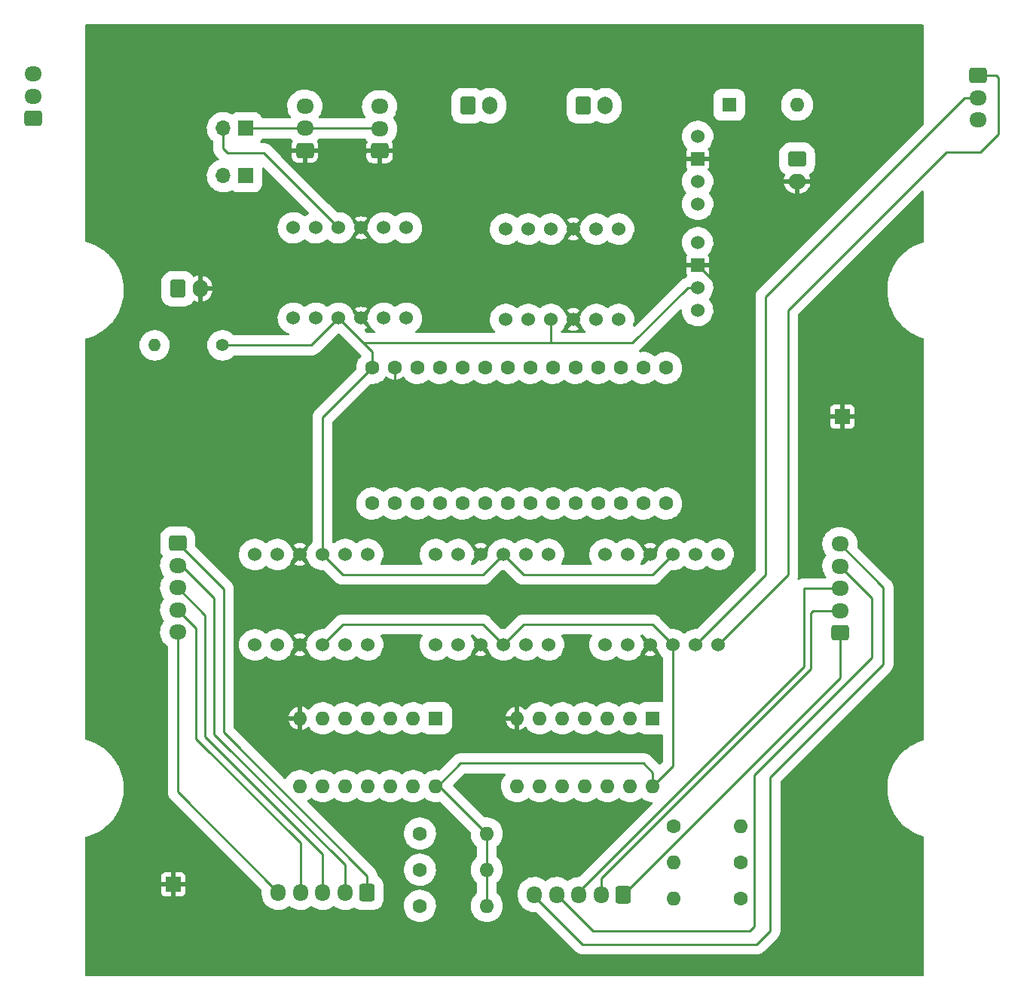
<source format=gbl>
%TF.GenerationSoftware,KiCad,Pcbnew,6.0.11-2627ca5db0~126~ubuntu20.04.1*%
%TF.CreationDate,2023-03-05T11:35:36-05:00*%
%TF.ProjectId,ScooterBLDCMotorController,53636f6f-7465-4724-924c-44434d6f746f,rev?*%
%TF.SameCoordinates,Original*%
%TF.FileFunction,Copper,L2,Bot*%
%TF.FilePolarity,Positive*%
%FSLAX46Y46*%
G04 Gerber Fmt 4.6, Leading zero omitted, Abs format (unit mm)*
G04 Created by KiCad (PCBNEW 6.0.11-2627ca5db0~126~ubuntu20.04.1) date 2023-03-05 11:35:36*
%MOMM*%
%LPD*%
G01*
G04 APERTURE LIST*
G04 Aperture macros list*
%AMRoundRect*
0 Rectangle with rounded corners*
0 $1 Rounding radius*
0 $2 $3 $4 $5 $6 $7 $8 $9 X,Y pos of 4 corners*
0 Add a 4 corners polygon primitive as box body*
4,1,4,$2,$3,$4,$5,$6,$7,$8,$9,$2,$3,0*
0 Add four circle primitives for the rounded corners*
1,1,$1+$1,$2,$3*
1,1,$1+$1,$4,$5*
1,1,$1+$1,$6,$7*
1,1,$1+$1,$8,$9*
0 Add four rect primitives between the rounded corners*
20,1,$1+$1,$2,$3,$4,$5,0*
20,1,$1+$1,$4,$5,$6,$7,0*
20,1,$1+$1,$6,$7,$8,$9,0*
20,1,$1+$1,$8,$9,$2,$3,0*%
G04 Aperture macros list end*
%TA.AperFunction,ComponentPad*%
%ADD10R,1.700000X1.700000*%
%TD*%
%TA.AperFunction,ComponentPad*%
%ADD11C,1.524000*%
%TD*%
%TA.AperFunction,ComponentPad*%
%ADD12C,1.600000*%
%TD*%
%TA.AperFunction,ComponentPad*%
%ADD13R,1.524000X1.524000*%
%TD*%
%TA.AperFunction,ComponentPad*%
%ADD14RoundRect,0.250000X0.600000X0.725000X-0.600000X0.725000X-0.600000X-0.725000X0.600000X-0.725000X0*%
%TD*%
%TA.AperFunction,ComponentPad*%
%ADD15O,1.700000X1.950000*%
%TD*%
%TA.AperFunction,ComponentPad*%
%ADD16O,1.600000X1.600000*%
%TD*%
%TA.AperFunction,ComponentPad*%
%ADD17RoundRect,0.250000X0.725000X-0.600000X0.725000X0.600000X-0.725000X0.600000X-0.725000X-0.600000X0*%
%TD*%
%TA.AperFunction,ComponentPad*%
%ADD18O,1.950000X1.700000*%
%TD*%
%TA.AperFunction,ComponentPad*%
%ADD19RoundRect,0.250000X-0.750000X0.600000X-0.750000X-0.600000X0.750000X-0.600000X0.750000X0.600000X0*%
%TD*%
%TA.AperFunction,ComponentPad*%
%ADD20O,2.000000X1.700000*%
%TD*%
%TA.AperFunction,ComponentPad*%
%ADD21RoundRect,0.250000X-0.600000X-0.750000X0.600000X-0.750000X0.600000X0.750000X-0.600000X0.750000X0*%
%TD*%
%TA.AperFunction,ComponentPad*%
%ADD22O,1.700000X2.000000*%
%TD*%
%TA.AperFunction,ComponentPad*%
%ADD23C,1.400000*%
%TD*%
%TA.AperFunction,ComponentPad*%
%ADD24O,1.400000X1.400000*%
%TD*%
%TA.AperFunction,ComponentPad*%
%ADD25R,1.600000X1.600000*%
%TD*%
%TA.AperFunction,ComponentPad*%
%ADD26O,1.700000X1.700000*%
%TD*%
%TA.AperFunction,ComponentPad*%
%ADD27RoundRect,0.250000X-0.725000X0.600000X-0.725000X-0.600000X0.725000X-0.600000X0.725000X0.600000X0*%
%TD*%
%TA.AperFunction,Conductor*%
%ADD28C,0.250000*%
%TD*%
G04 APERTURE END LIST*
D10*
X186690000Y-82804000D03*
X111506000Y-135382000D03*
D11*
X120650000Y-108458000D03*
X123190000Y-108458000D03*
X125730000Y-108458000D03*
X128270000Y-108458000D03*
X130810000Y-108458000D03*
X133350000Y-108458000D03*
X133350000Y-98298000D03*
X130810000Y-98298000D03*
X128270000Y-98298000D03*
X125730000Y-98298000D03*
X123190000Y-98298000D03*
X120650000Y-98298000D03*
D12*
X133858000Y-92566000D03*
X136398000Y-92566000D03*
X138938000Y-92566000D03*
X141478000Y-92566000D03*
X144018000Y-92566000D03*
X146558000Y-92566000D03*
X149098000Y-92566000D03*
X151638000Y-92566000D03*
X154178000Y-92566000D03*
X156718000Y-92566000D03*
X159258000Y-92566000D03*
X161798000Y-92566000D03*
X164338000Y-92566000D03*
X166878000Y-92566000D03*
X166878000Y-77326000D03*
X164338000Y-77326000D03*
X161798000Y-77326000D03*
X159258000Y-77326000D03*
X156718000Y-77326000D03*
X154178000Y-77326000D03*
X151638000Y-77326000D03*
X149098000Y-77326000D03*
X146558000Y-77326000D03*
X144018000Y-77326000D03*
X141478000Y-77326000D03*
X138938000Y-77326000D03*
X136398000Y-77326000D03*
X133858000Y-77326000D03*
D11*
X170432000Y-63246000D03*
D13*
X170432000Y-65786000D03*
D11*
X170432000Y-68326000D03*
X170432000Y-70866000D03*
X170434000Y-51308000D03*
D13*
X170434000Y-53848000D03*
D11*
X170434000Y-56388000D03*
X170434000Y-58928000D03*
X161544000Y-61722000D03*
X159004000Y-61722000D03*
X156464000Y-61722000D03*
X153924000Y-61722000D03*
X151384000Y-61722000D03*
X148844000Y-61722000D03*
X148844000Y-71882000D03*
X151384000Y-71882000D03*
X153924000Y-71882000D03*
X156464000Y-71882000D03*
X159004000Y-71882000D03*
X161544000Y-71882000D03*
D14*
X133310000Y-136288000D03*
D15*
X130810000Y-136288000D03*
X128310000Y-136288000D03*
X125810000Y-136288000D03*
X123310000Y-136288000D03*
D12*
X175240000Y-137016000D03*
D16*
X167740000Y-137016000D03*
D11*
X137708000Y-61578000D03*
X135168000Y-61578000D03*
X132628000Y-61578000D03*
X130088000Y-61578000D03*
X127548000Y-61578000D03*
X125008000Y-61578000D03*
X125008000Y-71738000D03*
X127548000Y-71738000D03*
X130088000Y-71738000D03*
X132628000Y-71738000D03*
X135168000Y-71738000D03*
X137708000Y-71738000D03*
D17*
X134700000Y-52942000D03*
D18*
X134700000Y-50442000D03*
X134700000Y-47942000D03*
D19*
X181610000Y-53848000D03*
D20*
X181610000Y-56348000D03*
D21*
X112034000Y-68419000D03*
D22*
X114534000Y-68419000D03*
D11*
X140970000Y-108458000D03*
X143510000Y-108458000D03*
X146050000Y-108458000D03*
X148590000Y-108458000D03*
X151130000Y-108458000D03*
X153670000Y-108458000D03*
X153670000Y-98298000D03*
X151130000Y-98298000D03*
X148590000Y-98298000D03*
X146050000Y-98298000D03*
X143510000Y-98298000D03*
X140970000Y-98298000D03*
D14*
X162092000Y-136525000D03*
D15*
X159592000Y-136525000D03*
X157092000Y-136525000D03*
X154592000Y-136525000D03*
X152092000Y-136525000D03*
D12*
X175240000Y-132952000D03*
D16*
X167740000Y-132952000D03*
D21*
X157560000Y-47845000D03*
D22*
X160060000Y-47845000D03*
D23*
X117044000Y-74786000D03*
D24*
X109424000Y-74786000D03*
D17*
X95758000Y-49276000D03*
D18*
X95758000Y-46776000D03*
X95758000Y-44276000D03*
D17*
X186419000Y-107108000D03*
D18*
X186419000Y-104608000D03*
X186419000Y-102108000D03*
X186419000Y-99608000D03*
X186419000Y-97108000D03*
D25*
X165399000Y-116706000D03*
D16*
X162859000Y-116706000D03*
X160319000Y-116706000D03*
X157779000Y-116706000D03*
X155239000Y-116706000D03*
X152699000Y-116706000D03*
X150159000Y-116706000D03*
X150159000Y-124326000D03*
X152699000Y-124326000D03*
X155239000Y-124326000D03*
X157779000Y-124326000D03*
X160319000Y-124326000D03*
X162859000Y-124326000D03*
X165399000Y-124326000D03*
D10*
X119674000Y-55736000D03*
D26*
X117134000Y-55736000D03*
D10*
X119674000Y-50402000D03*
D26*
X117134000Y-50402000D03*
D11*
X160020000Y-108458000D03*
X162560000Y-108458000D03*
X165100000Y-108458000D03*
X167640000Y-108458000D03*
X170180000Y-108458000D03*
X172720000Y-108458000D03*
X172720000Y-98298000D03*
X170180000Y-98298000D03*
X167640000Y-98298000D03*
X165100000Y-98298000D03*
X162560000Y-98298000D03*
X160020000Y-98298000D03*
D21*
X144586000Y-47845000D03*
D22*
X147086000Y-47845000D03*
D12*
X139232000Y-129667000D03*
D16*
X146732000Y-129667000D03*
D25*
X173990000Y-47752000D03*
D16*
X181610000Y-47752000D03*
D12*
X139232000Y-133731000D03*
D16*
X146732000Y-133731000D03*
D25*
X141015000Y-116706000D03*
D16*
X138475000Y-116706000D03*
X135935000Y-116706000D03*
X133395000Y-116706000D03*
X130855000Y-116706000D03*
X128315000Y-116706000D03*
X125775000Y-116706000D03*
X125775000Y-124326000D03*
X128315000Y-124326000D03*
X130855000Y-124326000D03*
X133395000Y-124326000D03*
X135935000Y-124326000D03*
X138475000Y-124326000D03*
X141015000Y-124326000D03*
D12*
X139232000Y-137795000D03*
D16*
X146732000Y-137795000D03*
D12*
X167740000Y-128888000D03*
D16*
X175240000Y-128888000D03*
D17*
X126301000Y-52902000D03*
D18*
X126301000Y-50402000D03*
X126301000Y-47902000D03*
X201930000Y-49450000D03*
X201930000Y-46950000D03*
D27*
X201930000Y-44450000D03*
X112014000Y-97028000D03*
D18*
X112014000Y-99528000D03*
X112014000Y-102028000D03*
X112014000Y-104528000D03*
X112014000Y-107028000D03*
D28*
X154068000Y-74532000D02*
X163108000Y-74532000D01*
X163108000Y-74532000D02*
X169314000Y-68326000D01*
X169314000Y-68326000D02*
X170432000Y-68326000D01*
X172720000Y-108458000D02*
X180594000Y-100584000D01*
X180594000Y-100584000D02*
X180594000Y-70866000D01*
X180594000Y-70866000D02*
X198374000Y-53086000D01*
X198374000Y-53086000D02*
X202184000Y-53086000D01*
X202184000Y-53086000D02*
X204216000Y-51054000D01*
X204216000Y-51054000D02*
X204216000Y-44704000D01*
X204216000Y-44704000D02*
X203962000Y-44450000D01*
X203962000Y-44450000D02*
X201930000Y-44450000D01*
X130088000Y-71738000D02*
X127040000Y-74786000D01*
X127040000Y-74786000D02*
X117044000Y-74786000D01*
X178054000Y-100584000D02*
X178054000Y-69342000D01*
X170180000Y-108458000D02*
X178054000Y-100584000D01*
X178054000Y-69342000D02*
X200446000Y-46950000D01*
X200446000Y-46950000D02*
X201930000Y-46950000D01*
X165399000Y-124326000D02*
X167640000Y-122085000D01*
X167640000Y-122085000D02*
X167640000Y-108458000D01*
X148590000Y-108458000D02*
X146304000Y-106172000D01*
X146304000Y-106172000D02*
X130556000Y-106172000D01*
X130556000Y-106172000D02*
X128270000Y-108458000D01*
X167640000Y-108458000D02*
X165354000Y-106172000D01*
X165354000Y-106172000D02*
X150876000Y-106172000D01*
X150876000Y-106172000D02*
X148590000Y-108458000D01*
X172466000Y-79756000D02*
X173228000Y-78994000D01*
X136398000Y-77326000D02*
X136398000Y-78994000D01*
X137160000Y-79756000D02*
X172466000Y-79756000D01*
X136398000Y-78994000D02*
X137160000Y-79756000D01*
X173228000Y-78994000D02*
X173228000Y-68582000D01*
X173228000Y-68582000D02*
X170432000Y-65786000D01*
X148590000Y-98298000D02*
X146304000Y-100584000D01*
X146304000Y-100584000D02*
X130556000Y-100584000D01*
X130556000Y-100584000D02*
X128270000Y-98298000D01*
X167640000Y-98298000D02*
X165354000Y-100584000D01*
X165354000Y-100584000D02*
X150876000Y-100584000D01*
X150876000Y-100584000D02*
X148590000Y-98298000D01*
X133858000Y-77326000D02*
X133858000Y-75508000D01*
X133858000Y-75508000D02*
X132882000Y-74532000D01*
X128270000Y-98298000D02*
X128270000Y-82914000D01*
X128270000Y-82914000D02*
X133858000Y-77326000D01*
X132882000Y-74532000D02*
X154068000Y-74532000D01*
X153924000Y-71882000D02*
X153924000Y-74388000D01*
X153924000Y-74388000D02*
X154068000Y-74532000D01*
X130088000Y-71738000D02*
X132882000Y-74532000D01*
X175514000Y-56388000D02*
X175554000Y-56348000D01*
X116118000Y-118491000D02*
X116118000Y-103164000D01*
X116118000Y-103164000D02*
X112482000Y-99528000D01*
X130810000Y-136288000D02*
X130810000Y-133183000D01*
X130810000Y-133183000D02*
X116118000Y-118491000D01*
X164378000Y-121776000D02*
X144566000Y-121776000D01*
X165399000Y-124326000D02*
X165399000Y-122797000D01*
X146732000Y-137795000D02*
X146732000Y-133731000D01*
X130088000Y-61578000D02*
X121706000Y-53196000D01*
X165399000Y-122797000D02*
X164378000Y-121776000D01*
X143804000Y-121776000D02*
X141254000Y-124326000D01*
X144566000Y-121776000D02*
X143804000Y-121776000D01*
X117642000Y-53196000D02*
X117134000Y-52688000D01*
X117134000Y-52688000D02*
X117134000Y-50402000D01*
X146732000Y-129667000D02*
X141391000Y-124326000D01*
X146732000Y-133731000D02*
X146732000Y-129667000D01*
X121706000Y-53196000D02*
X117642000Y-53196000D01*
X128310000Y-136288000D02*
X128310000Y-131953000D01*
X115102000Y-118745000D02*
X115102000Y-105116000D01*
X128310000Y-131953000D02*
X115102000Y-118745000D01*
X115102000Y-105116000D02*
X112014000Y-102028000D01*
X114086000Y-118999000D02*
X114086000Y-106600000D01*
X114086000Y-118999000D02*
X125810000Y-130723000D01*
X125810000Y-130723000D02*
X125810000Y-136288000D01*
X114086000Y-106600000D02*
X112014000Y-104528000D01*
X159592000Y-136525000D02*
X159592000Y-134707000D01*
X183174000Y-104862000D02*
X183428000Y-104608000D01*
X159592000Y-134707000D02*
X183174000Y-111125000D01*
X183174000Y-111125000D02*
X183174000Y-104862000D01*
X183428000Y-104608000D02*
X186419000Y-104608000D01*
X157092000Y-136191000D02*
X182412000Y-110871000D01*
X182372000Y-102108000D02*
X186419000Y-102108000D01*
X182412000Y-110871000D02*
X182412000Y-102148000D01*
X182412000Y-102148000D02*
X182372000Y-102108000D01*
X176824000Y-140081000D02*
X176824000Y-123063000D01*
X154592000Y-136525000D02*
X158656000Y-140589000D01*
X176316000Y-140589000D02*
X176824000Y-140081000D01*
X158656000Y-140589000D02*
X176316000Y-140589000D01*
X190032000Y-109855000D02*
X190032000Y-103221000D01*
X190032000Y-103221000D02*
X186419000Y-99608000D01*
X176824000Y-123063000D02*
X190032000Y-109855000D01*
X119674000Y-50402000D02*
X126301000Y-50402000D01*
X126301000Y-50402000D02*
X134660000Y-50402000D01*
X117177500Y-118280500D02*
X117177500Y-102191500D01*
X133310000Y-136288000D02*
X133310000Y-134413000D01*
X117177500Y-118280500D02*
X133310000Y-134413000D01*
X117177500Y-102191500D02*
X112014000Y-97028000D01*
X123310000Y-136288000D02*
X112014000Y-124992000D01*
X112014000Y-124992000D02*
X112014000Y-107028000D01*
X186459000Y-112158000D02*
X186459000Y-107148000D01*
X162092000Y-136525000D02*
X186459000Y-112158000D01*
X178602000Y-123317000D02*
X191302000Y-110617000D01*
X177078000Y-142113000D02*
X178602000Y-140589000D01*
X152092000Y-136685000D02*
X157520000Y-142113000D01*
X178602000Y-140589000D02*
X178602000Y-123317000D01*
X191302000Y-101991000D02*
X186419000Y-97108000D01*
X157520000Y-142113000D02*
X177078000Y-142113000D01*
X191302000Y-110617000D02*
X191302000Y-101991000D01*
%TA.AperFunction,Conductor*%
G36*
X195780896Y-38739502D02*
G01*
X195827389Y-38793158D01*
X195838775Y-38845507D01*
X195838401Y-45840255D01*
X195838184Y-49903228D01*
X195838183Y-49913936D01*
X195818177Y-49982055D01*
X195801278Y-50003024D01*
X177332891Y-68471411D01*
X177324473Y-68478519D01*
X177324661Y-68478737D01*
X177320115Y-68482661D01*
X177315230Y-68486126D01*
X177311091Y-68490449D01*
X177311087Y-68490453D01*
X177250108Y-68554153D01*
X177248185Y-68556117D01*
X177220205Y-68584097D01*
X177218294Y-68586410D01*
X177218293Y-68586412D01*
X177215364Y-68589958D01*
X177209241Y-68596843D01*
X177166716Y-68641265D01*
X177163461Y-68646306D01*
X177148201Y-68669940D01*
X177139512Y-68681813D01*
X177117779Y-68708130D01*
X177114905Y-68713391D01*
X177088296Y-68762093D01*
X177083585Y-68770012D01*
X177050218Y-68821689D01*
X177047976Y-68827253D01*
X177047973Y-68827258D01*
X177037462Y-68853340D01*
X177031169Y-68866652D01*
X177017687Y-68891329D01*
X177014807Y-68896601D01*
X177003484Y-68931975D01*
X176996056Y-68955179D01*
X176992925Y-68963852D01*
X176969939Y-69020887D01*
X176968790Y-69026771D01*
X176963398Y-69054380D01*
X176959736Y-69068641D01*
X176949332Y-69101144D01*
X176944433Y-69141926D01*
X176941996Y-69162211D01*
X176940559Y-69171331D01*
X176932072Y-69214794D01*
X176928776Y-69231671D01*
X176928500Y-69237314D01*
X176928500Y-69267017D01*
X176927601Y-69282044D01*
X176923717Y-69314377D01*
X176924140Y-69320352D01*
X176924140Y-69320356D01*
X176928185Y-69377477D01*
X176928500Y-69386377D01*
X176928500Y-100065613D01*
X176908498Y-100133734D01*
X176891595Y-100154708D01*
X170386414Y-106659888D01*
X170324102Y-106693914D01*
X170295673Y-106696782D01*
X170165990Y-106695084D01*
X170076777Y-106693916D01*
X170076774Y-106693916D01*
X170072100Y-106693855D01*
X169812528Y-106729181D01*
X169808042Y-106730489D01*
X169808040Y-106730489D01*
X169777492Y-106739393D01*
X169561029Y-106802486D01*
X169323127Y-106912160D01*
X169288107Y-106935120D01*
X169107962Y-107053228D01*
X169107957Y-107053232D01*
X169104049Y-107055794D01*
X169071954Y-107084440D01*
X168994059Y-107153964D01*
X168929918Y-107184402D01*
X168859504Y-107175331D01*
X168823825Y-107151736D01*
X168755695Y-107087646D01*
X168752287Y-107084440D01*
X168748440Y-107081771D01*
X168540887Y-106937785D01*
X168540884Y-106937783D01*
X168537045Y-106935120D01*
X168532855Y-106933054D01*
X168532852Y-106933052D01*
X168306283Y-106821321D01*
X168306280Y-106821320D01*
X168302095Y-106819256D01*
X168255832Y-106804447D01*
X168201752Y-106787136D01*
X168052601Y-106739393D01*
X168047994Y-106738643D01*
X168047991Y-106738642D01*
X167798654Y-106698035D01*
X167798655Y-106698035D01*
X167794043Y-106697284D01*
X167685536Y-106695864D01*
X167536783Y-106693916D01*
X167536779Y-106693916D01*
X167532100Y-106693855D01*
X167528092Y-106694400D01*
X167459042Y-106678634D01*
X167431466Y-106657768D01*
X166224589Y-105450891D01*
X166217481Y-105442473D01*
X166217263Y-105442661D01*
X166213339Y-105438115D01*
X166209874Y-105433230D01*
X166205551Y-105429091D01*
X166205547Y-105429087D01*
X166141847Y-105368108D01*
X166139883Y-105366185D01*
X166111903Y-105338205D01*
X166109588Y-105336293D01*
X166106042Y-105333364D01*
X166099152Y-105327236D01*
X166094866Y-105323133D01*
X166054735Y-105284716D01*
X166026057Y-105266199D01*
X166014187Y-105257512D01*
X165987870Y-105235779D01*
X165933904Y-105206294D01*
X165925988Y-105201585D01*
X165874311Y-105168218D01*
X165868747Y-105165976D01*
X165868742Y-105165973D01*
X165842660Y-105155462D01*
X165829348Y-105149169D01*
X165804671Y-105135687D01*
X165804668Y-105135686D01*
X165799399Y-105132807D01*
X165740819Y-105114055D01*
X165732148Y-105110925D01*
X165675113Y-105087939D01*
X165641619Y-105081398D01*
X165627359Y-105077736D01*
X165600565Y-105069159D01*
X165600561Y-105069158D01*
X165594856Y-105067332D01*
X165554074Y-105062433D01*
X165533789Y-105059996D01*
X165524669Y-105058559D01*
X165481206Y-105050072D01*
X165464329Y-105046776D01*
X165458686Y-105046500D01*
X165428983Y-105046500D01*
X165413955Y-105045601D01*
X165387570Y-105042431D01*
X165387566Y-105042431D01*
X165381623Y-105041717D01*
X165375648Y-105042140D01*
X165375644Y-105042140D01*
X165318523Y-105046185D01*
X165309623Y-105046500D01*
X150981689Y-105046500D01*
X150970717Y-105045573D01*
X150970696Y-105045862D01*
X150964724Y-105045423D01*
X150958805Y-105044417D01*
X150877760Y-105046185D01*
X150864695Y-105046470D01*
X150861947Y-105046500D01*
X150822336Y-105046500D01*
X150819360Y-105046784D01*
X150819337Y-105046785D01*
X150814780Y-105047220D01*
X150805563Y-105047760D01*
X150791722Y-105048062D01*
X150750084Y-105048970D01*
X150750082Y-105048970D01*
X150744090Y-105049101D01*
X150738229Y-105050363D01*
X150738228Y-105050363D01*
X150710733Y-105056283D01*
X150696179Y-105058537D01*
X150662205Y-105061778D01*
X150656457Y-105063464D01*
X150656448Y-105063466D01*
X150603187Y-105079091D01*
X150594240Y-105081363D01*
X150579103Y-105084622D01*
X150534134Y-105094304D01*
X150502730Y-105107666D01*
X150488889Y-105112622D01*
X150456124Y-105122235D01*
X150401451Y-105150393D01*
X150393106Y-105154312D01*
X150390403Y-105155462D01*
X150342029Y-105176045D01*
X150342026Y-105176047D01*
X150336514Y-105178392D01*
X150331542Y-105181740D01*
X150331539Y-105181741D01*
X150308203Y-105197451D01*
X150295530Y-105204946D01*
X150265193Y-105220571D01*
X150260474Y-105224278D01*
X150216829Y-105258561D01*
X150209365Y-105263993D01*
X150162127Y-105295796D01*
X150162122Y-105295800D01*
X150158361Y-105298332D01*
X150154175Y-105302127D01*
X150133169Y-105323133D01*
X150121908Y-105333124D01*
X150096302Y-105353237D01*
X150092371Y-105357767D01*
X150092370Y-105357768D01*
X150054840Y-105401018D01*
X150048769Y-105407533D01*
X148796414Y-106659888D01*
X148734102Y-106693914D01*
X148705673Y-106696782D01*
X148592152Y-106695296D01*
X148486783Y-106693916D01*
X148486779Y-106693916D01*
X148482100Y-106693855D01*
X148478092Y-106694400D01*
X148409042Y-106678634D01*
X148381466Y-106657768D01*
X147174589Y-105450891D01*
X147167481Y-105442473D01*
X147167263Y-105442661D01*
X147163339Y-105438115D01*
X147159874Y-105433230D01*
X147155551Y-105429091D01*
X147155547Y-105429087D01*
X147091847Y-105368108D01*
X147089883Y-105366185D01*
X147061903Y-105338205D01*
X147059588Y-105336293D01*
X147056042Y-105333364D01*
X147049152Y-105327236D01*
X147044866Y-105323133D01*
X147004735Y-105284716D01*
X146976057Y-105266199D01*
X146964187Y-105257512D01*
X146937870Y-105235779D01*
X146883904Y-105206294D01*
X146875988Y-105201585D01*
X146824311Y-105168218D01*
X146818747Y-105165976D01*
X146818742Y-105165973D01*
X146792660Y-105155462D01*
X146779348Y-105149169D01*
X146754671Y-105135687D01*
X146754668Y-105135686D01*
X146749399Y-105132807D01*
X146690819Y-105114055D01*
X146682148Y-105110925D01*
X146625113Y-105087939D01*
X146591619Y-105081398D01*
X146577359Y-105077736D01*
X146550565Y-105069159D01*
X146550561Y-105069158D01*
X146544856Y-105067332D01*
X146504074Y-105062433D01*
X146483789Y-105059996D01*
X146474669Y-105058559D01*
X146431206Y-105050072D01*
X146414329Y-105046776D01*
X146408686Y-105046500D01*
X146378983Y-105046500D01*
X146363955Y-105045601D01*
X146337570Y-105042431D01*
X146337566Y-105042431D01*
X146331623Y-105041717D01*
X146325648Y-105042140D01*
X146325644Y-105042140D01*
X146268523Y-105046185D01*
X146259623Y-105046500D01*
X130661689Y-105046500D01*
X130650717Y-105045573D01*
X130650696Y-105045862D01*
X130644724Y-105045423D01*
X130638805Y-105044417D01*
X130557760Y-105046185D01*
X130544695Y-105046470D01*
X130541947Y-105046500D01*
X130502336Y-105046500D01*
X130499360Y-105046784D01*
X130499337Y-105046785D01*
X130494780Y-105047220D01*
X130485563Y-105047760D01*
X130471722Y-105048062D01*
X130430084Y-105048970D01*
X130430082Y-105048970D01*
X130424090Y-105049101D01*
X130418229Y-105050363D01*
X130418228Y-105050363D01*
X130390733Y-105056283D01*
X130376179Y-105058537D01*
X130342205Y-105061778D01*
X130336457Y-105063464D01*
X130336448Y-105063466D01*
X130283187Y-105079091D01*
X130274240Y-105081363D01*
X130259103Y-105084622D01*
X130214134Y-105094304D01*
X130182730Y-105107666D01*
X130168889Y-105112622D01*
X130136124Y-105122235D01*
X130081451Y-105150393D01*
X130073106Y-105154312D01*
X130070403Y-105155462D01*
X130022029Y-105176045D01*
X130022026Y-105176047D01*
X130016514Y-105178392D01*
X130011542Y-105181740D01*
X130011539Y-105181741D01*
X129988203Y-105197451D01*
X129975530Y-105204946D01*
X129945193Y-105220571D01*
X129940474Y-105224278D01*
X129896829Y-105258561D01*
X129889365Y-105263993D01*
X129842127Y-105295796D01*
X129842122Y-105295800D01*
X129838361Y-105298332D01*
X129834175Y-105302127D01*
X129813169Y-105323133D01*
X129801908Y-105333124D01*
X129776302Y-105353237D01*
X129772371Y-105357767D01*
X129772370Y-105357768D01*
X129734840Y-105401018D01*
X129728769Y-105407533D01*
X128476414Y-106659888D01*
X128414102Y-106693914D01*
X128385673Y-106696782D01*
X128255990Y-106695084D01*
X128166777Y-106693916D01*
X128166774Y-106693916D01*
X128162100Y-106693855D01*
X127902528Y-106729181D01*
X127898042Y-106730489D01*
X127898040Y-106730489D01*
X127867492Y-106739393D01*
X127651029Y-106802486D01*
X127413127Y-106912160D01*
X127378107Y-106935120D01*
X127197962Y-107053228D01*
X127197957Y-107053232D01*
X127194049Y-107055794D01*
X126998609Y-107230232D01*
X126831098Y-107431641D01*
X126695198Y-107655598D01*
X126693389Y-107659912D01*
X126693388Y-107659914D01*
X126614856Y-107847192D01*
X126593893Y-107897182D01*
X126592743Y-107901710D01*
X126583311Y-107938848D01*
X126550283Y-107996927D01*
X126102022Y-108445188D01*
X126094408Y-108459132D01*
X126094539Y-108460965D01*
X126098790Y-108467580D01*
X126549852Y-108918642D01*
X126579345Y-108965160D01*
X126655361Y-109176883D01*
X126779355Y-109407646D01*
X126782150Y-109411389D01*
X126782152Y-109411392D01*
X126933303Y-109613808D01*
X126933308Y-109613814D01*
X126936095Y-109617546D01*
X126939404Y-109620826D01*
X126939409Y-109620832D01*
X127107206Y-109787171D01*
X127122138Y-109801973D01*
X127125900Y-109804731D01*
X127125903Y-109804734D01*
X127242667Y-109890349D01*
X127333398Y-109956876D01*
X127337529Y-109959050D01*
X127337530Y-109959050D01*
X127561099Y-110076675D01*
X127561105Y-110076677D01*
X127565234Y-110078850D01*
X127569642Y-110080389D01*
X127569648Y-110080392D01*
X127808136Y-110163676D01*
X127812552Y-110165218D01*
X128069920Y-110214081D01*
X128194175Y-110218963D01*
X128327015Y-110224182D01*
X128327020Y-110224182D01*
X128331683Y-110224365D01*
X128433540Y-110213210D01*
X128587438Y-110196356D01*
X128587444Y-110196355D01*
X128592091Y-110195846D01*
X128714281Y-110163676D01*
X128840900Y-110130340D01*
X128840902Y-110130339D01*
X128845423Y-110129149D01*
X129086114Y-110025740D01*
X129308876Y-109887891D01*
X129458045Y-109761610D01*
X129522961Y-109732861D01*
X129593114Y-109743773D01*
X129628162Y-109768293D01*
X129647206Y-109787171D01*
X129662138Y-109801973D01*
X129665900Y-109804731D01*
X129665903Y-109804734D01*
X129782667Y-109890349D01*
X129873398Y-109956876D01*
X129877529Y-109959050D01*
X129877530Y-109959050D01*
X130101099Y-110076675D01*
X130101105Y-110076677D01*
X130105234Y-110078850D01*
X130109642Y-110080389D01*
X130109648Y-110080392D01*
X130348136Y-110163676D01*
X130352552Y-110165218D01*
X130609920Y-110214081D01*
X130734175Y-110218963D01*
X130867015Y-110224182D01*
X130867020Y-110224182D01*
X130871683Y-110224365D01*
X130973540Y-110213210D01*
X131127438Y-110196356D01*
X131127444Y-110196355D01*
X131132091Y-110195846D01*
X131254281Y-110163676D01*
X131380900Y-110130340D01*
X131380902Y-110130339D01*
X131385423Y-110129149D01*
X131626114Y-110025740D01*
X131848876Y-109887891D01*
X131998045Y-109761610D01*
X132062961Y-109732861D01*
X132133114Y-109743773D01*
X132168162Y-109768293D01*
X132187206Y-109787171D01*
X132202138Y-109801973D01*
X132205900Y-109804731D01*
X132205903Y-109804734D01*
X132322667Y-109890349D01*
X132413398Y-109956876D01*
X132417529Y-109959050D01*
X132417530Y-109959050D01*
X132641099Y-110076675D01*
X132641105Y-110076677D01*
X132645234Y-110078850D01*
X132649642Y-110080389D01*
X132649648Y-110080392D01*
X132888136Y-110163676D01*
X132892552Y-110165218D01*
X133149920Y-110214081D01*
X133274175Y-110218963D01*
X133407015Y-110224182D01*
X133407020Y-110224182D01*
X133411683Y-110224365D01*
X133513540Y-110213210D01*
X133667438Y-110196356D01*
X133667444Y-110196355D01*
X133672091Y-110195846D01*
X133794281Y-110163676D01*
X133920900Y-110130340D01*
X133920902Y-110130339D01*
X133925423Y-110129149D01*
X134166114Y-110025740D01*
X134388876Y-109887891D01*
X134588816Y-109718629D01*
X134680742Y-109613808D01*
X134758460Y-109525188D01*
X134758464Y-109525183D01*
X134761542Y-109521673D01*
X134764691Y-109516777D01*
X134900730Y-109305281D01*
X134900733Y-109305276D01*
X134903258Y-109301350D01*
X135010852Y-109062501D01*
X135081960Y-108810371D01*
X135099255Y-108674420D01*
X135114622Y-108553631D01*
X135114622Y-108553627D01*
X135115020Y-108550501D01*
X135117442Y-108458000D01*
X135108278Y-108334681D01*
X135098374Y-108201407D01*
X135098373Y-108201403D01*
X135098028Y-108196755D01*
X135040213Y-107941250D01*
X135026330Y-107905549D01*
X134946960Y-107701450D01*
X134946959Y-107701448D01*
X134945267Y-107697097D01*
X134924015Y-107659914D01*
X134824629Y-107486023D01*
X134808192Y-107416955D01*
X134831706Y-107349965D01*
X134887704Y-107306322D01*
X134934022Y-107297500D01*
X139388655Y-107297500D01*
X139456776Y-107317502D01*
X139503269Y-107371158D01*
X139513373Y-107441432D01*
X139496374Y-107488864D01*
X139395198Y-107655598D01*
X139393389Y-107659912D01*
X139393388Y-107659914D01*
X139313204Y-107851131D01*
X139293893Y-107897182D01*
X139292743Y-107901710D01*
X139292741Y-107901717D01*
X139235498Y-108127113D01*
X139229409Y-108151087D01*
X139203164Y-108411734D01*
X139203388Y-108416401D01*
X139203388Y-108416406D01*
X139206058Y-108471991D01*
X139215732Y-108673397D01*
X139266839Y-108930328D01*
X139268418Y-108934726D01*
X139268420Y-108934733D01*
X139315826Y-109066769D01*
X139355361Y-109176883D01*
X139479355Y-109407646D01*
X139482150Y-109411389D01*
X139482152Y-109411392D01*
X139633303Y-109613808D01*
X139633308Y-109613814D01*
X139636095Y-109617546D01*
X139639404Y-109620826D01*
X139639409Y-109620832D01*
X139807206Y-109787171D01*
X139822138Y-109801973D01*
X139825900Y-109804731D01*
X139825903Y-109804734D01*
X139942667Y-109890349D01*
X140033398Y-109956876D01*
X140037529Y-109959050D01*
X140037530Y-109959050D01*
X140261099Y-110076675D01*
X140261105Y-110076677D01*
X140265234Y-110078850D01*
X140269642Y-110080389D01*
X140269648Y-110080392D01*
X140508136Y-110163676D01*
X140512552Y-110165218D01*
X140769920Y-110214081D01*
X140894175Y-110218963D01*
X141027015Y-110224182D01*
X141027020Y-110224182D01*
X141031683Y-110224365D01*
X141133540Y-110213210D01*
X141287438Y-110196356D01*
X141287444Y-110196355D01*
X141292091Y-110195846D01*
X141414281Y-110163676D01*
X141540900Y-110130340D01*
X141540902Y-110130339D01*
X141545423Y-110129149D01*
X141786114Y-110025740D01*
X142008876Y-109887891D01*
X142158045Y-109761610D01*
X142222961Y-109732861D01*
X142293114Y-109743773D01*
X142328162Y-109768293D01*
X142347206Y-109787171D01*
X142362138Y-109801973D01*
X142365900Y-109804731D01*
X142365903Y-109804734D01*
X142482667Y-109890349D01*
X142573398Y-109956876D01*
X142577529Y-109959050D01*
X142577530Y-109959050D01*
X142801099Y-110076675D01*
X142801105Y-110076677D01*
X142805234Y-110078850D01*
X142809642Y-110080389D01*
X142809648Y-110080392D01*
X143048136Y-110163676D01*
X143052552Y-110165218D01*
X143309920Y-110214081D01*
X143434175Y-110218963D01*
X143567015Y-110224182D01*
X143567020Y-110224182D01*
X143571683Y-110224365D01*
X143673540Y-110213210D01*
X143827438Y-110196356D01*
X143827444Y-110196355D01*
X143832091Y-110195846D01*
X143954281Y-110163676D01*
X144080900Y-110130340D01*
X144080902Y-110130339D01*
X144085423Y-110129149D01*
X144326114Y-110025740D01*
X144548876Y-109887891D01*
X144748816Y-109718629D01*
X144840742Y-109613808D01*
X144918460Y-109525188D01*
X144918464Y-109525183D01*
X144921542Y-109521673D01*
X144924691Y-109516777D01*
X145355777Y-109516777D01*
X145365074Y-109528793D01*
X145408069Y-109558898D01*
X145417555Y-109564376D01*
X145608993Y-109653645D01*
X145619285Y-109657391D01*
X145823309Y-109712059D01*
X145834104Y-109713962D01*
X146044525Y-109732372D01*
X146055475Y-109732372D01*
X146265896Y-109713962D01*
X146276691Y-109712059D01*
X146480715Y-109657391D01*
X146491007Y-109653645D01*
X146682445Y-109564376D01*
X146691931Y-109558898D01*
X146735764Y-109528207D01*
X146744139Y-109517729D01*
X146737071Y-109504281D01*
X146062812Y-108830022D01*
X146048868Y-108822408D01*
X146047035Y-108822539D01*
X146040420Y-108826790D01*
X145362207Y-109505003D01*
X145355777Y-109516777D01*
X144924691Y-109516777D01*
X145060730Y-109305281D01*
X145060733Y-109305276D01*
X145063258Y-109301350D01*
X145170852Y-109062501D01*
X145188687Y-108999263D01*
X145195146Y-108976363D01*
X145227320Y-108921470D01*
X145677978Y-108470812D01*
X145685592Y-108456868D01*
X145685461Y-108455035D01*
X145681210Y-108448420D01*
X145233431Y-108000641D01*
X145202031Y-107948382D01*
X145201244Y-107945807D01*
X145200213Y-107941250D01*
X145105267Y-107697097D01*
X145084015Y-107659914D01*
X144984629Y-107486023D01*
X144968192Y-107416955D01*
X144991706Y-107349965D01*
X145047704Y-107306322D01*
X145094022Y-107297500D01*
X145226775Y-107297500D01*
X145294896Y-107317502D01*
X145338306Y-107364875D01*
X145362929Y-107411719D01*
X146869852Y-108918642D01*
X146899345Y-108965160D01*
X146975361Y-109176883D01*
X147099355Y-109407646D01*
X147102150Y-109411389D01*
X147102152Y-109411392D01*
X147253303Y-109613808D01*
X147253308Y-109613814D01*
X147256095Y-109617546D01*
X147259404Y-109620826D01*
X147259409Y-109620832D01*
X147427206Y-109787171D01*
X147442138Y-109801973D01*
X147445900Y-109804731D01*
X147445903Y-109804734D01*
X147562667Y-109890349D01*
X147653398Y-109956876D01*
X147657529Y-109959050D01*
X147657530Y-109959050D01*
X147881099Y-110076675D01*
X147881105Y-110076677D01*
X147885234Y-110078850D01*
X147889642Y-110080389D01*
X147889648Y-110080392D01*
X148128136Y-110163676D01*
X148132552Y-110165218D01*
X148389920Y-110214081D01*
X148514175Y-110218963D01*
X148647015Y-110224182D01*
X148647020Y-110224182D01*
X148651683Y-110224365D01*
X148753540Y-110213210D01*
X148907438Y-110196356D01*
X148907444Y-110196355D01*
X148912091Y-110195846D01*
X149034281Y-110163676D01*
X149160900Y-110130340D01*
X149160902Y-110130339D01*
X149165423Y-110129149D01*
X149406114Y-110025740D01*
X149628876Y-109887891D01*
X149778045Y-109761610D01*
X149842961Y-109732861D01*
X149913114Y-109743773D01*
X149948162Y-109768293D01*
X149967206Y-109787171D01*
X149982138Y-109801973D01*
X149985900Y-109804731D01*
X149985903Y-109804734D01*
X150102667Y-109890349D01*
X150193398Y-109956876D01*
X150197529Y-109959050D01*
X150197530Y-109959050D01*
X150421099Y-110076675D01*
X150421105Y-110076677D01*
X150425234Y-110078850D01*
X150429642Y-110080389D01*
X150429648Y-110080392D01*
X150668136Y-110163676D01*
X150672552Y-110165218D01*
X150929920Y-110214081D01*
X151054175Y-110218963D01*
X151187015Y-110224182D01*
X151187020Y-110224182D01*
X151191683Y-110224365D01*
X151293540Y-110213210D01*
X151447438Y-110196356D01*
X151447444Y-110196355D01*
X151452091Y-110195846D01*
X151574281Y-110163676D01*
X151700900Y-110130340D01*
X151700902Y-110130339D01*
X151705423Y-110129149D01*
X151946114Y-110025740D01*
X152168876Y-109887891D01*
X152318045Y-109761610D01*
X152382961Y-109732861D01*
X152453114Y-109743773D01*
X152488162Y-109768293D01*
X152507206Y-109787171D01*
X152522138Y-109801973D01*
X152525900Y-109804731D01*
X152525903Y-109804734D01*
X152642667Y-109890349D01*
X152733398Y-109956876D01*
X152737529Y-109959050D01*
X152737530Y-109959050D01*
X152961099Y-110076675D01*
X152961105Y-110076677D01*
X152965234Y-110078850D01*
X152969642Y-110080389D01*
X152969648Y-110080392D01*
X153208136Y-110163676D01*
X153212552Y-110165218D01*
X153469920Y-110214081D01*
X153594175Y-110218963D01*
X153727015Y-110224182D01*
X153727020Y-110224182D01*
X153731683Y-110224365D01*
X153833540Y-110213210D01*
X153987438Y-110196356D01*
X153987444Y-110196355D01*
X153992091Y-110195846D01*
X154114281Y-110163676D01*
X154240900Y-110130340D01*
X154240902Y-110130339D01*
X154245423Y-110129149D01*
X154486114Y-110025740D01*
X154708876Y-109887891D01*
X154908816Y-109718629D01*
X155000742Y-109613808D01*
X155078460Y-109525188D01*
X155078464Y-109525183D01*
X155081542Y-109521673D01*
X155084691Y-109516777D01*
X155220730Y-109305281D01*
X155220733Y-109305276D01*
X155223258Y-109301350D01*
X155330852Y-109062501D01*
X155401960Y-108810371D01*
X155419255Y-108674420D01*
X155434622Y-108553631D01*
X155434622Y-108553627D01*
X155435020Y-108550501D01*
X155437442Y-108458000D01*
X155428278Y-108334681D01*
X155418374Y-108201407D01*
X155418373Y-108201403D01*
X155418028Y-108196755D01*
X155360213Y-107941250D01*
X155346330Y-107905549D01*
X155266960Y-107701450D01*
X155266959Y-107701448D01*
X155265267Y-107697097D01*
X155244015Y-107659914D01*
X155144629Y-107486023D01*
X155128192Y-107416955D01*
X155151706Y-107349965D01*
X155207704Y-107306322D01*
X155254022Y-107297500D01*
X158438655Y-107297500D01*
X158506776Y-107317502D01*
X158553269Y-107371158D01*
X158563373Y-107441432D01*
X158546374Y-107488864D01*
X158445198Y-107655598D01*
X158443389Y-107659912D01*
X158443388Y-107659914D01*
X158363204Y-107851131D01*
X158343893Y-107897182D01*
X158342743Y-107901710D01*
X158342741Y-107901717D01*
X158285498Y-108127113D01*
X158279409Y-108151087D01*
X158253164Y-108411734D01*
X158253388Y-108416401D01*
X158253388Y-108416406D01*
X158256058Y-108471991D01*
X158265732Y-108673397D01*
X158316839Y-108930328D01*
X158318418Y-108934726D01*
X158318420Y-108934733D01*
X158365826Y-109066769D01*
X158405361Y-109176883D01*
X158529355Y-109407646D01*
X158532150Y-109411389D01*
X158532152Y-109411392D01*
X158683303Y-109613808D01*
X158683308Y-109613814D01*
X158686095Y-109617546D01*
X158689404Y-109620826D01*
X158689409Y-109620832D01*
X158857206Y-109787171D01*
X158872138Y-109801973D01*
X158875900Y-109804731D01*
X158875903Y-109804734D01*
X158992667Y-109890349D01*
X159083398Y-109956876D01*
X159087529Y-109959050D01*
X159087530Y-109959050D01*
X159311099Y-110076675D01*
X159311105Y-110076677D01*
X159315234Y-110078850D01*
X159319642Y-110080389D01*
X159319648Y-110080392D01*
X159558136Y-110163676D01*
X159562552Y-110165218D01*
X159819920Y-110214081D01*
X159944175Y-110218963D01*
X160077015Y-110224182D01*
X160077020Y-110224182D01*
X160081683Y-110224365D01*
X160183540Y-110213210D01*
X160337438Y-110196356D01*
X160337444Y-110196355D01*
X160342091Y-110195846D01*
X160464281Y-110163676D01*
X160590900Y-110130340D01*
X160590902Y-110130339D01*
X160595423Y-110129149D01*
X160836114Y-110025740D01*
X161058876Y-109887891D01*
X161208045Y-109761610D01*
X161272961Y-109732861D01*
X161343114Y-109743773D01*
X161378162Y-109768293D01*
X161397206Y-109787171D01*
X161412138Y-109801973D01*
X161415900Y-109804731D01*
X161415903Y-109804734D01*
X161532667Y-109890349D01*
X161623398Y-109956876D01*
X161627529Y-109959050D01*
X161627530Y-109959050D01*
X161851099Y-110076675D01*
X161851105Y-110076677D01*
X161855234Y-110078850D01*
X161859642Y-110080389D01*
X161859648Y-110080392D01*
X162098136Y-110163676D01*
X162102552Y-110165218D01*
X162359920Y-110214081D01*
X162484175Y-110218963D01*
X162617015Y-110224182D01*
X162617020Y-110224182D01*
X162621683Y-110224365D01*
X162723540Y-110213210D01*
X162877438Y-110196356D01*
X162877444Y-110196355D01*
X162882091Y-110195846D01*
X163004281Y-110163676D01*
X163130900Y-110130340D01*
X163130902Y-110130339D01*
X163135423Y-110129149D01*
X163376114Y-110025740D01*
X163598876Y-109887891D01*
X163798816Y-109718629D01*
X163890742Y-109613808D01*
X163968460Y-109525188D01*
X163968464Y-109525183D01*
X163971542Y-109521673D01*
X163974691Y-109516777D01*
X164405777Y-109516777D01*
X164415074Y-109528793D01*
X164458069Y-109558898D01*
X164467555Y-109564376D01*
X164658993Y-109653645D01*
X164669285Y-109657391D01*
X164873309Y-109712059D01*
X164884104Y-109713962D01*
X165094525Y-109732372D01*
X165105475Y-109732372D01*
X165315896Y-109713962D01*
X165326691Y-109712059D01*
X165530715Y-109657391D01*
X165541007Y-109653645D01*
X165732445Y-109564376D01*
X165741931Y-109558898D01*
X165785764Y-109528207D01*
X165794139Y-109517729D01*
X165787071Y-109504281D01*
X165112812Y-108830022D01*
X165098868Y-108822408D01*
X165097035Y-108822539D01*
X165090420Y-108826790D01*
X164412207Y-109505003D01*
X164405777Y-109516777D01*
X163974691Y-109516777D01*
X164110730Y-109305281D01*
X164110733Y-109305276D01*
X164113258Y-109301350D01*
X164220852Y-109062501D01*
X164238687Y-108999263D01*
X164245146Y-108976363D01*
X164277320Y-108921470D01*
X164727978Y-108470812D01*
X164735592Y-108456868D01*
X164735461Y-108455035D01*
X164731210Y-108448420D01*
X164283431Y-108000641D01*
X164252031Y-107948382D01*
X164251244Y-107945807D01*
X164250213Y-107941250D01*
X164155267Y-107697097D01*
X164134015Y-107659914D01*
X164034629Y-107486023D01*
X164018192Y-107416955D01*
X164041706Y-107349965D01*
X164097704Y-107306322D01*
X164144022Y-107297500D01*
X164276775Y-107297500D01*
X164344896Y-107317502D01*
X164388306Y-107364875D01*
X164412929Y-107411719D01*
X165919852Y-108918642D01*
X165949345Y-108965160D01*
X166025361Y-109176883D01*
X166149355Y-109407646D01*
X166152150Y-109411389D01*
X166152152Y-109411392D01*
X166303303Y-109613808D01*
X166303308Y-109613814D01*
X166306095Y-109617546D01*
X166309404Y-109620826D01*
X166309409Y-109620832D01*
X166477206Y-109787171D01*
X166511503Y-109849334D01*
X166514500Y-109876654D01*
X166514500Y-114790772D01*
X166494498Y-114858893D01*
X166440842Y-114905386D01*
X166377353Y-114913250D01*
X166377087Y-114916234D01*
X166259609Y-114905749D01*
X166259603Y-114905749D01*
X166256816Y-114905500D01*
X164541184Y-114905500D01*
X164538397Y-114905749D01*
X164538391Y-114905749D01*
X164454348Y-114913250D01*
X164420913Y-114916234D01*
X164225530Y-114972259D01*
X164045404Y-115066427D01*
X164040457Y-115070462D01*
X164040455Y-115070463D01*
X163939245Y-115153007D01*
X163873814Y-115180561D01*
X163803872Y-115168365D01*
X163787794Y-115158894D01*
X163779227Y-115152951D01*
X163779224Y-115152949D01*
X163775385Y-115150286D01*
X163771192Y-115148218D01*
X163539559Y-115033989D01*
X163539556Y-115033988D01*
X163535371Y-115031924D01*
X163280497Y-114950338D01*
X163052764Y-114913250D01*
X163020976Y-114908073D01*
X163020975Y-114908073D01*
X163016364Y-114907322D01*
X162877184Y-114905500D01*
X162753451Y-114903880D01*
X162753448Y-114903880D01*
X162748774Y-114903819D01*
X162483605Y-114939907D01*
X162479118Y-114941215D01*
X162479117Y-114941215D01*
X162413374Y-114960377D01*
X162226683Y-115014792D01*
X162222430Y-115016752D01*
X162222429Y-115016753D01*
X162170512Y-115040687D01*
X161983652Y-115126831D01*
X161979743Y-115129394D01*
X161763764Y-115270996D01*
X161763759Y-115271000D01*
X161759851Y-115273562D01*
X161756359Y-115276679D01*
X161673734Y-115350424D01*
X161609593Y-115380862D01*
X161539178Y-115371790D01*
X161503500Y-115348196D01*
X161458670Y-115306024D01*
X161458667Y-115306022D01*
X161455269Y-115302825D01*
X161235385Y-115150286D01*
X161231192Y-115148218D01*
X160999559Y-115033989D01*
X160999556Y-115033988D01*
X160995371Y-115031924D01*
X160740497Y-114950338D01*
X160512764Y-114913250D01*
X160480976Y-114908073D01*
X160480975Y-114908073D01*
X160476364Y-114907322D01*
X160337184Y-114905500D01*
X160213451Y-114903880D01*
X160213448Y-114903880D01*
X160208774Y-114903819D01*
X159943605Y-114939907D01*
X159939118Y-114941215D01*
X159939117Y-114941215D01*
X159873374Y-114960377D01*
X159686683Y-115014792D01*
X159682430Y-115016752D01*
X159682429Y-115016753D01*
X159630512Y-115040687D01*
X159443652Y-115126831D01*
X159439743Y-115129394D01*
X159223764Y-115270996D01*
X159223759Y-115271000D01*
X159219851Y-115273562D01*
X159216359Y-115276679D01*
X159133734Y-115350424D01*
X159069593Y-115380862D01*
X158999178Y-115371790D01*
X158963500Y-115348196D01*
X158918670Y-115306024D01*
X158918667Y-115306022D01*
X158915269Y-115302825D01*
X158695385Y-115150286D01*
X158691192Y-115148218D01*
X158459559Y-115033989D01*
X158459556Y-115033988D01*
X158455371Y-115031924D01*
X158200497Y-114950338D01*
X157972764Y-114913250D01*
X157940976Y-114908073D01*
X157940975Y-114908073D01*
X157936364Y-114907322D01*
X157797184Y-114905500D01*
X157673451Y-114903880D01*
X157673448Y-114903880D01*
X157668774Y-114903819D01*
X157403605Y-114939907D01*
X157399118Y-114941215D01*
X157399117Y-114941215D01*
X157333374Y-114960377D01*
X157146683Y-115014792D01*
X157142430Y-115016752D01*
X157142429Y-115016753D01*
X157090512Y-115040687D01*
X156903652Y-115126831D01*
X156899743Y-115129394D01*
X156683764Y-115270996D01*
X156683759Y-115271000D01*
X156679851Y-115273562D01*
X156676359Y-115276679D01*
X156593734Y-115350424D01*
X156529593Y-115380862D01*
X156459178Y-115371790D01*
X156423500Y-115348196D01*
X156378670Y-115306024D01*
X156378667Y-115306022D01*
X156375269Y-115302825D01*
X156155385Y-115150286D01*
X156151192Y-115148218D01*
X155919559Y-115033989D01*
X155919556Y-115033988D01*
X155915371Y-115031924D01*
X155660497Y-114950338D01*
X155432764Y-114913250D01*
X155400976Y-114908073D01*
X155400975Y-114908073D01*
X155396364Y-114907322D01*
X155257184Y-114905500D01*
X155133451Y-114903880D01*
X155133448Y-114903880D01*
X155128774Y-114903819D01*
X154863605Y-114939907D01*
X154859118Y-114941215D01*
X154859117Y-114941215D01*
X154793374Y-114960377D01*
X154606683Y-115014792D01*
X154602430Y-115016752D01*
X154602429Y-115016753D01*
X154550512Y-115040687D01*
X154363652Y-115126831D01*
X154359743Y-115129394D01*
X154143764Y-115270996D01*
X154143759Y-115271000D01*
X154139851Y-115273562D01*
X154136359Y-115276679D01*
X154053734Y-115350424D01*
X153989593Y-115380862D01*
X153919178Y-115371790D01*
X153883500Y-115348196D01*
X153838670Y-115306024D01*
X153838667Y-115306022D01*
X153835269Y-115302825D01*
X153615385Y-115150286D01*
X153611192Y-115148218D01*
X153379559Y-115033989D01*
X153379556Y-115033988D01*
X153375371Y-115031924D01*
X153120497Y-114950338D01*
X152892764Y-114913250D01*
X152860976Y-114908073D01*
X152860975Y-114908073D01*
X152856364Y-114907322D01*
X152717184Y-114905500D01*
X152593451Y-114903880D01*
X152593448Y-114903880D01*
X152588774Y-114903819D01*
X152323605Y-114939907D01*
X152319118Y-114941215D01*
X152319117Y-114941215D01*
X152253374Y-114960377D01*
X152066683Y-115014792D01*
X152062430Y-115016752D01*
X152062429Y-115016753D01*
X152010512Y-115040687D01*
X151823652Y-115126831D01*
X151819743Y-115129394D01*
X151603764Y-115270996D01*
X151603759Y-115271000D01*
X151599851Y-115273562D01*
X151517055Y-115347460D01*
X151479632Y-115380862D01*
X151400197Y-115451760D01*
X151229075Y-115657512D01*
X151210861Y-115687528D01*
X151158424Y-115735387D01*
X151088434Y-115747301D01*
X151023114Y-115719483D01*
X151014048Y-115711257D01*
X151006875Y-115704084D01*
X150998467Y-115697028D01*
X150820007Y-115572069D01*
X150810511Y-115566586D01*
X150613053Y-115474510D01*
X150602761Y-115470764D01*
X150430497Y-115424606D01*
X150416401Y-115424942D01*
X150413000Y-115432884D01*
X150413000Y-117973967D01*
X150416973Y-117987498D01*
X150425522Y-117988727D01*
X150602761Y-117941236D01*
X150613053Y-117937490D01*
X150810511Y-117845414D01*
X150820007Y-117839931D01*
X150998467Y-117714972D01*
X151006875Y-117707916D01*
X151014469Y-117700322D01*
X151076781Y-117666296D01*
X151147596Y-117671361D01*
X151204522Y-117714028D01*
X151332288Y-117885127D01*
X151336335Y-117890547D01*
X151339642Y-117893825D01*
X151339647Y-117893831D01*
X151515143Y-118067801D01*
X151526390Y-118078950D01*
X151742205Y-118237192D01*
X151746340Y-118239368D01*
X151746344Y-118239370D01*
X151875918Y-118307542D01*
X151979039Y-118361797D01*
X151983458Y-118363340D01*
X152227273Y-118448484D01*
X152227279Y-118448486D01*
X152231690Y-118450026D01*
X152236283Y-118450898D01*
X152475413Y-118496299D01*
X152494606Y-118499943D01*
X152614540Y-118504655D01*
X152757345Y-118510266D01*
X152757350Y-118510266D01*
X152762013Y-118510449D01*
X152857943Y-118499943D01*
X153023382Y-118481825D01*
X153023387Y-118481824D01*
X153028035Y-118481315D01*
X153143567Y-118450898D01*
X153282309Y-118414370D01*
X153286829Y-118413180D01*
X153411501Y-118359617D01*
X153528407Y-118309391D01*
X153528410Y-118309389D01*
X153532710Y-118307542D01*
X153536690Y-118305079D01*
X153536694Y-118305077D01*
X153756302Y-118169179D01*
X153756306Y-118169176D01*
X153760275Y-118166720D01*
X153885022Y-118061114D01*
X153949938Y-118032365D01*
X154020091Y-118043277D01*
X154055143Y-118067801D01*
X154066390Y-118078950D01*
X154282205Y-118237192D01*
X154286340Y-118239368D01*
X154286344Y-118239370D01*
X154415918Y-118307542D01*
X154519039Y-118361797D01*
X154523458Y-118363340D01*
X154767273Y-118448484D01*
X154767279Y-118448486D01*
X154771690Y-118450026D01*
X154776283Y-118450898D01*
X155015413Y-118496299D01*
X155034606Y-118499943D01*
X155154540Y-118504655D01*
X155297345Y-118510266D01*
X155297350Y-118510266D01*
X155302013Y-118510449D01*
X155397943Y-118499943D01*
X155563382Y-118481825D01*
X155563387Y-118481824D01*
X155568035Y-118481315D01*
X155683567Y-118450898D01*
X155822309Y-118414370D01*
X155826829Y-118413180D01*
X155951501Y-118359617D01*
X156068407Y-118309391D01*
X156068410Y-118309389D01*
X156072710Y-118307542D01*
X156076690Y-118305079D01*
X156076694Y-118305077D01*
X156296302Y-118169179D01*
X156296306Y-118169176D01*
X156300275Y-118166720D01*
X156425022Y-118061114D01*
X156489938Y-118032365D01*
X156560091Y-118043277D01*
X156595143Y-118067801D01*
X156606390Y-118078950D01*
X156822205Y-118237192D01*
X156826340Y-118239368D01*
X156826344Y-118239370D01*
X156955918Y-118307542D01*
X157059039Y-118361797D01*
X157063458Y-118363340D01*
X157307273Y-118448484D01*
X157307279Y-118448486D01*
X157311690Y-118450026D01*
X157316283Y-118450898D01*
X157555413Y-118496299D01*
X157574606Y-118499943D01*
X157694540Y-118504655D01*
X157837345Y-118510266D01*
X157837350Y-118510266D01*
X157842013Y-118510449D01*
X157937943Y-118499943D01*
X158103382Y-118481825D01*
X158103387Y-118481824D01*
X158108035Y-118481315D01*
X158223567Y-118450898D01*
X158362309Y-118414370D01*
X158366829Y-118413180D01*
X158491501Y-118359617D01*
X158608407Y-118309391D01*
X158608410Y-118309389D01*
X158612710Y-118307542D01*
X158616690Y-118305079D01*
X158616694Y-118305077D01*
X158836302Y-118169179D01*
X158836306Y-118169176D01*
X158840275Y-118166720D01*
X158965022Y-118061114D01*
X159029938Y-118032365D01*
X159100091Y-118043277D01*
X159135143Y-118067801D01*
X159146390Y-118078950D01*
X159362205Y-118237192D01*
X159366340Y-118239368D01*
X159366344Y-118239370D01*
X159495918Y-118307542D01*
X159599039Y-118361797D01*
X159603458Y-118363340D01*
X159847273Y-118448484D01*
X159847279Y-118448486D01*
X159851690Y-118450026D01*
X159856283Y-118450898D01*
X160095413Y-118496299D01*
X160114606Y-118499943D01*
X160234540Y-118504655D01*
X160377345Y-118510266D01*
X160377350Y-118510266D01*
X160382013Y-118510449D01*
X160477943Y-118499943D01*
X160643382Y-118481825D01*
X160643387Y-118481824D01*
X160648035Y-118481315D01*
X160763567Y-118450898D01*
X160902309Y-118414370D01*
X160906829Y-118413180D01*
X161031501Y-118359617D01*
X161148407Y-118309391D01*
X161148410Y-118309389D01*
X161152710Y-118307542D01*
X161156690Y-118305079D01*
X161156694Y-118305077D01*
X161376302Y-118169179D01*
X161376306Y-118169176D01*
X161380275Y-118166720D01*
X161505022Y-118061114D01*
X161569938Y-118032365D01*
X161640091Y-118043277D01*
X161675143Y-118067801D01*
X161686390Y-118078950D01*
X161902205Y-118237192D01*
X161906340Y-118239368D01*
X161906344Y-118239370D01*
X162035918Y-118307542D01*
X162139039Y-118361797D01*
X162143458Y-118363340D01*
X162387273Y-118448484D01*
X162387279Y-118448486D01*
X162391690Y-118450026D01*
X162396283Y-118450898D01*
X162635413Y-118496299D01*
X162654606Y-118499943D01*
X162774540Y-118504655D01*
X162917345Y-118510266D01*
X162917350Y-118510266D01*
X162922013Y-118510449D01*
X163017943Y-118499943D01*
X163183382Y-118481825D01*
X163183387Y-118481824D01*
X163188035Y-118481315D01*
X163303567Y-118450898D01*
X163442309Y-118414370D01*
X163446829Y-118413180D01*
X163571501Y-118359617D01*
X163688407Y-118309391D01*
X163688410Y-118309389D01*
X163692710Y-118307542D01*
X163696690Y-118305079D01*
X163696694Y-118305077D01*
X163790378Y-118247103D01*
X163858830Y-118228265D01*
X163926600Y-118249426D01*
X163936315Y-118256603D01*
X164045404Y-118345573D01*
X164051057Y-118348528D01*
X164051058Y-118348529D01*
X164079389Y-118363340D01*
X164225530Y-118439741D01*
X164420913Y-118495766D01*
X164451737Y-118498517D01*
X164538391Y-118506251D01*
X164538397Y-118506251D01*
X164541184Y-118506500D01*
X166256816Y-118506500D01*
X166259603Y-118506251D01*
X166259609Y-118506251D01*
X166377087Y-118495766D01*
X166377333Y-118498517D01*
X166436319Y-118504655D01*
X166491752Y-118549013D01*
X166514500Y-118621228D01*
X166514500Y-121566612D01*
X166494498Y-121634733D01*
X166477595Y-121655707D01*
X166252595Y-121880707D01*
X166190283Y-121914733D01*
X166119468Y-121909668D01*
X166074405Y-121880707D01*
X165248589Y-121054891D01*
X165241481Y-121046473D01*
X165241263Y-121046661D01*
X165237339Y-121042115D01*
X165233874Y-121037230D01*
X165229551Y-121033091D01*
X165229547Y-121033087D01*
X165165847Y-120972108D01*
X165163883Y-120970185D01*
X165135903Y-120942205D01*
X165133588Y-120940293D01*
X165130042Y-120937364D01*
X165123152Y-120931236D01*
X165118862Y-120927129D01*
X165078735Y-120888716D01*
X165050057Y-120870199D01*
X165038187Y-120861512D01*
X165011870Y-120839779D01*
X164957904Y-120810294D01*
X164949988Y-120805585D01*
X164898311Y-120772218D01*
X164892747Y-120769976D01*
X164892742Y-120769973D01*
X164866660Y-120759462D01*
X164853348Y-120753169D01*
X164828671Y-120739687D01*
X164828668Y-120739686D01*
X164823399Y-120736807D01*
X164764819Y-120718055D01*
X164756148Y-120714925D01*
X164699113Y-120691939D01*
X164665619Y-120685398D01*
X164651359Y-120681736D01*
X164624565Y-120673159D01*
X164624561Y-120673158D01*
X164618856Y-120671332D01*
X164578074Y-120666433D01*
X164557789Y-120663996D01*
X164548669Y-120662559D01*
X164505206Y-120654072D01*
X164488329Y-120650776D01*
X164482686Y-120650500D01*
X164452983Y-120650500D01*
X164437955Y-120649601D01*
X164411570Y-120646431D01*
X164411566Y-120646431D01*
X164405623Y-120645717D01*
X164399648Y-120646140D01*
X164399644Y-120646140D01*
X164342523Y-120650185D01*
X164333623Y-120650500D01*
X143909697Y-120650500D01*
X143898720Y-120649573D01*
X143898699Y-120649861D01*
X143892722Y-120649422D01*
X143886805Y-120648416D01*
X143792670Y-120650470D01*
X143789921Y-120650500D01*
X143750336Y-120650500D01*
X143742784Y-120651221D01*
X143733576Y-120651760D01*
X143707602Y-120652326D01*
X143678085Y-120652970D01*
X143678083Y-120652970D01*
X143672090Y-120653101D01*
X143638716Y-120660286D01*
X143624190Y-120662536D01*
X143590205Y-120665778D01*
X143584453Y-120667466D01*
X143584445Y-120667467D01*
X143531204Y-120683086D01*
X143522256Y-120685358D01*
X143468001Y-120697039D01*
X143467990Y-120697042D01*
X143462135Y-120698303D01*
X143456619Y-120700650D01*
X143456616Y-120700651D01*
X143430729Y-120711666D01*
X143416880Y-120716625D01*
X143384124Y-120726235D01*
X143378792Y-120728981D01*
X143378790Y-120728982D01*
X143329451Y-120754393D01*
X143321093Y-120758317D01*
X143270035Y-120780043D01*
X143270033Y-120780044D01*
X143264515Y-120782392D01*
X143259543Y-120785740D01*
X143259540Y-120785741D01*
X143236207Y-120801449D01*
X143223534Y-120808944D01*
X143198528Y-120821823D01*
X143198526Y-120821824D01*
X143193193Y-120824571D01*
X143188469Y-120828281D01*
X143188467Y-120828283D01*
X143144828Y-120862561D01*
X143137366Y-120867993D01*
X143086361Y-120902332D01*
X143082176Y-120906127D01*
X143061174Y-120927129D01*
X143049912Y-120937120D01*
X143024302Y-120957237D01*
X143020371Y-120961767D01*
X143020370Y-120961768D01*
X142982833Y-121005026D01*
X142976762Y-121011541D01*
X141466202Y-122522101D01*
X141403890Y-122556127D01*
X141356855Y-122557368D01*
X141266458Y-122542646D01*
X141176976Y-122528073D01*
X141176975Y-122528073D01*
X141172364Y-122527322D01*
X141038569Y-122525571D01*
X140909451Y-122523880D01*
X140909448Y-122523880D01*
X140904774Y-122523819D01*
X140639605Y-122559907D01*
X140635118Y-122561215D01*
X140635117Y-122561215D01*
X140603817Y-122570338D01*
X140382683Y-122634792D01*
X140378430Y-122636752D01*
X140378429Y-122636753D01*
X140334573Y-122656971D01*
X140139652Y-122746831D01*
X140135743Y-122749394D01*
X139919764Y-122890996D01*
X139919759Y-122891000D01*
X139915851Y-122893562D01*
X139888177Y-122918263D01*
X139829734Y-122970424D01*
X139765593Y-123000862D01*
X139695178Y-122991790D01*
X139659500Y-122968196D01*
X139614670Y-122926024D01*
X139614667Y-122926022D01*
X139611269Y-122922825D01*
X139391385Y-122770286D01*
X139387194Y-122768219D01*
X139155559Y-122653989D01*
X139155556Y-122653988D01*
X139151371Y-122651924D01*
X138896497Y-122570338D01*
X138651252Y-122530398D01*
X138636976Y-122528073D01*
X138636975Y-122528073D01*
X138632364Y-122527322D01*
X138498569Y-122525571D01*
X138369451Y-122523880D01*
X138369448Y-122523880D01*
X138364774Y-122523819D01*
X138099605Y-122559907D01*
X138095118Y-122561215D01*
X138095117Y-122561215D01*
X138063817Y-122570338D01*
X137842683Y-122634792D01*
X137838430Y-122636752D01*
X137838429Y-122636753D01*
X137794573Y-122656971D01*
X137599652Y-122746831D01*
X137595743Y-122749394D01*
X137379764Y-122890996D01*
X137379759Y-122891000D01*
X137375851Y-122893562D01*
X137348177Y-122918263D01*
X137289734Y-122970424D01*
X137225593Y-123000862D01*
X137155178Y-122991790D01*
X137119500Y-122968196D01*
X137074670Y-122926024D01*
X137074667Y-122926022D01*
X137071269Y-122922825D01*
X136851385Y-122770286D01*
X136847194Y-122768219D01*
X136615559Y-122653989D01*
X136615556Y-122653988D01*
X136611371Y-122651924D01*
X136356497Y-122570338D01*
X136111252Y-122530398D01*
X136096976Y-122528073D01*
X136096975Y-122528073D01*
X136092364Y-122527322D01*
X135958569Y-122525571D01*
X135829451Y-122523880D01*
X135829448Y-122523880D01*
X135824774Y-122523819D01*
X135559605Y-122559907D01*
X135555118Y-122561215D01*
X135555117Y-122561215D01*
X135523817Y-122570338D01*
X135302683Y-122634792D01*
X135298430Y-122636752D01*
X135298429Y-122636753D01*
X135254573Y-122656971D01*
X135059652Y-122746831D01*
X135055743Y-122749394D01*
X134839764Y-122890996D01*
X134839759Y-122891000D01*
X134835851Y-122893562D01*
X134808177Y-122918263D01*
X134749734Y-122970424D01*
X134685593Y-123000862D01*
X134615178Y-122991790D01*
X134579500Y-122968196D01*
X134534670Y-122926024D01*
X134534667Y-122926022D01*
X134531269Y-122922825D01*
X134311385Y-122770286D01*
X134307194Y-122768219D01*
X134075559Y-122653989D01*
X134075556Y-122653988D01*
X134071371Y-122651924D01*
X133816497Y-122570338D01*
X133571252Y-122530398D01*
X133556976Y-122528073D01*
X133556975Y-122528073D01*
X133552364Y-122527322D01*
X133418569Y-122525571D01*
X133289451Y-122523880D01*
X133289448Y-122523880D01*
X133284774Y-122523819D01*
X133019605Y-122559907D01*
X133015118Y-122561215D01*
X133015117Y-122561215D01*
X132983817Y-122570338D01*
X132762683Y-122634792D01*
X132758430Y-122636752D01*
X132758429Y-122636753D01*
X132714573Y-122656971D01*
X132519652Y-122746831D01*
X132515743Y-122749394D01*
X132299764Y-122890996D01*
X132299759Y-122891000D01*
X132295851Y-122893562D01*
X132268177Y-122918263D01*
X132209734Y-122970424D01*
X132145593Y-123000862D01*
X132075178Y-122991790D01*
X132039500Y-122968196D01*
X131994670Y-122926024D01*
X131994667Y-122926022D01*
X131991269Y-122922825D01*
X131771385Y-122770286D01*
X131767194Y-122768219D01*
X131535559Y-122653989D01*
X131535556Y-122653988D01*
X131531371Y-122651924D01*
X131276497Y-122570338D01*
X131031252Y-122530398D01*
X131016976Y-122528073D01*
X131016975Y-122528073D01*
X131012364Y-122527322D01*
X130878569Y-122525571D01*
X130749451Y-122523880D01*
X130749448Y-122523880D01*
X130744774Y-122523819D01*
X130479605Y-122559907D01*
X130475118Y-122561215D01*
X130475117Y-122561215D01*
X130443817Y-122570338D01*
X130222683Y-122634792D01*
X130218430Y-122636752D01*
X130218429Y-122636753D01*
X130174573Y-122656971D01*
X129979652Y-122746831D01*
X129975743Y-122749394D01*
X129759764Y-122890996D01*
X129759759Y-122891000D01*
X129755851Y-122893562D01*
X129728177Y-122918263D01*
X129669734Y-122970424D01*
X129605593Y-123000862D01*
X129535178Y-122991790D01*
X129499500Y-122968196D01*
X129454670Y-122926024D01*
X129454667Y-122926022D01*
X129451269Y-122922825D01*
X129231385Y-122770286D01*
X129227194Y-122768219D01*
X128995559Y-122653989D01*
X128995556Y-122653988D01*
X128991371Y-122651924D01*
X128736497Y-122570338D01*
X128491252Y-122530398D01*
X128476976Y-122528073D01*
X128476975Y-122528073D01*
X128472364Y-122527322D01*
X128338569Y-122525571D01*
X128209451Y-122523880D01*
X128209448Y-122523880D01*
X128204774Y-122523819D01*
X127939605Y-122559907D01*
X127935118Y-122561215D01*
X127935117Y-122561215D01*
X127903817Y-122570338D01*
X127682683Y-122634792D01*
X127678430Y-122636752D01*
X127678429Y-122636753D01*
X127634573Y-122656971D01*
X127439652Y-122746831D01*
X127435743Y-122749394D01*
X127219764Y-122890996D01*
X127219759Y-122891000D01*
X127215851Y-122893562D01*
X127188177Y-122918263D01*
X127129734Y-122970424D01*
X127065593Y-123000862D01*
X126995178Y-122991790D01*
X126959500Y-122968196D01*
X126914670Y-122926024D01*
X126914667Y-122926022D01*
X126911269Y-122922825D01*
X126691385Y-122770286D01*
X126687194Y-122768219D01*
X126455559Y-122653989D01*
X126455556Y-122653988D01*
X126451371Y-122651924D01*
X126196497Y-122570338D01*
X125951252Y-122530398D01*
X125936976Y-122528073D01*
X125936975Y-122528073D01*
X125932364Y-122527322D01*
X125798569Y-122525571D01*
X125669451Y-122523880D01*
X125669448Y-122523880D01*
X125664774Y-122523819D01*
X125399605Y-122559907D01*
X125395118Y-122561215D01*
X125395117Y-122561215D01*
X125363817Y-122570338D01*
X125142683Y-122634792D01*
X125138430Y-122636752D01*
X125138429Y-122636753D01*
X125094573Y-122656971D01*
X124899652Y-122746831D01*
X124895743Y-122749394D01*
X124679764Y-122890996D01*
X124679759Y-122891000D01*
X124675851Y-122893562D01*
X124614567Y-122948260D01*
X124555632Y-123000862D01*
X124476197Y-123071760D01*
X124305075Y-123277512D01*
X124302652Y-123281505D01*
X124184860Y-123475619D01*
X124132420Y-123523479D01*
X124062430Y-123535391D01*
X123997111Y-123507573D01*
X123988046Y-123499348D01*
X118339905Y-117851207D01*
X118305879Y-117788895D01*
X118303000Y-117762112D01*
X118303000Y-116972522D01*
X124492273Y-116972522D01*
X124539764Y-117149761D01*
X124543510Y-117160053D01*
X124635586Y-117357511D01*
X124641069Y-117367007D01*
X124766028Y-117545467D01*
X124773084Y-117553875D01*
X124927125Y-117707916D01*
X124935533Y-117714972D01*
X125113993Y-117839931D01*
X125123489Y-117845414D01*
X125320947Y-117937490D01*
X125331239Y-117941236D01*
X125503503Y-117987394D01*
X125517599Y-117987058D01*
X125521000Y-117979116D01*
X125521000Y-117973967D01*
X126029000Y-117973967D01*
X126032973Y-117987498D01*
X126041522Y-117988727D01*
X126218761Y-117941236D01*
X126229053Y-117937490D01*
X126426511Y-117845414D01*
X126436007Y-117839931D01*
X126614467Y-117714972D01*
X126622875Y-117707916D01*
X126630469Y-117700322D01*
X126692781Y-117666296D01*
X126763596Y-117671361D01*
X126820522Y-117714028D01*
X126948288Y-117885127D01*
X126952335Y-117890547D01*
X126955642Y-117893825D01*
X126955647Y-117893831D01*
X127131143Y-118067801D01*
X127142390Y-118078950D01*
X127358205Y-118237192D01*
X127362340Y-118239368D01*
X127362344Y-118239370D01*
X127491918Y-118307542D01*
X127595039Y-118361797D01*
X127599458Y-118363340D01*
X127843273Y-118448484D01*
X127843279Y-118448486D01*
X127847690Y-118450026D01*
X127852283Y-118450898D01*
X128091413Y-118496299D01*
X128110606Y-118499943D01*
X128230540Y-118504655D01*
X128373345Y-118510266D01*
X128373350Y-118510266D01*
X128378013Y-118510449D01*
X128473943Y-118499943D01*
X128639382Y-118481825D01*
X128639387Y-118481824D01*
X128644035Y-118481315D01*
X128759567Y-118450898D01*
X128898309Y-118414370D01*
X128902829Y-118413180D01*
X129027501Y-118359617D01*
X129144407Y-118309391D01*
X129144410Y-118309389D01*
X129148710Y-118307542D01*
X129152690Y-118305079D01*
X129152694Y-118305077D01*
X129372302Y-118169179D01*
X129372306Y-118169176D01*
X129376275Y-118166720D01*
X129501022Y-118061114D01*
X129565938Y-118032365D01*
X129636091Y-118043277D01*
X129671143Y-118067801D01*
X129682390Y-118078950D01*
X129898205Y-118237192D01*
X129902340Y-118239368D01*
X129902344Y-118239370D01*
X130031918Y-118307542D01*
X130135039Y-118361797D01*
X130139458Y-118363340D01*
X130383273Y-118448484D01*
X130383279Y-118448486D01*
X130387690Y-118450026D01*
X130392283Y-118450898D01*
X130631413Y-118496299D01*
X130650606Y-118499943D01*
X130770540Y-118504655D01*
X130913345Y-118510266D01*
X130913350Y-118510266D01*
X130918013Y-118510449D01*
X131013943Y-118499943D01*
X131179382Y-118481825D01*
X131179387Y-118481824D01*
X131184035Y-118481315D01*
X131299567Y-118450898D01*
X131438309Y-118414370D01*
X131442829Y-118413180D01*
X131567501Y-118359617D01*
X131684407Y-118309391D01*
X131684410Y-118309389D01*
X131688710Y-118307542D01*
X131692690Y-118305079D01*
X131692694Y-118305077D01*
X131912302Y-118169179D01*
X131912306Y-118169176D01*
X131916275Y-118166720D01*
X132041022Y-118061114D01*
X132105938Y-118032365D01*
X132176091Y-118043277D01*
X132211143Y-118067801D01*
X132222390Y-118078950D01*
X132438205Y-118237192D01*
X132442340Y-118239368D01*
X132442344Y-118239370D01*
X132571918Y-118307542D01*
X132675039Y-118361797D01*
X132679458Y-118363340D01*
X132923273Y-118448484D01*
X132923279Y-118448486D01*
X132927690Y-118450026D01*
X132932283Y-118450898D01*
X133171413Y-118496299D01*
X133190606Y-118499943D01*
X133310540Y-118504655D01*
X133453345Y-118510266D01*
X133453350Y-118510266D01*
X133458013Y-118510449D01*
X133553943Y-118499943D01*
X133719382Y-118481825D01*
X133719387Y-118481824D01*
X133724035Y-118481315D01*
X133839567Y-118450898D01*
X133978309Y-118414370D01*
X133982829Y-118413180D01*
X134107501Y-118359617D01*
X134224407Y-118309391D01*
X134224410Y-118309389D01*
X134228710Y-118307542D01*
X134232690Y-118305079D01*
X134232694Y-118305077D01*
X134452302Y-118169179D01*
X134452306Y-118169176D01*
X134456275Y-118166720D01*
X134581022Y-118061114D01*
X134645938Y-118032365D01*
X134716091Y-118043277D01*
X134751143Y-118067801D01*
X134762390Y-118078950D01*
X134978205Y-118237192D01*
X134982340Y-118239368D01*
X134982344Y-118239370D01*
X135111918Y-118307542D01*
X135215039Y-118361797D01*
X135219458Y-118363340D01*
X135463273Y-118448484D01*
X135463279Y-118448486D01*
X135467690Y-118450026D01*
X135472283Y-118450898D01*
X135711413Y-118496299D01*
X135730606Y-118499943D01*
X135850540Y-118504655D01*
X135993345Y-118510266D01*
X135993350Y-118510266D01*
X135998013Y-118510449D01*
X136093943Y-118499943D01*
X136259382Y-118481825D01*
X136259387Y-118481824D01*
X136264035Y-118481315D01*
X136379567Y-118450898D01*
X136518309Y-118414370D01*
X136522829Y-118413180D01*
X136647501Y-118359617D01*
X136764407Y-118309391D01*
X136764410Y-118309389D01*
X136768710Y-118307542D01*
X136772690Y-118305079D01*
X136772694Y-118305077D01*
X136992302Y-118169179D01*
X136992306Y-118169176D01*
X136996275Y-118166720D01*
X137121022Y-118061114D01*
X137185938Y-118032365D01*
X137256091Y-118043277D01*
X137291143Y-118067801D01*
X137302390Y-118078950D01*
X137518205Y-118237192D01*
X137522340Y-118239368D01*
X137522344Y-118239370D01*
X137651918Y-118307542D01*
X137755039Y-118361797D01*
X137759458Y-118363340D01*
X138003273Y-118448484D01*
X138003279Y-118448486D01*
X138007690Y-118450026D01*
X138012283Y-118450898D01*
X138251413Y-118496299D01*
X138270606Y-118499943D01*
X138390540Y-118504655D01*
X138533345Y-118510266D01*
X138533350Y-118510266D01*
X138538013Y-118510449D01*
X138633943Y-118499943D01*
X138799382Y-118481825D01*
X138799387Y-118481824D01*
X138804035Y-118481315D01*
X138919567Y-118450898D01*
X139058309Y-118414370D01*
X139062829Y-118413180D01*
X139187501Y-118359617D01*
X139304407Y-118309391D01*
X139304410Y-118309389D01*
X139308710Y-118307542D01*
X139312690Y-118305079D01*
X139312694Y-118305077D01*
X139406378Y-118247103D01*
X139474830Y-118228265D01*
X139542600Y-118249426D01*
X139552315Y-118256603D01*
X139661404Y-118345573D01*
X139667057Y-118348528D01*
X139667058Y-118348529D01*
X139695389Y-118363340D01*
X139841530Y-118439741D01*
X140036913Y-118495766D01*
X140067737Y-118498517D01*
X140154391Y-118506251D01*
X140154397Y-118506251D01*
X140157184Y-118506500D01*
X141872816Y-118506500D01*
X141875603Y-118506251D01*
X141875609Y-118506251D01*
X141962263Y-118498517D01*
X141993087Y-118495766D01*
X142188470Y-118439741D01*
X142334611Y-118363340D01*
X142362942Y-118348529D01*
X142362943Y-118348528D01*
X142368596Y-118345573D01*
X142526109Y-118217109D01*
X142636535Y-118081713D01*
X142650541Y-118064540D01*
X142650542Y-118064539D01*
X142654573Y-118059596D01*
X142663105Y-118043277D01*
X142688966Y-117993809D01*
X142748741Y-117879470D01*
X142804766Y-117684087D01*
X142815500Y-117563816D01*
X142815500Y-116972522D01*
X148876273Y-116972522D01*
X148923764Y-117149761D01*
X148927510Y-117160053D01*
X149019586Y-117357511D01*
X149025069Y-117367007D01*
X149150028Y-117545467D01*
X149157084Y-117553875D01*
X149311125Y-117707916D01*
X149319533Y-117714972D01*
X149497993Y-117839931D01*
X149507489Y-117845414D01*
X149704947Y-117937490D01*
X149715239Y-117941236D01*
X149887503Y-117987394D01*
X149901599Y-117987058D01*
X149905000Y-117979116D01*
X149905000Y-116978115D01*
X149900525Y-116962876D01*
X149899135Y-116961671D01*
X149891452Y-116960000D01*
X148891033Y-116960000D01*
X148877502Y-116963973D01*
X148876273Y-116972522D01*
X142815500Y-116972522D01*
X142815500Y-116434503D01*
X148877606Y-116434503D01*
X148877942Y-116448599D01*
X148885884Y-116452000D01*
X149886885Y-116452000D01*
X149902124Y-116447525D01*
X149903329Y-116446135D01*
X149905000Y-116438452D01*
X149905000Y-115438033D01*
X149901027Y-115424502D01*
X149892478Y-115423273D01*
X149715239Y-115470764D01*
X149704947Y-115474510D01*
X149507489Y-115566586D01*
X149497993Y-115572069D01*
X149319533Y-115697028D01*
X149311125Y-115704084D01*
X149157084Y-115858125D01*
X149150028Y-115866533D01*
X149025069Y-116044993D01*
X149019586Y-116054489D01*
X148927510Y-116251947D01*
X148923764Y-116262239D01*
X148877606Y-116434503D01*
X142815500Y-116434503D01*
X142815500Y-115848184D01*
X142804766Y-115727913D01*
X142748741Y-115532530D01*
X142654573Y-115352404D01*
X142592814Y-115276679D01*
X142530138Y-115199831D01*
X142526109Y-115194891D01*
X142474685Y-115152951D01*
X142373540Y-115070459D01*
X142373539Y-115070458D01*
X142368596Y-115066427D01*
X142188470Y-114972259D01*
X141993087Y-114916234D01*
X141959652Y-114913250D01*
X141875609Y-114905749D01*
X141875603Y-114905749D01*
X141872816Y-114905500D01*
X140157184Y-114905500D01*
X140154397Y-114905749D01*
X140154391Y-114905749D01*
X140070348Y-114913250D01*
X140036913Y-114916234D01*
X139841530Y-114972259D01*
X139661404Y-115066427D01*
X139656457Y-115070462D01*
X139656455Y-115070463D01*
X139555245Y-115153007D01*
X139489814Y-115180561D01*
X139419872Y-115168365D01*
X139403794Y-115158894D01*
X139395227Y-115152951D01*
X139395224Y-115152949D01*
X139391385Y-115150286D01*
X139387192Y-115148218D01*
X139155559Y-115033989D01*
X139155556Y-115033988D01*
X139151371Y-115031924D01*
X138896497Y-114950338D01*
X138668764Y-114913250D01*
X138636976Y-114908073D01*
X138636975Y-114908073D01*
X138632364Y-114907322D01*
X138493184Y-114905500D01*
X138369451Y-114903880D01*
X138369448Y-114903880D01*
X138364774Y-114903819D01*
X138099605Y-114939907D01*
X138095118Y-114941215D01*
X138095117Y-114941215D01*
X138029374Y-114960377D01*
X137842683Y-115014792D01*
X137838430Y-115016752D01*
X137838429Y-115016753D01*
X137786512Y-115040687D01*
X137599652Y-115126831D01*
X137595743Y-115129394D01*
X137379764Y-115270996D01*
X137379759Y-115271000D01*
X137375851Y-115273562D01*
X137372359Y-115276679D01*
X137289734Y-115350424D01*
X137225593Y-115380862D01*
X137155178Y-115371790D01*
X137119500Y-115348196D01*
X137074670Y-115306024D01*
X137074667Y-115306022D01*
X137071269Y-115302825D01*
X136851385Y-115150286D01*
X136847192Y-115148218D01*
X136615559Y-115033989D01*
X136615556Y-115033988D01*
X136611371Y-115031924D01*
X136356497Y-114950338D01*
X136128764Y-114913250D01*
X136096976Y-114908073D01*
X136096975Y-114908073D01*
X136092364Y-114907322D01*
X135953184Y-114905500D01*
X135829451Y-114903880D01*
X135829448Y-114903880D01*
X135824774Y-114903819D01*
X135559605Y-114939907D01*
X135555118Y-114941215D01*
X135555117Y-114941215D01*
X135489374Y-114960377D01*
X135302683Y-115014792D01*
X135298430Y-115016752D01*
X135298429Y-115016753D01*
X135246512Y-115040687D01*
X135059652Y-115126831D01*
X135055743Y-115129394D01*
X134839764Y-115270996D01*
X134839759Y-115271000D01*
X134835851Y-115273562D01*
X134832359Y-115276679D01*
X134749734Y-115350424D01*
X134685593Y-115380862D01*
X134615178Y-115371790D01*
X134579500Y-115348196D01*
X134534670Y-115306024D01*
X134534667Y-115306022D01*
X134531269Y-115302825D01*
X134311385Y-115150286D01*
X134307192Y-115148218D01*
X134075559Y-115033989D01*
X134075556Y-115033988D01*
X134071371Y-115031924D01*
X133816497Y-114950338D01*
X133588764Y-114913250D01*
X133556976Y-114908073D01*
X133556975Y-114908073D01*
X133552364Y-114907322D01*
X133413184Y-114905500D01*
X133289451Y-114903880D01*
X133289448Y-114903880D01*
X133284774Y-114903819D01*
X133019605Y-114939907D01*
X133015118Y-114941215D01*
X133015117Y-114941215D01*
X132949374Y-114960377D01*
X132762683Y-115014792D01*
X132758430Y-115016752D01*
X132758429Y-115016753D01*
X132706512Y-115040687D01*
X132519652Y-115126831D01*
X132515743Y-115129394D01*
X132299764Y-115270996D01*
X132299759Y-115271000D01*
X132295851Y-115273562D01*
X132292359Y-115276679D01*
X132209734Y-115350424D01*
X132145593Y-115380862D01*
X132075178Y-115371790D01*
X132039500Y-115348196D01*
X131994670Y-115306024D01*
X131994667Y-115306022D01*
X131991269Y-115302825D01*
X131771385Y-115150286D01*
X131767192Y-115148218D01*
X131535559Y-115033989D01*
X131535556Y-115033988D01*
X131531371Y-115031924D01*
X131276497Y-114950338D01*
X131048764Y-114913250D01*
X131016976Y-114908073D01*
X131016975Y-114908073D01*
X131012364Y-114907322D01*
X130873184Y-114905500D01*
X130749451Y-114903880D01*
X130749448Y-114903880D01*
X130744774Y-114903819D01*
X130479605Y-114939907D01*
X130475118Y-114941215D01*
X130475117Y-114941215D01*
X130409374Y-114960377D01*
X130222683Y-115014792D01*
X130218430Y-115016752D01*
X130218429Y-115016753D01*
X130166512Y-115040687D01*
X129979652Y-115126831D01*
X129975743Y-115129394D01*
X129759764Y-115270996D01*
X129759759Y-115271000D01*
X129755851Y-115273562D01*
X129752359Y-115276679D01*
X129669734Y-115350424D01*
X129605593Y-115380862D01*
X129535178Y-115371790D01*
X129499500Y-115348196D01*
X129454670Y-115306024D01*
X129454667Y-115306022D01*
X129451269Y-115302825D01*
X129231385Y-115150286D01*
X129227192Y-115148218D01*
X128995559Y-115033989D01*
X128995556Y-115033988D01*
X128991371Y-115031924D01*
X128736497Y-114950338D01*
X128508764Y-114913250D01*
X128476976Y-114908073D01*
X128476975Y-114908073D01*
X128472364Y-114907322D01*
X128333184Y-114905500D01*
X128209451Y-114903880D01*
X128209448Y-114903880D01*
X128204774Y-114903819D01*
X127939605Y-114939907D01*
X127935118Y-114941215D01*
X127935117Y-114941215D01*
X127869374Y-114960377D01*
X127682683Y-115014792D01*
X127678430Y-115016752D01*
X127678429Y-115016753D01*
X127626512Y-115040687D01*
X127439652Y-115126831D01*
X127435743Y-115129394D01*
X127219764Y-115270996D01*
X127219759Y-115271000D01*
X127215851Y-115273562D01*
X127133055Y-115347460D01*
X127095632Y-115380862D01*
X127016197Y-115451760D01*
X126845075Y-115657512D01*
X126826861Y-115687528D01*
X126774424Y-115735387D01*
X126704434Y-115747301D01*
X126639114Y-115719483D01*
X126630048Y-115711257D01*
X126622875Y-115704084D01*
X126614467Y-115697028D01*
X126436007Y-115572069D01*
X126426511Y-115566586D01*
X126229053Y-115474510D01*
X126218761Y-115470764D01*
X126046497Y-115424606D01*
X126032401Y-115424942D01*
X126029000Y-115432884D01*
X126029000Y-117973967D01*
X125521000Y-117973967D01*
X125521000Y-116978115D01*
X125516525Y-116962876D01*
X125515135Y-116961671D01*
X125507452Y-116960000D01*
X124507033Y-116960000D01*
X124493502Y-116963973D01*
X124492273Y-116972522D01*
X118303000Y-116972522D01*
X118303000Y-116434503D01*
X124493606Y-116434503D01*
X124493942Y-116448599D01*
X124501884Y-116452000D01*
X125502885Y-116452000D01*
X125518124Y-116447525D01*
X125519329Y-116446135D01*
X125521000Y-116438452D01*
X125521000Y-115438033D01*
X125517027Y-115424502D01*
X125508478Y-115423273D01*
X125331239Y-115470764D01*
X125320947Y-115474510D01*
X125123489Y-115566586D01*
X125113993Y-115572069D01*
X124935533Y-115697028D01*
X124927125Y-115704084D01*
X124773084Y-115858125D01*
X124766028Y-115866533D01*
X124641069Y-116044993D01*
X124635586Y-116054489D01*
X124543510Y-116251947D01*
X124539764Y-116262239D01*
X124493606Y-116434503D01*
X118303000Y-116434503D01*
X118303000Y-108411734D01*
X118883164Y-108411734D01*
X118883388Y-108416401D01*
X118883388Y-108416406D01*
X118886058Y-108471991D01*
X118895732Y-108673397D01*
X118946839Y-108930328D01*
X118948418Y-108934726D01*
X118948420Y-108934733D01*
X118995826Y-109066769D01*
X119035361Y-109176883D01*
X119159355Y-109407646D01*
X119162150Y-109411389D01*
X119162152Y-109411392D01*
X119313303Y-109613808D01*
X119313308Y-109613814D01*
X119316095Y-109617546D01*
X119319404Y-109620826D01*
X119319409Y-109620832D01*
X119487206Y-109787171D01*
X119502138Y-109801973D01*
X119505900Y-109804731D01*
X119505903Y-109804734D01*
X119622667Y-109890349D01*
X119713398Y-109956876D01*
X119717529Y-109959050D01*
X119717530Y-109959050D01*
X119941099Y-110076675D01*
X119941105Y-110076677D01*
X119945234Y-110078850D01*
X119949642Y-110080389D01*
X119949648Y-110080392D01*
X120188136Y-110163676D01*
X120192552Y-110165218D01*
X120449920Y-110214081D01*
X120574175Y-110218963D01*
X120707015Y-110224182D01*
X120707020Y-110224182D01*
X120711683Y-110224365D01*
X120813540Y-110213210D01*
X120967438Y-110196356D01*
X120967444Y-110196355D01*
X120972091Y-110195846D01*
X121094281Y-110163676D01*
X121220900Y-110130340D01*
X121220902Y-110130339D01*
X121225423Y-110129149D01*
X121466114Y-110025740D01*
X121688876Y-109887891D01*
X121838045Y-109761610D01*
X121902961Y-109732861D01*
X121973114Y-109743773D01*
X122008162Y-109768293D01*
X122027206Y-109787171D01*
X122042138Y-109801973D01*
X122045900Y-109804731D01*
X122045903Y-109804734D01*
X122162667Y-109890349D01*
X122253398Y-109956876D01*
X122257529Y-109959050D01*
X122257530Y-109959050D01*
X122481099Y-110076675D01*
X122481105Y-110076677D01*
X122485234Y-110078850D01*
X122489642Y-110080389D01*
X122489648Y-110080392D01*
X122728136Y-110163676D01*
X122732552Y-110165218D01*
X122989920Y-110214081D01*
X123114175Y-110218963D01*
X123247015Y-110224182D01*
X123247020Y-110224182D01*
X123251683Y-110224365D01*
X123353540Y-110213210D01*
X123507438Y-110196356D01*
X123507444Y-110196355D01*
X123512091Y-110195846D01*
X123634281Y-110163676D01*
X123760900Y-110130340D01*
X123760902Y-110130339D01*
X123765423Y-110129149D01*
X124006114Y-110025740D01*
X124228876Y-109887891D01*
X124428816Y-109718629D01*
X124520742Y-109613808D01*
X124598460Y-109525188D01*
X124598464Y-109525183D01*
X124601542Y-109521673D01*
X124604691Y-109516777D01*
X125035777Y-109516777D01*
X125045074Y-109528793D01*
X125088069Y-109558898D01*
X125097555Y-109564376D01*
X125288993Y-109653645D01*
X125299285Y-109657391D01*
X125503309Y-109712059D01*
X125514104Y-109713962D01*
X125724525Y-109732372D01*
X125735475Y-109732372D01*
X125945896Y-109713962D01*
X125956691Y-109712059D01*
X126160715Y-109657391D01*
X126171007Y-109653645D01*
X126362445Y-109564376D01*
X126371931Y-109558898D01*
X126415764Y-109528207D01*
X126424139Y-109517729D01*
X126417071Y-109504281D01*
X125742812Y-108830022D01*
X125728868Y-108822408D01*
X125727035Y-108822539D01*
X125720420Y-108826790D01*
X125042207Y-109505003D01*
X125035777Y-109516777D01*
X124604691Y-109516777D01*
X124740730Y-109305281D01*
X124740733Y-109305276D01*
X124743258Y-109301350D01*
X124850852Y-109062501D01*
X124868687Y-108999263D01*
X124875146Y-108976363D01*
X124907320Y-108921470D01*
X125357978Y-108470812D01*
X125365592Y-108456868D01*
X125365461Y-108455035D01*
X125361210Y-108448420D01*
X124913431Y-108000641D01*
X124882031Y-107948382D01*
X124881244Y-107945807D01*
X124880213Y-107941250D01*
X124785267Y-107697097D01*
X124764015Y-107659914D01*
X124657595Y-107473716D01*
X124657593Y-107473714D01*
X124655276Y-107469659D01*
X124598998Y-107398271D01*
X125035860Y-107398271D01*
X125042928Y-107411718D01*
X125717188Y-108085978D01*
X125731132Y-108093592D01*
X125732965Y-108093461D01*
X125739580Y-108089210D01*
X126417793Y-107410997D01*
X126424223Y-107399223D01*
X126414926Y-107387207D01*
X126371931Y-107357102D01*
X126362445Y-107351624D01*
X126171007Y-107262355D01*
X126160715Y-107258609D01*
X125956691Y-107203941D01*
X125945896Y-107202038D01*
X125735475Y-107183628D01*
X125724525Y-107183628D01*
X125514104Y-107202038D01*
X125503309Y-107203941D01*
X125299285Y-107258609D01*
X125288993Y-107262355D01*
X125097559Y-107351623D01*
X125088068Y-107357103D01*
X125044235Y-107387794D01*
X125035860Y-107398271D01*
X124598998Y-107398271D01*
X124493095Y-107263933D01*
X124302287Y-107084440D01*
X124298440Y-107081771D01*
X124090887Y-106937785D01*
X124090884Y-106937783D01*
X124087045Y-106935120D01*
X124082855Y-106933054D01*
X124082852Y-106933052D01*
X123856283Y-106821321D01*
X123856280Y-106821320D01*
X123852095Y-106819256D01*
X123805832Y-106804447D01*
X123751752Y-106787136D01*
X123602601Y-106739393D01*
X123597994Y-106738643D01*
X123597991Y-106738642D01*
X123348654Y-106698035D01*
X123348655Y-106698035D01*
X123344043Y-106697284D01*
X123216858Y-106695619D01*
X123086777Y-106693916D01*
X123086774Y-106693916D01*
X123082100Y-106693855D01*
X122822528Y-106729181D01*
X122818042Y-106730489D01*
X122818040Y-106730489D01*
X122787492Y-106739393D01*
X122571029Y-106802486D01*
X122333127Y-106912160D01*
X122298107Y-106935120D01*
X122117962Y-107053228D01*
X122117957Y-107053232D01*
X122114049Y-107055794D01*
X122081954Y-107084440D01*
X122004059Y-107153964D01*
X121939918Y-107184402D01*
X121869504Y-107175331D01*
X121833825Y-107151736D01*
X121765695Y-107087646D01*
X121762287Y-107084440D01*
X121758440Y-107081771D01*
X121550887Y-106937785D01*
X121550884Y-106937783D01*
X121547045Y-106935120D01*
X121542855Y-106933054D01*
X121542852Y-106933052D01*
X121316283Y-106821321D01*
X121316280Y-106821320D01*
X121312095Y-106819256D01*
X121265832Y-106804447D01*
X121211752Y-106787136D01*
X121062601Y-106739393D01*
X121057994Y-106738643D01*
X121057991Y-106738642D01*
X120808654Y-106698035D01*
X120808655Y-106698035D01*
X120804043Y-106697284D01*
X120676858Y-106695619D01*
X120546777Y-106693916D01*
X120546774Y-106693916D01*
X120542100Y-106693855D01*
X120282528Y-106729181D01*
X120278042Y-106730489D01*
X120278040Y-106730489D01*
X120247492Y-106739393D01*
X120031029Y-106802486D01*
X119793127Y-106912160D01*
X119758107Y-106935120D01*
X119577962Y-107053228D01*
X119577957Y-107053232D01*
X119574049Y-107055794D01*
X119378609Y-107230232D01*
X119211098Y-107431641D01*
X119075198Y-107655598D01*
X119073389Y-107659912D01*
X119073388Y-107659914D01*
X118993204Y-107851131D01*
X118973893Y-107897182D01*
X118972743Y-107901710D01*
X118972741Y-107901717D01*
X118915498Y-108127113D01*
X118909409Y-108151087D01*
X118883164Y-108411734D01*
X118303000Y-108411734D01*
X118303000Y-102297197D01*
X118303927Y-102286220D01*
X118303639Y-102286199D01*
X118304078Y-102280222D01*
X118305084Y-102274305D01*
X118303030Y-102180170D01*
X118303000Y-102177421D01*
X118303000Y-102137836D01*
X118302279Y-102130284D01*
X118301740Y-102121071D01*
X118300530Y-102065585D01*
X118300530Y-102065583D01*
X118300399Y-102059590D01*
X118298931Y-102052769D01*
X118295570Y-102037160D01*
X118293214Y-102026216D01*
X118290964Y-102011690D01*
X118287722Y-101977705D01*
X118286034Y-101971953D01*
X118286033Y-101971945D01*
X118270414Y-101918704D01*
X118268142Y-101909756D01*
X118256462Y-101855508D01*
X118256460Y-101855502D01*
X118255197Y-101849635D01*
X118241831Y-101818221D01*
X118236872Y-101804370D01*
X118228955Y-101777382D01*
X118228952Y-101777375D01*
X118227265Y-101771624D01*
X118199105Y-101716948D01*
X118195184Y-101708595D01*
X118173456Y-101657532D01*
X118171108Y-101652014D01*
X118167763Y-101647046D01*
X118167759Y-101647038D01*
X118152049Y-101623703D01*
X118144554Y-101611030D01*
X118131677Y-101586028D01*
X118131676Y-101586026D01*
X118128929Y-101580693D01*
X118095705Y-101538397D01*
X118090939Y-101532329D01*
X118085507Y-101524865D01*
X118053710Y-101477636D01*
X118053706Y-101477631D01*
X118051168Y-101473861D01*
X118047373Y-101469676D01*
X118026371Y-101448674D01*
X118016380Y-101437412D01*
X117999969Y-101416520D01*
X117996263Y-101411802D01*
X117985847Y-101402763D01*
X117948474Y-101370333D01*
X117941959Y-101364262D01*
X114829432Y-98251734D01*
X118883164Y-98251734D01*
X118883388Y-98256401D01*
X118883388Y-98256406D01*
X118887529Y-98342622D01*
X118895732Y-98513397D01*
X118946839Y-98770328D01*
X118948418Y-98774726D01*
X118948420Y-98774733D01*
X118995826Y-98906769D01*
X119035361Y-99016883D01*
X119159355Y-99247646D01*
X119162150Y-99251389D01*
X119162152Y-99251392D01*
X119313303Y-99453808D01*
X119313308Y-99453814D01*
X119316095Y-99457546D01*
X119319404Y-99460826D01*
X119319409Y-99460832D01*
X119421109Y-99561648D01*
X119502138Y-99641973D01*
X119505900Y-99644731D01*
X119505903Y-99644734D01*
X119622667Y-99730349D01*
X119713398Y-99796876D01*
X119717529Y-99799050D01*
X119717530Y-99799050D01*
X119941099Y-99916675D01*
X119941105Y-99916677D01*
X119945234Y-99918850D01*
X119949642Y-99920389D01*
X119949648Y-99920392D01*
X120188136Y-100003676D01*
X120192552Y-100005218D01*
X120449920Y-100054081D01*
X120574175Y-100058963D01*
X120707015Y-100064182D01*
X120707020Y-100064182D01*
X120711683Y-100064365D01*
X120805587Y-100054081D01*
X120967438Y-100036356D01*
X120967444Y-100036355D01*
X120972091Y-100035846D01*
X121094281Y-100003676D01*
X121220900Y-99970340D01*
X121220902Y-99970339D01*
X121225423Y-99969149D01*
X121466114Y-99865740D01*
X121688876Y-99727891D01*
X121838045Y-99601610D01*
X121902961Y-99572861D01*
X121973114Y-99583773D01*
X122008162Y-99608293D01*
X122038821Y-99638685D01*
X122042138Y-99641973D01*
X122045900Y-99644731D01*
X122045903Y-99644734D01*
X122162667Y-99730349D01*
X122253398Y-99796876D01*
X122257529Y-99799050D01*
X122257530Y-99799050D01*
X122481099Y-99916675D01*
X122481105Y-99916677D01*
X122485234Y-99918850D01*
X122489642Y-99920389D01*
X122489648Y-99920392D01*
X122728136Y-100003676D01*
X122732552Y-100005218D01*
X122989920Y-100054081D01*
X123114175Y-100058963D01*
X123247015Y-100064182D01*
X123247020Y-100064182D01*
X123251683Y-100064365D01*
X123345587Y-100054081D01*
X123507438Y-100036356D01*
X123507444Y-100036355D01*
X123512091Y-100035846D01*
X123634281Y-100003676D01*
X123760900Y-99970340D01*
X123760902Y-99970339D01*
X123765423Y-99969149D01*
X124006114Y-99865740D01*
X124228876Y-99727891D01*
X124428816Y-99558629D01*
X124530144Y-99443087D01*
X124598460Y-99365188D01*
X124598464Y-99365183D01*
X124601542Y-99361673D01*
X124604691Y-99356777D01*
X125035777Y-99356777D01*
X125045074Y-99368793D01*
X125088069Y-99398898D01*
X125097555Y-99404376D01*
X125288993Y-99493645D01*
X125299285Y-99497391D01*
X125503309Y-99552059D01*
X125514104Y-99553962D01*
X125724525Y-99572372D01*
X125735475Y-99572372D01*
X125945896Y-99553962D01*
X125956691Y-99552059D01*
X126160715Y-99497391D01*
X126171007Y-99493645D01*
X126362445Y-99404376D01*
X126371931Y-99398898D01*
X126415764Y-99368207D01*
X126424139Y-99357729D01*
X126417071Y-99344281D01*
X125742812Y-98670022D01*
X125728868Y-98662408D01*
X125727035Y-98662539D01*
X125720420Y-98666790D01*
X125042207Y-99345003D01*
X125035777Y-99356777D01*
X124604691Y-99356777D01*
X124740730Y-99145281D01*
X124740733Y-99145276D01*
X124743258Y-99141350D01*
X124850852Y-98902501D01*
X124861380Y-98865172D01*
X124875146Y-98816363D01*
X124907320Y-98761470D01*
X125357978Y-98310812D01*
X125365592Y-98296868D01*
X125365461Y-98295035D01*
X125361210Y-98288420D01*
X124913431Y-97840641D01*
X124882031Y-97788382D01*
X124881244Y-97785807D01*
X124880213Y-97781250D01*
X124861398Y-97732867D01*
X124786960Y-97541450D01*
X124786959Y-97541448D01*
X124785267Y-97537097D01*
X124764015Y-97499914D01*
X124657595Y-97313716D01*
X124657593Y-97313714D01*
X124655276Y-97309659D01*
X124598998Y-97238271D01*
X125035860Y-97238271D01*
X125042928Y-97251718D01*
X125717188Y-97925978D01*
X125731132Y-97933592D01*
X125732965Y-97933461D01*
X125739580Y-97929210D01*
X126417793Y-97250997D01*
X126424223Y-97239223D01*
X126414926Y-97227207D01*
X126371931Y-97197102D01*
X126362445Y-97191624D01*
X126171007Y-97102355D01*
X126160715Y-97098609D01*
X125956691Y-97043941D01*
X125945896Y-97042038D01*
X125735475Y-97023628D01*
X125724525Y-97023628D01*
X125514104Y-97042038D01*
X125503309Y-97043941D01*
X125299285Y-97098609D01*
X125288993Y-97102355D01*
X125097559Y-97191623D01*
X125088068Y-97197103D01*
X125044235Y-97227794D01*
X125035860Y-97238271D01*
X124598998Y-97238271D01*
X124493095Y-97103933D01*
X124302287Y-96924440D01*
X124285713Y-96912942D01*
X124090887Y-96777785D01*
X124090884Y-96777783D01*
X124087045Y-96775120D01*
X124082855Y-96773054D01*
X124082852Y-96773052D01*
X123856283Y-96661321D01*
X123856280Y-96661320D01*
X123852095Y-96659256D01*
X123805832Y-96644447D01*
X123724450Y-96618397D01*
X123602601Y-96579393D01*
X123597994Y-96578643D01*
X123597991Y-96578642D01*
X123348654Y-96538035D01*
X123348655Y-96538035D01*
X123344043Y-96537284D01*
X123216858Y-96535619D01*
X123086777Y-96533916D01*
X123086774Y-96533916D01*
X123082100Y-96533855D01*
X122822528Y-96569181D01*
X122818042Y-96570489D01*
X122818040Y-96570489D01*
X122787492Y-96579393D01*
X122571029Y-96642486D01*
X122333127Y-96752160D01*
X122298107Y-96775120D01*
X122117962Y-96893228D01*
X122117957Y-96893232D01*
X122114049Y-96895794D01*
X122081954Y-96924440D01*
X122004059Y-96993964D01*
X121939918Y-97024402D01*
X121869504Y-97015331D01*
X121833825Y-96991736D01*
X121818790Y-96977592D01*
X121762287Y-96924440D01*
X121745713Y-96912942D01*
X121550887Y-96777785D01*
X121550884Y-96777783D01*
X121547045Y-96775120D01*
X121542855Y-96773054D01*
X121542852Y-96773052D01*
X121316283Y-96661321D01*
X121316280Y-96661320D01*
X121312095Y-96659256D01*
X121265832Y-96644447D01*
X121184450Y-96618397D01*
X121062601Y-96579393D01*
X121057994Y-96578643D01*
X121057991Y-96578642D01*
X120808654Y-96538035D01*
X120808655Y-96538035D01*
X120804043Y-96537284D01*
X120676858Y-96535619D01*
X120546777Y-96533916D01*
X120546774Y-96533916D01*
X120542100Y-96533855D01*
X120282528Y-96569181D01*
X120278042Y-96570489D01*
X120278040Y-96570489D01*
X120247492Y-96579393D01*
X120031029Y-96642486D01*
X119793127Y-96752160D01*
X119758107Y-96775120D01*
X119577962Y-96893228D01*
X119577957Y-96893232D01*
X119574049Y-96895794D01*
X119378609Y-97070232D01*
X119211098Y-97271641D01*
X119075198Y-97495598D01*
X119073389Y-97499912D01*
X119073388Y-97499914D01*
X118992551Y-97692689D01*
X118973893Y-97737182D01*
X118972743Y-97741710D01*
X118972741Y-97741717D01*
X118925945Y-97925978D01*
X118909409Y-97991087D01*
X118908940Y-97995743D01*
X118908940Y-97995744D01*
X118903768Y-98047113D01*
X118883164Y-98251734D01*
X114829432Y-98251734D01*
X114026405Y-97448707D01*
X113992379Y-97386395D01*
X113989500Y-97359612D01*
X113989500Y-96365862D01*
X113989116Y-96361132D01*
X113978486Y-96230451D01*
X113978051Y-96225098D01*
X113922537Y-96008887D01*
X113829614Y-95805925D01*
X113730980Y-95664009D01*
X113705420Y-95627233D01*
X113705418Y-95627231D01*
X113702217Y-95622625D01*
X113544375Y-95464783D01*
X113539769Y-95461582D01*
X113539767Y-95461580D01*
X113365681Y-95340587D01*
X113365679Y-95340586D01*
X113361075Y-95337386D01*
X113234915Y-95279626D01*
X113163218Y-95246800D01*
X113163216Y-95246799D01*
X113158113Y-95244463D01*
X112941902Y-95188949D01*
X112877768Y-95183733D01*
X112803689Y-95177707D01*
X112803677Y-95177707D01*
X112801138Y-95177500D01*
X111226862Y-95177500D01*
X111224323Y-95177707D01*
X111224311Y-95177707D01*
X111150232Y-95183733D01*
X111086098Y-95188949D01*
X110869887Y-95244463D01*
X110864784Y-95246799D01*
X110864782Y-95246800D01*
X110793085Y-95279626D01*
X110666925Y-95337386D01*
X110662321Y-95340586D01*
X110662319Y-95340587D01*
X110488233Y-95461580D01*
X110488231Y-95461582D01*
X110483625Y-95464783D01*
X110325783Y-95622625D01*
X110322582Y-95627231D01*
X110322580Y-95627233D01*
X110297020Y-95664009D01*
X110198386Y-95805925D01*
X110105463Y-96008887D01*
X110049949Y-96225098D01*
X110049514Y-96230451D01*
X110038885Y-96361132D01*
X110038500Y-96365862D01*
X110038500Y-97690138D01*
X110038707Y-97692677D01*
X110038707Y-97692689D01*
X110042695Y-97741717D01*
X110049949Y-97830902D01*
X110105463Y-98047113D01*
X110198386Y-98250075D01*
X110201586Y-98254679D01*
X110201587Y-98254681D01*
X110228124Y-98292863D01*
X110309807Y-98410388D01*
X110332259Y-98477738D01*
X110313687Y-98547463D01*
X110313775Y-98547509D01*
X110253324Y-98662408D01*
X110190860Y-98781132D01*
X110190857Y-98781138D01*
X110188735Y-98785172D01*
X110187215Y-98789477D01*
X110187213Y-98789481D01*
X110108466Y-99012474D01*
X110099312Y-99038397D01*
X110098429Y-99042879D01*
X110056204Y-99257110D01*
X110047380Y-99301878D01*
X110047153Y-99306431D01*
X110047153Y-99306434D01*
X110034599Y-99558629D01*
X110034028Y-99570095D01*
X110059534Y-99837431D01*
X110060619Y-99841865D01*
X110060620Y-99841871D01*
X110122279Y-100093851D01*
X110123364Y-100098285D01*
X110125076Y-100102511D01*
X110125077Y-100102515D01*
X110153971Y-100173851D01*
X110224182Y-100347192D01*
X110359875Y-100578938D01*
X110454235Y-100696929D01*
X110481159Y-100762622D01*
X110468293Y-100832443D01*
X110457704Y-100849772D01*
X110421705Y-100899229D01*
X110326958Y-101029398D01*
X110313775Y-101047509D01*
X110285220Y-101101783D01*
X110190860Y-101281132D01*
X110190857Y-101281138D01*
X110188735Y-101285172D01*
X110187215Y-101289477D01*
X110187213Y-101289481D01*
X110105731Y-101520221D01*
X110099312Y-101538397D01*
X110082599Y-101623193D01*
X110064729Y-101713859D01*
X110047380Y-101801878D01*
X110047153Y-101806431D01*
X110047153Y-101806434D01*
X110034843Y-102053728D01*
X110034028Y-102070095D01*
X110059534Y-102337431D01*
X110060619Y-102341865D01*
X110060620Y-102341871D01*
X110081458Y-102427029D01*
X110123364Y-102598285D01*
X110224182Y-102847192D01*
X110359875Y-103078938D01*
X110362728Y-103082505D01*
X110454235Y-103196929D01*
X110481159Y-103262622D01*
X110468293Y-103332443D01*
X110457704Y-103349772D01*
X110313775Y-103547509D01*
X110254341Y-103660475D01*
X110190860Y-103781132D01*
X110190857Y-103781138D01*
X110188735Y-103785172D01*
X110187215Y-103789477D01*
X110187213Y-103789481D01*
X110101047Y-104033485D01*
X110099312Y-104038397D01*
X110047380Y-104301878D01*
X110034028Y-104570095D01*
X110059534Y-104837431D01*
X110060619Y-104841865D01*
X110060620Y-104841871D01*
X110113638Y-105058537D01*
X110123364Y-105098285D01*
X110125076Y-105102511D01*
X110125077Y-105102515D01*
X110205597Y-105301308D01*
X110224182Y-105347192D01*
X110359875Y-105578938D01*
X110454235Y-105696929D01*
X110481159Y-105762622D01*
X110468293Y-105832443D01*
X110457704Y-105849772D01*
X110313775Y-106047509D01*
X110254341Y-106160475D01*
X110190860Y-106281132D01*
X110190857Y-106281138D01*
X110188735Y-106285172D01*
X110187215Y-106289477D01*
X110187213Y-106289481D01*
X110181698Y-106305098D01*
X110099312Y-106538397D01*
X110098429Y-106542879D01*
X110061709Y-106729181D01*
X110047380Y-106801878D01*
X110047153Y-106806431D01*
X110047153Y-106806434D01*
X110034585Y-107058911D01*
X110034028Y-107070095D01*
X110059534Y-107337431D01*
X110060619Y-107341865D01*
X110060620Y-107341871D01*
X110092882Y-107473716D01*
X110123364Y-107598285D01*
X110125076Y-107602511D01*
X110125077Y-107602515D01*
X110146578Y-107655598D01*
X110224182Y-107847192D01*
X110359875Y-108078938D01*
X110527601Y-108288669D01*
X110723846Y-108471991D01*
X110776858Y-108508767D01*
X110834320Y-108548630D01*
X110878890Y-108603893D01*
X110888500Y-108652157D01*
X110888500Y-124886303D01*
X110887573Y-124897280D01*
X110887861Y-124897301D01*
X110887422Y-124903278D01*
X110886416Y-124909195D01*
X110886547Y-124915195D01*
X110888470Y-125003330D01*
X110888500Y-125006079D01*
X110888500Y-125045664D01*
X110889220Y-125053203D01*
X110889760Y-125062424D01*
X110891101Y-125123910D01*
X110892363Y-125129771D01*
X110892363Y-125129772D01*
X110898283Y-125157267D01*
X110900537Y-125171821D01*
X110903778Y-125205795D01*
X110905464Y-125211543D01*
X110905466Y-125211552D01*
X110921091Y-125264813D01*
X110923363Y-125273760D01*
X110936304Y-125333866D01*
X110938655Y-125339391D01*
X110949664Y-125365264D01*
X110954622Y-125379111D01*
X110964235Y-125411876D01*
X110966985Y-125417215D01*
X110992390Y-125466542D01*
X110996315Y-125474901D01*
X111012880Y-125513831D01*
X111020392Y-125531486D01*
X111023740Y-125536458D01*
X111023741Y-125536461D01*
X111039451Y-125559797D01*
X111046946Y-125572470D01*
X111062571Y-125602807D01*
X111066278Y-125607526D01*
X111100561Y-125651171D01*
X111105993Y-125658635D01*
X111137796Y-125705873D01*
X111137800Y-125705878D01*
X111140332Y-125709639D01*
X111144127Y-125713825D01*
X111165133Y-125734831D01*
X111175124Y-125746092D01*
X111195237Y-125771698D01*
X111199767Y-125775629D01*
X111199768Y-125775630D01*
X111243018Y-125813160D01*
X111249533Y-125819231D01*
X121422595Y-135992293D01*
X121456621Y-136054605D01*
X121459500Y-136081388D01*
X121459500Y-136481223D01*
X121459665Y-136483491D01*
X121459665Y-136483503D01*
X121463820Y-136540760D01*
X121473984Y-136680846D01*
X121474968Y-136685301D01*
X121474968Y-136685304D01*
X121496247Y-136781682D01*
X121531880Y-136943080D01*
X121558611Y-137013635D01*
X121619982Y-137175620D01*
X121627025Y-137194211D01*
X121757426Y-137428976D01*
X121775686Y-137452902D01*
X121916794Y-137637798D01*
X121920350Y-137642458D01*
X122112386Y-137830185D01*
X122116075Y-137832870D01*
X122313012Y-137976217D01*
X122329509Y-137988225D01*
X122389193Y-138019626D01*
X122563132Y-138111140D01*
X122563138Y-138111143D01*
X122567172Y-138113265D01*
X122571477Y-138114785D01*
X122571481Y-138114787D01*
X122760205Y-138181432D01*
X122820397Y-138202688D01*
X122947694Y-138227778D01*
X123079406Y-138253739D01*
X123079412Y-138253740D01*
X123083878Y-138254620D01*
X123088431Y-138254847D01*
X123088434Y-138254847D01*
X123347526Y-138267745D01*
X123347532Y-138267745D01*
X123352095Y-138267972D01*
X123619431Y-138242466D01*
X123623865Y-138241381D01*
X123623871Y-138241380D01*
X123875851Y-138179721D01*
X123880285Y-138178636D01*
X123884511Y-138176924D01*
X123884515Y-138176923D01*
X124124963Y-138079531D01*
X124124964Y-138079531D01*
X124129192Y-138077818D01*
X124360938Y-137942125D01*
X124478930Y-137847765D01*
X124544622Y-137820841D01*
X124614443Y-137833707D01*
X124631772Y-137844296D01*
X124677436Y-137877534D01*
X124813012Y-137976217D01*
X124829509Y-137988225D01*
X124889193Y-138019626D01*
X125063132Y-138111140D01*
X125063138Y-138111143D01*
X125067172Y-138113265D01*
X125071477Y-138114785D01*
X125071481Y-138114787D01*
X125260205Y-138181432D01*
X125320397Y-138202688D01*
X125447694Y-138227778D01*
X125579406Y-138253739D01*
X125579412Y-138253740D01*
X125583878Y-138254620D01*
X125588431Y-138254847D01*
X125588434Y-138254847D01*
X125847526Y-138267745D01*
X125847532Y-138267745D01*
X125852095Y-138267972D01*
X126119431Y-138242466D01*
X126123865Y-138241381D01*
X126123871Y-138241380D01*
X126375851Y-138179721D01*
X126380285Y-138178636D01*
X126384511Y-138176924D01*
X126384515Y-138176923D01*
X126624963Y-138079531D01*
X126624964Y-138079531D01*
X126629192Y-138077818D01*
X126860938Y-137942125D01*
X126978930Y-137847765D01*
X127044622Y-137820841D01*
X127114443Y-137833707D01*
X127131772Y-137844296D01*
X127177436Y-137877534D01*
X127313012Y-137976217D01*
X127329509Y-137988225D01*
X127389193Y-138019626D01*
X127563132Y-138111140D01*
X127563138Y-138111143D01*
X127567172Y-138113265D01*
X127571477Y-138114785D01*
X127571481Y-138114787D01*
X127760205Y-138181432D01*
X127820397Y-138202688D01*
X127947694Y-138227778D01*
X128079406Y-138253739D01*
X128079412Y-138253740D01*
X128083878Y-138254620D01*
X128088431Y-138254847D01*
X128088434Y-138254847D01*
X128347526Y-138267745D01*
X128347532Y-138267745D01*
X128352095Y-138267972D01*
X128619431Y-138242466D01*
X128623865Y-138241381D01*
X128623871Y-138241380D01*
X128875851Y-138179721D01*
X128880285Y-138178636D01*
X128884511Y-138176924D01*
X128884515Y-138176923D01*
X129124963Y-138079531D01*
X129124964Y-138079531D01*
X129129192Y-138077818D01*
X129360938Y-137942125D01*
X129478930Y-137847765D01*
X129544622Y-137820841D01*
X129614443Y-137833707D01*
X129631772Y-137844296D01*
X129677436Y-137877534D01*
X129813012Y-137976217D01*
X129829509Y-137988225D01*
X129889193Y-138019626D01*
X130063132Y-138111140D01*
X130063138Y-138111143D01*
X130067172Y-138113265D01*
X130071477Y-138114785D01*
X130071481Y-138114787D01*
X130260205Y-138181432D01*
X130320397Y-138202688D01*
X130447694Y-138227778D01*
X130579406Y-138253739D01*
X130579412Y-138253740D01*
X130583878Y-138254620D01*
X130588431Y-138254847D01*
X130588434Y-138254847D01*
X130847526Y-138267745D01*
X130847532Y-138267745D01*
X130852095Y-138267972D01*
X131119431Y-138242466D01*
X131123865Y-138241381D01*
X131123871Y-138241380D01*
X131375851Y-138179721D01*
X131380285Y-138178636D01*
X131384511Y-138176924D01*
X131384515Y-138176923D01*
X131624963Y-138079531D01*
X131624964Y-138079531D01*
X131629192Y-138077818D01*
X131715150Y-138027487D01*
X131788556Y-137984507D01*
X131857448Y-137967347D01*
X131924131Y-137989774D01*
X132035511Y-138067185D01*
X132087925Y-138103614D01*
X132189964Y-138150331D01*
X132285782Y-138194200D01*
X132285784Y-138194201D01*
X132290887Y-138196537D01*
X132507098Y-138252051D01*
X132571232Y-138257267D01*
X132645311Y-138263293D01*
X132645323Y-138263293D01*
X132647862Y-138263500D01*
X133972138Y-138263500D01*
X133974677Y-138263293D01*
X133974689Y-138263293D01*
X134048768Y-138257267D01*
X134112902Y-138252051D01*
X134329113Y-138196537D01*
X134334216Y-138194201D01*
X134334218Y-138194200D01*
X134430036Y-138150331D01*
X134532075Y-138103614D01*
X134539183Y-138098674D01*
X134710767Y-137979420D01*
X134710769Y-137979418D01*
X134715375Y-137976217D01*
X134873217Y-137818375D01*
X134891653Y-137791850D01*
X134922313Y-137747736D01*
X137427070Y-137747736D01*
X137427294Y-137752403D01*
X137427294Y-137752408D01*
X137432797Y-137866974D01*
X137439909Y-138015041D01*
X137492118Y-138277512D01*
X137493698Y-138281912D01*
X137493698Y-138281913D01*
X137504684Y-138312511D01*
X137582549Y-138529383D01*
X137584765Y-138533507D01*
X137685688Y-138721334D01*
X137709215Y-138765121D01*
X137712010Y-138768864D01*
X137712012Y-138768867D01*
X137796199Y-138881607D01*
X137869335Y-138979547D01*
X137872642Y-138982825D01*
X137872647Y-138982831D01*
X138056074Y-139164663D01*
X138059390Y-139167950D01*
X138275205Y-139326192D01*
X138279340Y-139328368D01*
X138279344Y-139328370D01*
X138408918Y-139396542D01*
X138512039Y-139450797D01*
X138516458Y-139452340D01*
X138760273Y-139537484D01*
X138760279Y-139537486D01*
X138764690Y-139539026D01*
X139027606Y-139588943D01*
X139154616Y-139593933D01*
X139290345Y-139599266D01*
X139290350Y-139599266D01*
X139295013Y-139599449D01*
X139390943Y-139588943D01*
X139556382Y-139570825D01*
X139556387Y-139570824D01*
X139561035Y-139570315D01*
X139676567Y-139539898D01*
X139815309Y-139503370D01*
X139819829Y-139502180D01*
X139956416Y-139443498D01*
X140061407Y-139398391D01*
X140061410Y-139398389D01*
X140065710Y-139396542D01*
X140069690Y-139394079D01*
X140069694Y-139394077D01*
X140289302Y-139258179D01*
X140289306Y-139258176D01*
X140293275Y-139255720D01*
X140307010Y-139244092D01*
X140493960Y-139085828D01*
X140493961Y-139085827D01*
X140497526Y-139082809D01*
X140642333Y-138917689D01*
X140670894Y-138885122D01*
X140670898Y-138885117D01*
X140673976Y-138881607D01*
X140713432Y-138820266D01*
X140816219Y-138660465D01*
X140816222Y-138660460D01*
X140818747Y-138656534D01*
X140928661Y-138412534D01*
X140936239Y-138385663D01*
X141000032Y-138159473D01*
X141000033Y-138159470D01*
X141001302Y-138154969D01*
X141019103Y-138015041D01*
X141034677Y-137892625D01*
X141034677Y-137892621D01*
X141035075Y-137889495D01*
X141035255Y-137882644D01*
X141036536Y-137833707D01*
X141037549Y-137795000D01*
X141034384Y-137752408D01*
X141018064Y-137532788D01*
X141018063Y-137532784D01*
X141017717Y-137528123D01*
X141007161Y-137481470D01*
X140959686Y-137271666D01*
X140958655Y-137267109D01*
X140956962Y-137262755D01*
X140863355Y-137022044D01*
X140863354Y-137022042D01*
X140861662Y-137017691D01*
X140728868Y-136785350D01*
X140563190Y-136575189D01*
X140368269Y-136391825D01*
X140148385Y-136239286D01*
X140138954Y-136234635D01*
X139912559Y-136122989D01*
X139912556Y-136122988D01*
X139908371Y-136120924D01*
X139653497Y-136039338D01*
X139475857Y-136010408D01*
X139393976Y-135997073D01*
X139393975Y-135997073D01*
X139389364Y-135996322D01*
X139255569Y-135994570D01*
X139126451Y-135992880D01*
X139126448Y-135992880D01*
X139121774Y-135992819D01*
X138856605Y-136028907D01*
X138852118Y-136030215D01*
X138852117Y-136030215D01*
X138820817Y-136039338D01*
X138599683Y-136103792D01*
X138595430Y-136105752D01*
X138595429Y-136105753D01*
X138543512Y-136129687D01*
X138356652Y-136215831D01*
X138352743Y-136218394D01*
X138136764Y-136359996D01*
X138136759Y-136360000D01*
X138132851Y-136362562D01*
X138093399Y-136397774D01*
X137999903Y-136481223D01*
X137933197Y-136540760D01*
X137883691Y-136600285D01*
X137767800Y-136739629D01*
X137762075Y-136746512D01*
X137759652Y-136750505D01*
X137630051Y-136964081D01*
X137623244Y-136975298D01*
X137621437Y-136979606D01*
X137621437Y-136979607D01*
X137533237Y-137189941D01*
X137519755Y-137222091D01*
X137518604Y-137226623D01*
X137518603Y-137226626D01*
X137462496Y-137447549D01*
X137453881Y-137481470D01*
X137427070Y-137747736D01*
X134922313Y-137747736D01*
X134997413Y-137639681D01*
X134997414Y-137639679D01*
X135000614Y-137635075D01*
X135093537Y-137432113D01*
X135149051Y-137215902D01*
X135157370Y-137113625D01*
X135160293Y-137077689D01*
X135160293Y-137077677D01*
X135160500Y-137075138D01*
X135160500Y-135500862D01*
X135149051Y-135360098D01*
X135093537Y-135143887D01*
X135086264Y-135128000D01*
X135036272Y-135018809D01*
X135000614Y-134940925D01*
X134997413Y-134936319D01*
X134876420Y-134762233D01*
X134876418Y-134762231D01*
X134873217Y-134757625D01*
X134715375Y-134599783D01*
X134710769Y-134596582D01*
X134710767Y-134596580D01*
X134536681Y-134475587D01*
X134536679Y-134475586D01*
X134532075Y-134472386D01*
X134515637Y-134464860D01*
X134508443Y-134461566D01*
X134454832Y-134415022D01*
X134435466Y-134358970D01*
X134434780Y-134351780D01*
X134434240Y-134342561D01*
X134433030Y-134287084D01*
X134433030Y-134287082D01*
X134432899Y-134281090D01*
X134425717Y-134247732D01*
X134423463Y-134233178D01*
X134420791Y-134205173D01*
X134420222Y-134199205D01*
X134418536Y-134193457D01*
X134418534Y-134193448D01*
X134402909Y-134140187D01*
X134400637Y-134131240D01*
X134391158Y-134087214D01*
X134387696Y-134071134D01*
X134374334Y-134039730D01*
X134369378Y-134025889D01*
X134359765Y-133993124D01*
X134331607Y-133938451D01*
X134327685Y-133930099D01*
X134325885Y-133925867D01*
X134303608Y-133873514D01*
X134300259Y-133868539D01*
X134284549Y-133845203D01*
X134277054Y-133832530D01*
X134264177Y-133807528D01*
X134264176Y-133807526D01*
X134261429Y-133802193D01*
X134223439Y-133753829D01*
X134218007Y-133746365D01*
X134186204Y-133699127D01*
X134186200Y-133699122D01*
X134183668Y-133695361D01*
X134179873Y-133691175D01*
X134172434Y-133683736D01*
X137427070Y-133683736D01*
X137427294Y-133688403D01*
X137427294Y-133688408D01*
X137432533Y-133797474D01*
X137439909Y-133951041D01*
X137492118Y-134213512D01*
X137493698Y-134217912D01*
X137493698Y-134217913D01*
X137504405Y-134247733D01*
X137582549Y-134465383D01*
X137584765Y-134469507D01*
X137705026Y-134693324D01*
X137709215Y-134701121D01*
X137712010Y-134704864D01*
X137712012Y-134704867D01*
X137823143Y-134853689D01*
X137869335Y-134915547D01*
X137872642Y-134918825D01*
X137872647Y-134918831D01*
X137990591Y-135035749D01*
X138059390Y-135103950D01*
X138063156Y-135106712D01*
X138063158Y-135106713D01*
X138209316Y-135213880D01*
X138275205Y-135262192D01*
X138279340Y-135264368D01*
X138279344Y-135264370D01*
X138408918Y-135332542D01*
X138512039Y-135386797D01*
X138516458Y-135388340D01*
X138760273Y-135473484D01*
X138760279Y-135473486D01*
X138764690Y-135475026D01*
X139027606Y-135524943D01*
X139154616Y-135529933D01*
X139290345Y-135535266D01*
X139290350Y-135535266D01*
X139295013Y-135535449D01*
X139390943Y-135524943D01*
X139556382Y-135506825D01*
X139556387Y-135506824D01*
X139561035Y-135506315D01*
X139572043Y-135503417D01*
X139815309Y-135439370D01*
X139819829Y-135438180D01*
X139989112Y-135365451D01*
X140061407Y-135334391D01*
X140061410Y-135334389D01*
X140065710Y-135332542D01*
X140069690Y-135330079D01*
X140069694Y-135330077D01*
X140289302Y-135194179D01*
X140289306Y-135194176D01*
X140293275Y-135191720D01*
X140370518Y-135126329D01*
X140493960Y-135021828D01*
X140493961Y-135021827D01*
X140497526Y-135018809D01*
X140519920Y-134993274D01*
X140670894Y-134821122D01*
X140670898Y-134821117D01*
X140673976Y-134817607D01*
X140676506Y-134813674D01*
X140816219Y-134596465D01*
X140816222Y-134596460D01*
X140818747Y-134592534D01*
X140928661Y-134348534D01*
X140943419Y-134296207D01*
X141000032Y-134095473D01*
X141000033Y-134095470D01*
X141001302Y-134090969D01*
X141019103Y-133951041D01*
X141034677Y-133828625D01*
X141034677Y-133828621D01*
X141035075Y-133825495D01*
X141035286Y-133817465D01*
X141037466Y-133734160D01*
X141037549Y-133731000D01*
X141037315Y-133727850D01*
X141018064Y-133468788D01*
X141018063Y-133468784D01*
X141017717Y-133464123D01*
X141007161Y-133417470D01*
X140959686Y-133207666D01*
X140958655Y-133203109D01*
X140956962Y-133198755D01*
X140863355Y-132958044D01*
X140863354Y-132958042D01*
X140861662Y-132953691D01*
X140728868Y-132721350D01*
X140563190Y-132511189D01*
X140368269Y-132327825D01*
X140148385Y-132175286D01*
X140138066Y-132170197D01*
X139912559Y-132058989D01*
X139912556Y-132058988D01*
X139908371Y-132056924D01*
X139653497Y-131975338D01*
X139475857Y-131946408D01*
X139393976Y-131933073D01*
X139393975Y-131933073D01*
X139389364Y-131932322D01*
X139255569Y-131930570D01*
X139126451Y-131928880D01*
X139126448Y-131928880D01*
X139121774Y-131928819D01*
X138856605Y-131964907D01*
X138852118Y-131966215D01*
X138852117Y-131966215D01*
X138820817Y-131975338D01*
X138599683Y-132039792D01*
X138595430Y-132041752D01*
X138595429Y-132041753D01*
X138543512Y-132065687D01*
X138356652Y-132151831D01*
X138352743Y-132154394D01*
X138136764Y-132295996D01*
X138136759Y-132296000D01*
X138132851Y-132298562D01*
X137933197Y-132476760D01*
X137762075Y-132682512D01*
X137759652Y-132686505D01*
X137630051Y-132900081D01*
X137623244Y-132911298D01*
X137621437Y-132915606D01*
X137621437Y-132915607D01*
X137565239Y-133049625D01*
X137519755Y-133158091D01*
X137518604Y-133162623D01*
X137518603Y-133162626D01*
X137481853Y-133307331D01*
X137453881Y-133417470D01*
X137427070Y-133683736D01*
X134172434Y-133683736D01*
X134158867Y-133670169D01*
X134148876Y-133658907D01*
X134132469Y-133638020D01*
X134128763Y-133633302D01*
X134080982Y-133591840D01*
X134074467Y-133585769D01*
X130108434Y-129619736D01*
X137427070Y-129619736D01*
X137427294Y-129624403D01*
X137427294Y-129624408D01*
X137431016Y-129701898D01*
X137439909Y-129887041D01*
X137492118Y-130149512D01*
X137582549Y-130401383D01*
X137584765Y-130405507D01*
X137659900Y-130545340D01*
X137709215Y-130637121D01*
X137712010Y-130640864D01*
X137712012Y-130640867D01*
X137796199Y-130753607D01*
X137869335Y-130851547D01*
X137872642Y-130854825D01*
X137872647Y-130854831D01*
X137976554Y-130957834D01*
X138059390Y-131039950D01*
X138063156Y-131042712D01*
X138063158Y-131042713D01*
X138209316Y-131149880D01*
X138275205Y-131198192D01*
X138279340Y-131200368D01*
X138279344Y-131200370D01*
X138408918Y-131268542D01*
X138512039Y-131322797D01*
X138516458Y-131324340D01*
X138760273Y-131409484D01*
X138760279Y-131409486D01*
X138764690Y-131411026D01*
X139027606Y-131460943D01*
X139154616Y-131465933D01*
X139290345Y-131471266D01*
X139290350Y-131471266D01*
X139295013Y-131471449D01*
X139390943Y-131460943D01*
X139556382Y-131442825D01*
X139556387Y-131442824D01*
X139561035Y-131442315D01*
X139644620Y-131420309D01*
X139815309Y-131375370D01*
X139819829Y-131374180D01*
X139944501Y-131320617D01*
X140061407Y-131270391D01*
X140061410Y-131270389D01*
X140065710Y-131268542D01*
X140069690Y-131266079D01*
X140069694Y-131266077D01*
X140289302Y-131130179D01*
X140289306Y-131130176D01*
X140293275Y-131127720D01*
X140380139Y-131054184D01*
X140493960Y-130957828D01*
X140493961Y-130957827D01*
X140497526Y-130954809D01*
X140642333Y-130789689D01*
X140670894Y-130757122D01*
X140670898Y-130757117D01*
X140673976Y-130753607D01*
X140713432Y-130692266D01*
X140816219Y-130532465D01*
X140816222Y-130532460D01*
X140818747Y-130528534D01*
X140928661Y-130284534D01*
X140969043Y-130141350D01*
X141000032Y-130031473D01*
X141000033Y-130031470D01*
X141001302Y-130026969D01*
X141019103Y-129887041D01*
X141034677Y-129764625D01*
X141034677Y-129764621D01*
X141035075Y-129761495D01*
X141037549Y-129667000D01*
X141034384Y-129624408D01*
X141018064Y-129404788D01*
X141018063Y-129404784D01*
X141017717Y-129400123D01*
X141007161Y-129353470D01*
X140959686Y-129143666D01*
X140958655Y-129139109D01*
X140948638Y-129113351D01*
X140863355Y-128894044D01*
X140863354Y-128894042D01*
X140861662Y-128889691D01*
X140728868Y-128657350D01*
X140563190Y-128447189D01*
X140368269Y-128263825D01*
X140148385Y-128111286D01*
X140144194Y-128109219D01*
X139912559Y-127994989D01*
X139912556Y-127994988D01*
X139908371Y-127992924D01*
X139833980Y-127969111D01*
X139657942Y-127912761D01*
X139657944Y-127912761D01*
X139653497Y-127911338D01*
X139441600Y-127876829D01*
X139393976Y-127869073D01*
X139393975Y-127869073D01*
X139389364Y-127868322D01*
X139255569Y-127866571D01*
X139126451Y-127864880D01*
X139126448Y-127864880D01*
X139121774Y-127864819D01*
X138856605Y-127900907D01*
X138852118Y-127902215D01*
X138852117Y-127902215D01*
X138820817Y-127911338D01*
X138599683Y-127975792D01*
X138595430Y-127977752D01*
X138595429Y-127977753D01*
X138543512Y-128001687D01*
X138356652Y-128087831D01*
X138352743Y-128090394D01*
X138136764Y-128231996D01*
X138136759Y-128232000D01*
X138132851Y-128234562D01*
X137933197Y-128412760D01*
X137762075Y-128618512D01*
X137759652Y-128622505D01*
X137630051Y-128836081D01*
X137623244Y-128847298D01*
X137621437Y-128851606D01*
X137621437Y-128851607D01*
X137569865Y-128974593D01*
X137519755Y-129094091D01*
X137518604Y-129098623D01*
X137518603Y-129098626D01*
X137480071Y-129250346D01*
X137453881Y-129353470D01*
X137427070Y-129619736D01*
X130108434Y-129619736D01*
X126602326Y-126113628D01*
X126568300Y-126051316D01*
X126573365Y-125980501D01*
X126615912Y-125923665D01*
X126625118Y-125917389D01*
X126832302Y-125789179D01*
X126832306Y-125789176D01*
X126836275Y-125786720D01*
X126961022Y-125681114D01*
X127025938Y-125652365D01*
X127096091Y-125663277D01*
X127131143Y-125687801D01*
X127142390Y-125698950D01*
X127146156Y-125701712D01*
X127146158Y-125701713D01*
X127198603Y-125740167D01*
X127358205Y-125857192D01*
X127362340Y-125859368D01*
X127362344Y-125859370D01*
X127491918Y-125927542D01*
X127595039Y-125981797D01*
X127599458Y-125983340D01*
X127843273Y-126068484D01*
X127843279Y-126068486D01*
X127847690Y-126070026D01*
X128110606Y-126119943D01*
X128237616Y-126124933D01*
X128373345Y-126130266D01*
X128373350Y-126130266D01*
X128378013Y-126130449D01*
X128473943Y-126119943D01*
X128639382Y-126101825D01*
X128639387Y-126101824D01*
X128644035Y-126101315D01*
X128706494Y-126084871D01*
X128898309Y-126034370D01*
X128902829Y-126033180D01*
X129027501Y-125979617D01*
X129144407Y-125929391D01*
X129144410Y-125929389D01*
X129148710Y-125927542D01*
X129152690Y-125925079D01*
X129152694Y-125925077D01*
X129372302Y-125789179D01*
X129372306Y-125789176D01*
X129376275Y-125786720D01*
X129501022Y-125681114D01*
X129565938Y-125652365D01*
X129636091Y-125663277D01*
X129671143Y-125687801D01*
X129682390Y-125698950D01*
X129686156Y-125701712D01*
X129686158Y-125701713D01*
X129738603Y-125740167D01*
X129898205Y-125857192D01*
X129902340Y-125859368D01*
X129902344Y-125859370D01*
X130031918Y-125927542D01*
X130135039Y-125981797D01*
X130139458Y-125983340D01*
X130383273Y-126068484D01*
X130383279Y-126068486D01*
X130387690Y-126070026D01*
X130650606Y-126119943D01*
X130777616Y-126124933D01*
X130913345Y-126130266D01*
X130913350Y-126130266D01*
X130918013Y-126130449D01*
X131013943Y-126119943D01*
X131179382Y-126101825D01*
X131179387Y-126101824D01*
X131184035Y-126101315D01*
X131246494Y-126084871D01*
X131438309Y-126034370D01*
X131442829Y-126033180D01*
X131567501Y-125979617D01*
X131684407Y-125929391D01*
X131684410Y-125929389D01*
X131688710Y-125927542D01*
X131692690Y-125925079D01*
X131692694Y-125925077D01*
X131912302Y-125789179D01*
X131912306Y-125789176D01*
X131916275Y-125786720D01*
X132041022Y-125681114D01*
X132105938Y-125652365D01*
X132176091Y-125663277D01*
X132211143Y-125687801D01*
X132222390Y-125698950D01*
X132226156Y-125701712D01*
X132226158Y-125701713D01*
X132278603Y-125740167D01*
X132438205Y-125857192D01*
X132442340Y-125859368D01*
X132442344Y-125859370D01*
X132571918Y-125927542D01*
X132675039Y-125981797D01*
X132679458Y-125983340D01*
X132923273Y-126068484D01*
X132923279Y-126068486D01*
X132927690Y-126070026D01*
X133190606Y-126119943D01*
X133317616Y-126124933D01*
X133453345Y-126130266D01*
X133453350Y-126130266D01*
X133458013Y-126130449D01*
X133553943Y-126119943D01*
X133719382Y-126101825D01*
X133719387Y-126101824D01*
X133724035Y-126101315D01*
X133786494Y-126084871D01*
X133978309Y-126034370D01*
X133982829Y-126033180D01*
X134107501Y-125979617D01*
X134224407Y-125929391D01*
X134224410Y-125929389D01*
X134228710Y-125927542D01*
X134232690Y-125925079D01*
X134232694Y-125925077D01*
X134452302Y-125789179D01*
X134452306Y-125789176D01*
X134456275Y-125786720D01*
X134581022Y-125681114D01*
X134645938Y-125652365D01*
X134716091Y-125663277D01*
X134751143Y-125687801D01*
X134762390Y-125698950D01*
X134766156Y-125701712D01*
X134766158Y-125701713D01*
X134818603Y-125740167D01*
X134978205Y-125857192D01*
X134982340Y-125859368D01*
X134982344Y-125859370D01*
X135111918Y-125927542D01*
X135215039Y-125981797D01*
X135219458Y-125983340D01*
X135463273Y-126068484D01*
X135463279Y-126068486D01*
X135467690Y-126070026D01*
X135730606Y-126119943D01*
X135857616Y-126124933D01*
X135993345Y-126130266D01*
X135993350Y-126130266D01*
X135998013Y-126130449D01*
X136093943Y-126119943D01*
X136259382Y-126101825D01*
X136259387Y-126101824D01*
X136264035Y-126101315D01*
X136326494Y-126084871D01*
X136518309Y-126034370D01*
X136522829Y-126033180D01*
X136647501Y-125979617D01*
X136764407Y-125929391D01*
X136764410Y-125929389D01*
X136768710Y-125927542D01*
X136772690Y-125925079D01*
X136772694Y-125925077D01*
X136992302Y-125789179D01*
X136992306Y-125789176D01*
X136996275Y-125786720D01*
X137121022Y-125681114D01*
X137185938Y-125652365D01*
X137256091Y-125663277D01*
X137291143Y-125687801D01*
X137302390Y-125698950D01*
X137306156Y-125701712D01*
X137306158Y-125701713D01*
X137358603Y-125740167D01*
X137518205Y-125857192D01*
X137522340Y-125859368D01*
X137522344Y-125859370D01*
X137651918Y-125927542D01*
X137755039Y-125981797D01*
X137759458Y-125983340D01*
X138003273Y-126068484D01*
X138003279Y-126068486D01*
X138007690Y-126070026D01*
X138270606Y-126119943D01*
X138397616Y-126124933D01*
X138533345Y-126130266D01*
X138533350Y-126130266D01*
X138538013Y-126130449D01*
X138633943Y-126119943D01*
X138799382Y-126101825D01*
X138799387Y-126101824D01*
X138804035Y-126101315D01*
X138866494Y-126084871D01*
X139058309Y-126034370D01*
X139062829Y-126033180D01*
X139187501Y-125979617D01*
X139304407Y-125929391D01*
X139304410Y-125929389D01*
X139308710Y-125927542D01*
X139312690Y-125925079D01*
X139312694Y-125925077D01*
X139532302Y-125789179D01*
X139532306Y-125789176D01*
X139536275Y-125786720D01*
X139661022Y-125681114D01*
X139725938Y-125652365D01*
X139796091Y-125663277D01*
X139831143Y-125687801D01*
X139842390Y-125698950D01*
X139846156Y-125701712D01*
X139846158Y-125701713D01*
X139898603Y-125740167D01*
X140058205Y-125857192D01*
X140062340Y-125859368D01*
X140062344Y-125859370D01*
X140191918Y-125927542D01*
X140295039Y-125981797D01*
X140299458Y-125983340D01*
X140543273Y-126068484D01*
X140543279Y-126068486D01*
X140547690Y-126070026D01*
X140810606Y-126119943D01*
X140937616Y-126124933D01*
X141073345Y-126130266D01*
X141073350Y-126130266D01*
X141078013Y-126130449D01*
X141173943Y-126119943D01*
X141339382Y-126101825D01*
X141339387Y-126101824D01*
X141344035Y-126101315D01*
X141348563Y-126100123D01*
X141456569Y-126071688D01*
X141527537Y-126073688D01*
X141577743Y-126104441D01*
X144899995Y-129426692D01*
X144934021Y-129489004D01*
X144936266Y-129528409D01*
X144927070Y-129619736D01*
X144927294Y-129624403D01*
X144927294Y-129624408D01*
X144931016Y-129701898D01*
X144939909Y-129887041D01*
X144992118Y-130149512D01*
X145082549Y-130401383D01*
X145084765Y-130405507D01*
X145159900Y-130545340D01*
X145209215Y-130637121D01*
X145212010Y-130640864D01*
X145212012Y-130640867D01*
X145296199Y-130753607D01*
X145369335Y-130851547D01*
X145372642Y-130854825D01*
X145372647Y-130854831D01*
X145476554Y-130957834D01*
X145559390Y-131039950D01*
X145562453Y-131042196D01*
X145601138Y-131101452D01*
X145606500Y-131137817D01*
X145606500Y-132265653D01*
X145586498Y-132333774D01*
X145564402Y-132359655D01*
X145433197Y-132476760D01*
X145262075Y-132682512D01*
X145259652Y-132686505D01*
X145130051Y-132900081D01*
X145123244Y-132911298D01*
X145121437Y-132915606D01*
X145121437Y-132915607D01*
X145065239Y-133049625D01*
X145019755Y-133158091D01*
X145018604Y-133162623D01*
X145018603Y-133162626D01*
X144981853Y-133307331D01*
X144953881Y-133417470D01*
X144927070Y-133683736D01*
X144927294Y-133688403D01*
X144927294Y-133688408D01*
X144932533Y-133797474D01*
X144939909Y-133951041D01*
X144992118Y-134213512D01*
X144993698Y-134217912D01*
X144993698Y-134217913D01*
X145004405Y-134247733D01*
X145082549Y-134465383D01*
X145084765Y-134469507D01*
X145205026Y-134693324D01*
X145209215Y-134701121D01*
X145212010Y-134704864D01*
X145212012Y-134704867D01*
X145323143Y-134853689D01*
X145369335Y-134915547D01*
X145372642Y-134918825D01*
X145372647Y-134918831D01*
X145490591Y-135035749D01*
X145559390Y-135103950D01*
X145562453Y-135106196D01*
X145601138Y-135165452D01*
X145606500Y-135201817D01*
X145606500Y-136329653D01*
X145586498Y-136397774D01*
X145564401Y-136423656D01*
X145499903Y-136481223D01*
X145433197Y-136540760D01*
X145383691Y-136600285D01*
X145267800Y-136739629D01*
X145262075Y-136746512D01*
X145259652Y-136750505D01*
X145130051Y-136964081D01*
X145123244Y-136975298D01*
X145121437Y-136979606D01*
X145121437Y-136979607D01*
X145033237Y-137189941D01*
X145019755Y-137222091D01*
X145018604Y-137226623D01*
X145018603Y-137226626D01*
X144962496Y-137447549D01*
X144953881Y-137481470D01*
X144927070Y-137747736D01*
X144927294Y-137752403D01*
X144927294Y-137752408D01*
X144932797Y-137866974D01*
X144939909Y-138015041D01*
X144992118Y-138277512D01*
X144993698Y-138281912D01*
X144993698Y-138281913D01*
X145004684Y-138312511D01*
X145082549Y-138529383D01*
X145084765Y-138533507D01*
X145185688Y-138721334D01*
X145209215Y-138765121D01*
X145212010Y-138768864D01*
X145212012Y-138768867D01*
X145296199Y-138881607D01*
X145369335Y-138979547D01*
X145372642Y-138982825D01*
X145372647Y-138982831D01*
X145556074Y-139164663D01*
X145559390Y-139167950D01*
X145775205Y-139326192D01*
X145779340Y-139328368D01*
X145779344Y-139328370D01*
X145908918Y-139396542D01*
X146012039Y-139450797D01*
X146016458Y-139452340D01*
X146260273Y-139537484D01*
X146260279Y-139537486D01*
X146264690Y-139539026D01*
X146527606Y-139588943D01*
X146654616Y-139593933D01*
X146790345Y-139599266D01*
X146790350Y-139599266D01*
X146795013Y-139599449D01*
X146890943Y-139588943D01*
X147056382Y-139570825D01*
X147056387Y-139570824D01*
X147061035Y-139570315D01*
X147176567Y-139539898D01*
X147315309Y-139503370D01*
X147319829Y-139502180D01*
X147456416Y-139443498D01*
X147561407Y-139398391D01*
X147561410Y-139398389D01*
X147565710Y-139396542D01*
X147569690Y-139394079D01*
X147569694Y-139394077D01*
X147789302Y-139258179D01*
X147789306Y-139258176D01*
X147793275Y-139255720D01*
X147807010Y-139244092D01*
X147993960Y-139085828D01*
X147993961Y-139085827D01*
X147997526Y-139082809D01*
X148142333Y-138917689D01*
X148170894Y-138885122D01*
X148170898Y-138885117D01*
X148173976Y-138881607D01*
X148213432Y-138820266D01*
X148316219Y-138660465D01*
X148316222Y-138660460D01*
X148318747Y-138656534D01*
X148428661Y-138412534D01*
X148436239Y-138385663D01*
X148500032Y-138159473D01*
X148500033Y-138159470D01*
X148501302Y-138154969D01*
X148519103Y-138015041D01*
X148534677Y-137892625D01*
X148534677Y-137892621D01*
X148535075Y-137889495D01*
X148535255Y-137882644D01*
X148536536Y-137833707D01*
X148537549Y-137795000D01*
X148534384Y-137752408D01*
X148518064Y-137532788D01*
X148518063Y-137532784D01*
X148517717Y-137528123D01*
X148507161Y-137481470D01*
X148459686Y-137271666D01*
X148458655Y-137267109D01*
X148456962Y-137262755D01*
X148363355Y-137022044D01*
X148363354Y-137022042D01*
X148361662Y-137017691D01*
X148228868Y-136785350D01*
X148063190Y-136575189D01*
X147897167Y-136419009D01*
X147861255Y-136357766D01*
X147857500Y-136327235D01*
X147857500Y-135195770D01*
X147877502Y-135127649D01*
X147902089Y-135099603D01*
X147993954Y-135021834D01*
X147993962Y-135021826D01*
X147997526Y-135018809D01*
X148019920Y-134993274D01*
X148170894Y-134821122D01*
X148170898Y-134821117D01*
X148173976Y-134817607D01*
X148176506Y-134813674D01*
X148316219Y-134596465D01*
X148316222Y-134596460D01*
X148318747Y-134592534D01*
X148428661Y-134348534D01*
X148443419Y-134296207D01*
X148500032Y-134095473D01*
X148500033Y-134095470D01*
X148501302Y-134090969D01*
X148519103Y-133951041D01*
X148534677Y-133828625D01*
X148534677Y-133828621D01*
X148535075Y-133825495D01*
X148535286Y-133817465D01*
X148537466Y-133734160D01*
X148537549Y-133731000D01*
X148537315Y-133727850D01*
X148518064Y-133468788D01*
X148518063Y-133468784D01*
X148517717Y-133464123D01*
X148507161Y-133417470D01*
X148459686Y-133207666D01*
X148458655Y-133203109D01*
X148456962Y-133198755D01*
X148363355Y-132958044D01*
X148363354Y-132958042D01*
X148361662Y-132953691D01*
X148228868Y-132721350D01*
X148063190Y-132511189D01*
X147897167Y-132355009D01*
X147861255Y-132293766D01*
X147857500Y-132263235D01*
X147857500Y-131131770D01*
X147877502Y-131063649D01*
X147902089Y-131035603D01*
X147993954Y-130957834D01*
X147993962Y-130957826D01*
X147997526Y-130954809D01*
X148142333Y-130789689D01*
X148170894Y-130757122D01*
X148170898Y-130757117D01*
X148173976Y-130753607D01*
X148213432Y-130692266D01*
X148316219Y-130532465D01*
X148316222Y-130532460D01*
X148318747Y-130528534D01*
X148428661Y-130284534D01*
X148469043Y-130141350D01*
X148500032Y-130031473D01*
X148500033Y-130031470D01*
X148501302Y-130026969D01*
X148519103Y-129887041D01*
X148534677Y-129764625D01*
X148534677Y-129764621D01*
X148535075Y-129761495D01*
X148537549Y-129667000D01*
X148534384Y-129624408D01*
X148518064Y-129404788D01*
X148518063Y-129404784D01*
X148517717Y-129400123D01*
X148507161Y-129353470D01*
X148459686Y-129143666D01*
X148458655Y-129139109D01*
X148448638Y-129113351D01*
X148363355Y-128894044D01*
X148363354Y-128894042D01*
X148361662Y-128889691D01*
X148228868Y-128657350D01*
X148063190Y-128447189D01*
X147868269Y-128263825D01*
X147648385Y-128111286D01*
X147644194Y-128109219D01*
X147412559Y-127994989D01*
X147412556Y-127994988D01*
X147408371Y-127992924D01*
X147333980Y-127969111D01*
X147157942Y-127912761D01*
X147157944Y-127912761D01*
X147153497Y-127911338D01*
X146941600Y-127876829D01*
X146893976Y-127869073D01*
X146893975Y-127869073D01*
X146889364Y-127868322D01*
X146755569Y-127866571D01*
X146626451Y-127864880D01*
X146626448Y-127864880D01*
X146621774Y-127864819D01*
X146595433Y-127868404D01*
X146525238Y-127857771D01*
X146489347Y-127832650D01*
X143003293Y-124346595D01*
X142969267Y-124284283D01*
X142974332Y-124213467D01*
X143003293Y-124168405D01*
X144233292Y-122938405D01*
X144295604Y-122904380D01*
X144322387Y-122901500D01*
X148733125Y-122901500D01*
X148801246Y-122921502D01*
X148847739Y-122975158D01*
X148857843Y-123045432D01*
X148829999Y-123108069D01*
X148689075Y-123277512D01*
X148686652Y-123281505D01*
X148568861Y-123475619D01*
X148550244Y-123506298D01*
X148548437Y-123510606D01*
X148548437Y-123510607D01*
X148449606Y-123746293D01*
X148446755Y-123753091D01*
X148445604Y-123757623D01*
X148445603Y-123757626D01*
X148384884Y-123996709D01*
X148380881Y-124012470D01*
X148354070Y-124278736D01*
X148366909Y-124546041D01*
X148419118Y-124808512D01*
X148509549Y-125060383D01*
X148511765Y-125064507D01*
X148621769Y-125269235D01*
X148636215Y-125296121D01*
X148639010Y-125299864D01*
X148639012Y-125299867D01*
X148726640Y-125417215D01*
X148796335Y-125510547D01*
X148799642Y-125513825D01*
X148799647Y-125513831D01*
X148975143Y-125687801D01*
X148986390Y-125698950D01*
X148990156Y-125701712D01*
X148990158Y-125701713D01*
X149042603Y-125740167D01*
X149202205Y-125857192D01*
X149206340Y-125859368D01*
X149206344Y-125859370D01*
X149335918Y-125927542D01*
X149439039Y-125981797D01*
X149443458Y-125983340D01*
X149687273Y-126068484D01*
X149687279Y-126068486D01*
X149691690Y-126070026D01*
X149954606Y-126119943D01*
X150081616Y-126124933D01*
X150217345Y-126130266D01*
X150217350Y-126130266D01*
X150222013Y-126130449D01*
X150317943Y-126119943D01*
X150483382Y-126101825D01*
X150483387Y-126101824D01*
X150488035Y-126101315D01*
X150550494Y-126084871D01*
X150742309Y-126034370D01*
X150746829Y-126033180D01*
X150871501Y-125979617D01*
X150988407Y-125929391D01*
X150988410Y-125929389D01*
X150992710Y-125927542D01*
X150996690Y-125925079D01*
X150996694Y-125925077D01*
X151216302Y-125789179D01*
X151216306Y-125789176D01*
X151220275Y-125786720D01*
X151345022Y-125681114D01*
X151409938Y-125652365D01*
X151480091Y-125663277D01*
X151515143Y-125687801D01*
X151526390Y-125698950D01*
X151530156Y-125701712D01*
X151530158Y-125701713D01*
X151582603Y-125740167D01*
X151742205Y-125857192D01*
X151746340Y-125859368D01*
X151746344Y-125859370D01*
X151875918Y-125927542D01*
X151979039Y-125981797D01*
X151983458Y-125983340D01*
X152227273Y-126068484D01*
X152227279Y-126068486D01*
X152231690Y-126070026D01*
X152494606Y-126119943D01*
X152621616Y-126124933D01*
X152757345Y-126130266D01*
X152757350Y-126130266D01*
X152762013Y-126130449D01*
X152857943Y-126119943D01*
X153023382Y-126101825D01*
X153023387Y-126101824D01*
X153028035Y-126101315D01*
X153090494Y-126084871D01*
X153282309Y-126034370D01*
X153286829Y-126033180D01*
X153411501Y-125979617D01*
X153528407Y-125929391D01*
X153528410Y-125929389D01*
X153532710Y-125927542D01*
X153536690Y-125925079D01*
X153536694Y-125925077D01*
X153756302Y-125789179D01*
X153756306Y-125789176D01*
X153760275Y-125786720D01*
X153885022Y-125681114D01*
X153949938Y-125652365D01*
X154020091Y-125663277D01*
X154055143Y-125687801D01*
X154066390Y-125698950D01*
X154070156Y-125701712D01*
X154070158Y-125701713D01*
X154122603Y-125740167D01*
X154282205Y-125857192D01*
X154286340Y-125859368D01*
X154286344Y-125859370D01*
X154415918Y-125927542D01*
X154519039Y-125981797D01*
X154523458Y-125983340D01*
X154767273Y-126068484D01*
X154767279Y-126068486D01*
X154771690Y-126070026D01*
X155034606Y-126119943D01*
X155161616Y-126124933D01*
X155297345Y-126130266D01*
X155297350Y-126130266D01*
X155302013Y-126130449D01*
X155397943Y-126119943D01*
X155563382Y-126101825D01*
X155563387Y-126101824D01*
X155568035Y-126101315D01*
X155630494Y-126084871D01*
X155822309Y-126034370D01*
X155826829Y-126033180D01*
X155951501Y-125979617D01*
X156068407Y-125929391D01*
X156068410Y-125929389D01*
X156072710Y-125927542D01*
X156076690Y-125925079D01*
X156076694Y-125925077D01*
X156296302Y-125789179D01*
X156296306Y-125789176D01*
X156300275Y-125786720D01*
X156425022Y-125681114D01*
X156489938Y-125652365D01*
X156560091Y-125663277D01*
X156595143Y-125687801D01*
X156606390Y-125698950D01*
X156610156Y-125701712D01*
X156610158Y-125701713D01*
X156662603Y-125740167D01*
X156822205Y-125857192D01*
X156826340Y-125859368D01*
X156826344Y-125859370D01*
X156955918Y-125927542D01*
X157059039Y-125981797D01*
X157063458Y-125983340D01*
X157307273Y-126068484D01*
X157307279Y-126068486D01*
X157311690Y-126070026D01*
X157574606Y-126119943D01*
X157701616Y-126124933D01*
X157837345Y-126130266D01*
X157837350Y-126130266D01*
X157842013Y-126130449D01*
X157937943Y-126119943D01*
X158103382Y-126101825D01*
X158103387Y-126101824D01*
X158108035Y-126101315D01*
X158170494Y-126084871D01*
X158362309Y-126034370D01*
X158366829Y-126033180D01*
X158491501Y-125979617D01*
X158608407Y-125929391D01*
X158608410Y-125929389D01*
X158612710Y-125927542D01*
X158616690Y-125925079D01*
X158616694Y-125925077D01*
X158836302Y-125789179D01*
X158836306Y-125789176D01*
X158840275Y-125786720D01*
X158965022Y-125681114D01*
X159029938Y-125652365D01*
X159100091Y-125663277D01*
X159135143Y-125687801D01*
X159146390Y-125698950D01*
X159150156Y-125701712D01*
X159150158Y-125701713D01*
X159202603Y-125740167D01*
X159362205Y-125857192D01*
X159366340Y-125859368D01*
X159366344Y-125859370D01*
X159495918Y-125927542D01*
X159599039Y-125981797D01*
X159603458Y-125983340D01*
X159847273Y-126068484D01*
X159847279Y-126068486D01*
X159851690Y-126070026D01*
X160114606Y-126119943D01*
X160241616Y-126124933D01*
X160377345Y-126130266D01*
X160377350Y-126130266D01*
X160382013Y-126130449D01*
X160477943Y-126119943D01*
X160643382Y-126101825D01*
X160643387Y-126101824D01*
X160648035Y-126101315D01*
X160710494Y-126084871D01*
X160902309Y-126034370D01*
X160906829Y-126033180D01*
X161031501Y-125979617D01*
X161148407Y-125929391D01*
X161148410Y-125929389D01*
X161152710Y-125927542D01*
X161156690Y-125925079D01*
X161156694Y-125925077D01*
X161376302Y-125789179D01*
X161376306Y-125789176D01*
X161380275Y-125786720D01*
X161505022Y-125681114D01*
X161569938Y-125652365D01*
X161640091Y-125663277D01*
X161675143Y-125687801D01*
X161686390Y-125698950D01*
X161690156Y-125701712D01*
X161690158Y-125701713D01*
X161742603Y-125740167D01*
X161902205Y-125857192D01*
X161906340Y-125859368D01*
X161906344Y-125859370D01*
X162035918Y-125927542D01*
X162139039Y-125981797D01*
X162143458Y-125983340D01*
X162387273Y-126068484D01*
X162387279Y-126068486D01*
X162391690Y-126070026D01*
X162654606Y-126119943D01*
X162781616Y-126124933D01*
X162917345Y-126130266D01*
X162917350Y-126130266D01*
X162922013Y-126130449D01*
X163017943Y-126119943D01*
X163183382Y-126101825D01*
X163183387Y-126101824D01*
X163188035Y-126101315D01*
X163250494Y-126084871D01*
X163442309Y-126034370D01*
X163446829Y-126033180D01*
X163571501Y-125979617D01*
X163688407Y-125929391D01*
X163688410Y-125929389D01*
X163692710Y-125927542D01*
X163696690Y-125925079D01*
X163696694Y-125925077D01*
X163916302Y-125789179D01*
X163916306Y-125789176D01*
X163920275Y-125786720D01*
X164045022Y-125681114D01*
X164109938Y-125652365D01*
X164180091Y-125663277D01*
X164215143Y-125687801D01*
X164226390Y-125698950D01*
X164230156Y-125701712D01*
X164230158Y-125701713D01*
X164282603Y-125740167D01*
X164442205Y-125857192D01*
X164446340Y-125859368D01*
X164446344Y-125859370D01*
X164575918Y-125927542D01*
X164679039Y-125981797D01*
X164683458Y-125983340D01*
X164927273Y-126068484D01*
X164927279Y-126068486D01*
X164931690Y-126070026D01*
X165194606Y-126119943D01*
X165244711Y-126121912D01*
X165269279Y-126122877D01*
X165336562Y-126145538D01*
X165380912Y-126200978D01*
X165388249Y-126271594D01*
X165353427Y-126337875D01*
X157181232Y-134510070D01*
X157118920Y-134544096D01*
X157085875Y-134546819D01*
X157067319Y-134545895D01*
X157054472Y-134545255D01*
X157054467Y-134545255D01*
X157049905Y-134545028D01*
X156782569Y-134570534D01*
X156778135Y-134571619D01*
X156778129Y-134571620D01*
X156620008Y-134610312D01*
X156521715Y-134634364D01*
X156517489Y-134636076D01*
X156517485Y-134636077D01*
X156289458Y-134728438D01*
X156272808Y-134735182D01*
X156041062Y-134870875D01*
X155923071Y-134965235D01*
X155857378Y-134992159D01*
X155787557Y-134979293D01*
X155770226Y-134968703D01*
X155725736Y-134936319D01*
X155639745Y-134873728D01*
X155576183Y-134827462D01*
X155576180Y-134827460D01*
X155572491Y-134824775D01*
X155423003Y-134746126D01*
X155338868Y-134701860D01*
X155338862Y-134701857D01*
X155334828Y-134699735D01*
X155330523Y-134698215D01*
X155330519Y-134698213D01*
X155085916Y-134611835D01*
X155085915Y-134611835D01*
X155081603Y-134610312D01*
X154954306Y-134585222D01*
X154822594Y-134559261D01*
X154822588Y-134559260D01*
X154818122Y-134558380D01*
X154813569Y-134558153D01*
X154813566Y-134558153D01*
X154554474Y-134545255D01*
X154554468Y-134545255D01*
X154549905Y-134545028D01*
X154282569Y-134570534D01*
X154278135Y-134571619D01*
X154278129Y-134571620D01*
X154120008Y-134610312D01*
X154021715Y-134634364D01*
X154017489Y-134636076D01*
X154017485Y-134636077D01*
X153789458Y-134728438D01*
X153772808Y-134735182D01*
X153541062Y-134870875D01*
X153423071Y-134965235D01*
X153357378Y-134992159D01*
X153287557Y-134979293D01*
X153270226Y-134968703D01*
X153225736Y-134936319D01*
X153139745Y-134873728D01*
X153076183Y-134827462D01*
X153076180Y-134827460D01*
X153072491Y-134824775D01*
X152923003Y-134746126D01*
X152838868Y-134701860D01*
X152838862Y-134701857D01*
X152834828Y-134699735D01*
X152830523Y-134698215D01*
X152830519Y-134698213D01*
X152585916Y-134611835D01*
X152585915Y-134611835D01*
X152581603Y-134610312D01*
X152454306Y-134585222D01*
X152322594Y-134559261D01*
X152322588Y-134559260D01*
X152318122Y-134558380D01*
X152313569Y-134558153D01*
X152313566Y-134558153D01*
X152054474Y-134545255D01*
X152054468Y-134545255D01*
X152049905Y-134545028D01*
X151782569Y-134570534D01*
X151778135Y-134571619D01*
X151778129Y-134571620D01*
X151620008Y-134610312D01*
X151521715Y-134634364D01*
X151517489Y-134636076D01*
X151517485Y-134636077D01*
X151289458Y-134728438D01*
X151272808Y-134735182D01*
X151041062Y-134870875D01*
X150953469Y-134940925D01*
X150852305Y-135021828D01*
X150831331Y-135038601D01*
X150648009Y-135234846D01*
X150585611Y-135324792D01*
X150497539Y-135451746D01*
X150497536Y-135451751D01*
X150494936Y-135455499D01*
X150492904Y-135459584D01*
X150492902Y-135459587D01*
X150469402Y-135506825D01*
X150375320Y-135695938D01*
X150373899Y-135700272D01*
X150373898Y-135700275D01*
X150341254Y-135799857D01*
X150291665Y-135951126D01*
X150290885Y-135955617D01*
X150290885Y-135955618D01*
X150248348Y-136200607D01*
X150245724Y-136215717D01*
X150245533Y-136219554D01*
X150242690Y-136276672D01*
X150241500Y-136300567D01*
X150241500Y-136718223D01*
X150241665Y-136720491D01*
X150241665Y-136720503D01*
X150246665Y-136789408D01*
X150255984Y-136917846D01*
X150256968Y-136922301D01*
X150256968Y-136922304D01*
X150269620Y-136979607D01*
X150313880Y-137180080D01*
X150335082Y-137236041D01*
X150386339Y-137371331D01*
X150409025Y-137431211D01*
X150436942Y-137481470D01*
X150528133Y-137645644D01*
X150539426Y-137665976D01*
X150542198Y-137669608D01*
X150697630Y-137873273D01*
X150702350Y-137879458D01*
X150894386Y-138067185D01*
X150944434Y-138103614D01*
X151095012Y-138213217D01*
X151111509Y-138225225D01*
X151192327Y-138267745D01*
X151345132Y-138348140D01*
X151345138Y-138348143D01*
X151349172Y-138350265D01*
X151353477Y-138351785D01*
X151353481Y-138351787D01*
X151578361Y-138431200D01*
X151602397Y-138439688D01*
X151729694Y-138464778D01*
X151861406Y-138490739D01*
X151861412Y-138490740D01*
X151865878Y-138491620D01*
X151870431Y-138491847D01*
X151870434Y-138491847D01*
X152129526Y-138504745D01*
X152129532Y-138504745D01*
X152134095Y-138504972D01*
X152187142Y-138499911D01*
X152244969Y-138494394D01*
X152314682Y-138507835D01*
X152346031Y-138530729D01*
X156649411Y-142834109D01*
X156656519Y-142842527D01*
X156656737Y-142842339D01*
X156660661Y-142846885D01*
X156664126Y-142851770D01*
X156668449Y-142855909D01*
X156668453Y-142855913D01*
X156732153Y-142916892D01*
X156734117Y-142918815D01*
X156762097Y-142946795D01*
X156764410Y-142948706D01*
X156764412Y-142948707D01*
X156767958Y-142951636D01*
X156774843Y-142957759D01*
X156819265Y-143000284D01*
X156824306Y-143003539D01*
X156847940Y-143018799D01*
X156859813Y-143027488D01*
X156886130Y-143049221D01*
X156918995Y-143067177D01*
X156940093Y-143078704D01*
X156948012Y-143083415D01*
X156999689Y-143116782D01*
X157005253Y-143119024D01*
X157005258Y-143119027D01*
X157031340Y-143129538D01*
X157044652Y-143135831D01*
X157069329Y-143149313D01*
X157069332Y-143149314D01*
X157074601Y-143152193D01*
X157133179Y-143170944D01*
X157141852Y-143174075D01*
X157198887Y-143197061D01*
X157232380Y-143203602D01*
X157246641Y-143207264D01*
X157279144Y-143217668D01*
X157285086Y-143218382D01*
X157285092Y-143218383D01*
X157325382Y-143223222D01*
X157340206Y-143225003D01*
X157349316Y-143226437D01*
X157409671Y-143238224D01*
X157415314Y-143238500D01*
X157445024Y-143238500D01*
X157460052Y-143239399D01*
X157486430Y-143242568D01*
X157486434Y-143242568D01*
X157492377Y-143243282D01*
X157498353Y-143242859D01*
X157498356Y-143242859D01*
X157555468Y-143238815D01*
X157564367Y-143238500D01*
X176972303Y-143238500D01*
X176983280Y-143239427D01*
X176983301Y-143239139D01*
X176989278Y-143239578D01*
X176995195Y-143240584D01*
X177089330Y-143238530D01*
X177092079Y-143238500D01*
X177131664Y-143238500D01*
X177139216Y-143237779D01*
X177148424Y-143237240D01*
X177173099Y-143236702D01*
X177203916Y-143236030D01*
X177203919Y-143236030D01*
X177209910Y-143235899D01*
X177215771Y-143234637D01*
X177215772Y-143234637D01*
X177243267Y-143228717D01*
X177257822Y-143226463D01*
X177258074Y-143226439D01*
X177291795Y-143223222D01*
X177297543Y-143221536D01*
X177297552Y-143221534D01*
X177350813Y-143205909D01*
X177359760Y-143203637D01*
X177374897Y-143200378D01*
X177419866Y-143190696D01*
X177451270Y-143177334D01*
X177465111Y-143172378D01*
X177497876Y-143162765D01*
X177552549Y-143134607D01*
X177560894Y-143130688D01*
X177593576Y-143116782D01*
X177611971Y-143108955D01*
X177611974Y-143108953D01*
X177617486Y-143106608D01*
X177622461Y-143103259D01*
X177645797Y-143087549D01*
X177658470Y-143080054D01*
X177683472Y-143067177D01*
X177683474Y-143067176D01*
X177688807Y-143064429D01*
X177713024Y-143045406D01*
X177737171Y-143026439D01*
X177744635Y-143021007D01*
X177791873Y-142989204D01*
X177791878Y-142989200D01*
X177795639Y-142986668D01*
X177799825Y-142982873D01*
X177820831Y-142961867D01*
X177832093Y-142951876D01*
X177852980Y-142935469D01*
X177857698Y-142931763D01*
X177899160Y-142883982D01*
X177905231Y-142877467D01*
X179323109Y-141459589D01*
X179331527Y-141452481D01*
X179331339Y-141452263D01*
X179335885Y-141448339D01*
X179340770Y-141444874D01*
X179344909Y-141440551D01*
X179344913Y-141440547D01*
X179405892Y-141376847D01*
X179407815Y-141374883D01*
X179435795Y-141346903D01*
X179437707Y-141344588D01*
X179440636Y-141341042D01*
X179446764Y-141334152D01*
X179489284Y-141289735D01*
X179507801Y-141261057D01*
X179516488Y-141249187D01*
X179538221Y-141222870D01*
X179567706Y-141168904D01*
X179572415Y-141160988D01*
X179605782Y-141109311D01*
X179608024Y-141103747D01*
X179608027Y-141103742D01*
X179618538Y-141077660D01*
X179624831Y-141064348D01*
X179638317Y-141039665D01*
X179638321Y-141039656D01*
X179641193Y-141034399D01*
X179659939Y-140975835D01*
X179663075Y-140967148D01*
X179683819Y-140915676D01*
X179686061Y-140910113D01*
X179692603Y-140876613D01*
X179696264Y-140862355D01*
X179706667Y-140829856D01*
X179714000Y-140768808D01*
X179715437Y-140759684D01*
X179726354Y-140703785D01*
X179726354Y-140703782D01*
X179727224Y-140699329D01*
X179727500Y-140693686D01*
X179727500Y-140663975D01*
X179728399Y-140648947D01*
X179731568Y-140622570D01*
X179731568Y-140622566D01*
X179732282Y-140616623D01*
X179727815Y-140553535D01*
X179727500Y-140544638D01*
X179727500Y-123835388D01*
X179747502Y-123767267D01*
X179764405Y-123746293D01*
X192023109Y-111487589D01*
X192031527Y-111480481D01*
X192031339Y-111480263D01*
X192035885Y-111476339D01*
X192040770Y-111472874D01*
X192044909Y-111468551D01*
X192044913Y-111468547D01*
X192105892Y-111404847D01*
X192107815Y-111402883D01*
X192135795Y-111374903D01*
X192137707Y-111372588D01*
X192140636Y-111369042D01*
X192146764Y-111362152D01*
X192189284Y-111317735D01*
X192207801Y-111289057D01*
X192216488Y-111277187D01*
X192238221Y-111250870D01*
X192267706Y-111196904D01*
X192272415Y-111188988D01*
X192305782Y-111137311D01*
X192308024Y-111131747D01*
X192308027Y-111131742D01*
X192318538Y-111105660D01*
X192324831Y-111092348D01*
X192338317Y-111067665D01*
X192338321Y-111067656D01*
X192341193Y-111062399D01*
X192359939Y-111003835D01*
X192363075Y-110995148D01*
X192383819Y-110943676D01*
X192386061Y-110938113D01*
X192392603Y-110904613D01*
X192396264Y-110890355D01*
X192406667Y-110857856D01*
X192414000Y-110796808D01*
X192415437Y-110787684D01*
X192426354Y-110731785D01*
X192426354Y-110731782D01*
X192427224Y-110727329D01*
X192427500Y-110721686D01*
X192427500Y-110691975D01*
X192428399Y-110676947D01*
X192431568Y-110650570D01*
X192431568Y-110650566D01*
X192432282Y-110644623D01*
X192427815Y-110581532D01*
X192427500Y-110572633D01*
X192427500Y-102096697D01*
X192428427Y-102085720D01*
X192428139Y-102085699D01*
X192428578Y-102079722D01*
X192429584Y-102073805D01*
X192427530Y-101979670D01*
X192427500Y-101976921D01*
X192427500Y-101937336D01*
X192426779Y-101929784D01*
X192426240Y-101920571D01*
X192425030Y-101865085D01*
X192425030Y-101865083D01*
X192424899Y-101859090D01*
X192417714Y-101825716D01*
X192415464Y-101811190D01*
X192412222Y-101777205D01*
X192410534Y-101771453D01*
X192410533Y-101771445D01*
X192394914Y-101718204D01*
X192392642Y-101709256D01*
X192380962Y-101655008D01*
X192380960Y-101655002D01*
X192379697Y-101649135D01*
X192366331Y-101617721D01*
X192361372Y-101603870D01*
X192353455Y-101576882D01*
X192353452Y-101576875D01*
X192351765Y-101571124D01*
X192323605Y-101516448D01*
X192319684Y-101508095D01*
X192297956Y-101457032D01*
X192295608Y-101451514D01*
X192292263Y-101446546D01*
X192292259Y-101446538D01*
X192276549Y-101423203D01*
X192269054Y-101410530D01*
X192256177Y-101385528D01*
X192256176Y-101385526D01*
X192253429Y-101380193D01*
X192215439Y-101331829D01*
X192210007Y-101324365D01*
X192178210Y-101277136D01*
X192178206Y-101277131D01*
X192175668Y-101273361D01*
X192171873Y-101269176D01*
X192150871Y-101248174D01*
X192140880Y-101236912D01*
X192124469Y-101216020D01*
X192120763Y-101211302D01*
X192072974Y-101169833D01*
X192066459Y-101163762D01*
X188408643Y-97505946D01*
X188374617Y-97443634D01*
X188374117Y-97392484D01*
X188384737Y-97338604D01*
X188384738Y-97338598D01*
X188385620Y-97334122D01*
X188386838Y-97309659D01*
X188398745Y-97070474D01*
X188398745Y-97070468D01*
X188398972Y-97065905D01*
X188373466Y-96798569D01*
X188368381Y-96777785D01*
X188310721Y-96542149D01*
X188309636Y-96537715D01*
X188208818Y-96288808D01*
X188073125Y-96057062D01*
X187962211Y-95918371D01*
X187908251Y-95850897D01*
X187908250Y-95850895D01*
X187905399Y-95847331D01*
X187709154Y-95664009D01*
X187549436Y-95553208D01*
X187492254Y-95513539D01*
X187492249Y-95513536D01*
X187488501Y-95510936D01*
X187484416Y-95508904D01*
X187484413Y-95508902D01*
X187312560Y-95423407D01*
X187248062Y-95391320D01*
X187243728Y-95389899D01*
X187243725Y-95389898D01*
X186997207Y-95309085D01*
X186997202Y-95309084D01*
X186992874Y-95307665D01*
X186988382Y-95306885D01*
X186732064Y-95262380D01*
X186732056Y-95262379D01*
X186728283Y-95261724D01*
X186719622Y-95261293D01*
X186645004Y-95257578D01*
X186644996Y-95257578D01*
X186643433Y-95257500D01*
X186225777Y-95257500D01*
X186223509Y-95257665D01*
X186223497Y-95257665D01*
X186093177Y-95267121D01*
X186026154Y-95271984D01*
X186021699Y-95272968D01*
X186021696Y-95272968D01*
X185768380Y-95328895D01*
X185768376Y-95328896D01*
X185763920Y-95329880D01*
X185638354Y-95377453D01*
X185517059Y-95423407D01*
X185517056Y-95423408D01*
X185512789Y-95425025D01*
X185278024Y-95555426D01*
X185274392Y-95558198D01*
X185068167Y-95715583D01*
X185068163Y-95715587D01*
X185064542Y-95718350D01*
X184876815Y-95910386D01*
X184718775Y-96127509D01*
X184716651Y-96131547D01*
X184595860Y-96361132D01*
X184595857Y-96361138D01*
X184593735Y-96365172D01*
X184592215Y-96369477D01*
X184592213Y-96369481D01*
X184505835Y-96614084D01*
X184504312Y-96618397D01*
X184499564Y-96642486D01*
X184473830Y-96773052D01*
X184452380Y-96881878D01*
X184452153Y-96886431D01*
X184452153Y-96886434D01*
X184441405Y-97102355D01*
X184439028Y-97150095D01*
X184464534Y-97417431D01*
X184465619Y-97421865D01*
X184465620Y-97421871D01*
X184482682Y-97491597D01*
X184528364Y-97678285D01*
X184530076Y-97682511D01*
X184530077Y-97682515D01*
X184569096Y-97778848D01*
X184629182Y-97927192D01*
X184764875Y-98158938D01*
X184767728Y-98162505D01*
X184859235Y-98276929D01*
X184886159Y-98342622D01*
X184873293Y-98412443D01*
X184862703Y-98429774D01*
X184777006Y-98547509D01*
X184718775Y-98627509D01*
X184696408Y-98670022D01*
X184595860Y-98861132D01*
X184595857Y-98861138D01*
X184593735Y-98865172D01*
X184592215Y-98869477D01*
X184592213Y-98869481D01*
X184541717Y-99012474D01*
X184504312Y-99118397D01*
X184479649Y-99243525D01*
X184455075Y-99368207D01*
X184452380Y-99381878D01*
X184452153Y-99386431D01*
X184452153Y-99386434D01*
X184439295Y-99644734D01*
X184439028Y-99650095D01*
X184464534Y-99917431D01*
X184465619Y-99921865D01*
X184465620Y-99921871D01*
X184522595Y-100154708D01*
X184528364Y-100178285D01*
X184530076Y-100182511D01*
X184530077Y-100182515D01*
X184627469Y-100422963D01*
X184629182Y-100427192D01*
X184764875Y-100658938D01*
X184859234Y-100776928D01*
X184886158Y-100842621D01*
X184873292Y-100912442D01*
X184862722Y-100929746D01*
X184862084Y-100930623D01*
X184805835Y-100973943D01*
X184760193Y-100982500D01*
X182446983Y-100982500D01*
X182431955Y-100981601D01*
X182405570Y-100978431D01*
X182405566Y-100978431D01*
X182399623Y-100977717D01*
X182393648Y-100978140D01*
X182393644Y-100978140D01*
X182336523Y-100982185D01*
X182327623Y-100982500D01*
X182318336Y-100982500D01*
X182280339Y-100986125D01*
X182277274Y-100986380D01*
X182185394Y-100992886D01*
X182179593Y-100994435D01*
X182173684Y-100995424D01*
X182173660Y-100995283D01*
X182170038Y-100995934D01*
X182170065Y-100996074D01*
X182164170Y-100997209D01*
X182158205Y-100997778D01*
X182069768Y-101023722D01*
X182066877Y-101024531D01*
X182023585Y-101036091D01*
X181983690Y-101046743D01*
X181983688Y-101046744D01*
X181977897Y-101048290D01*
X181972504Y-101050903D01*
X181966878Y-101052995D01*
X181966828Y-101052861D01*
X181963393Y-101054187D01*
X181963446Y-101054320D01*
X181957881Y-101056546D01*
X181952124Y-101058235D01*
X181937403Y-101065817D01*
X181870242Y-101100407D01*
X181867488Y-101101783D01*
X181827471Y-101121171D01*
X181757445Y-101132872D01*
X181692210Y-101104857D01*
X181652476Y-101046020D01*
X181650860Y-100975042D01*
X181655666Y-100960682D01*
X181667780Y-100930623D01*
X181678061Y-100905113D01*
X181684602Y-100871619D01*
X181688264Y-100857359D01*
X181696841Y-100830565D01*
X181696842Y-100830561D01*
X181698668Y-100824856D01*
X181706004Y-100763789D01*
X181707441Y-100754669D01*
X181718355Y-100698778D01*
X181719224Y-100694329D01*
X181719500Y-100688686D01*
X181719500Y-100658983D01*
X181720399Y-100643955D01*
X181723569Y-100617570D01*
X181723569Y-100617566D01*
X181724283Y-100611623D01*
X181719815Y-100548522D01*
X181719500Y-100539623D01*
X181719500Y-83698669D01*
X185332001Y-83698669D01*
X185332371Y-83705490D01*
X185337895Y-83756352D01*
X185341521Y-83771604D01*
X185386676Y-83892054D01*
X185395214Y-83907649D01*
X185471715Y-84009724D01*
X185484276Y-84022285D01*
X185586351Y-84098786D01*
X185601946Y-84107324D01*
X185722394Y-84152478D01*
X185737649Y-84156105D01*
X185788514Y-84161631D01*
X185795328Y-84162000D01*
X186417885Y-84162000D01*
X186433124Y-84157525D01*
X186434329Y-84156135D01*
X186436000Y-84148452D01*
X186436000Y-84143884D01*
X186944000Y-84143884D01*
X186948475Y-84159123D01*
X186949865Y-84160328D01*
X186957548Y-84161999D01*
X187584669Y-84161999D01*
X187591490Y-84161629D01*
X187642352Y-84156105D01*
X187657604Y-84152479D01*
X187778054Y-84107324D01*
X187793649Y-84098786D01*
X187895724Y-84022285D01*
X187908285Y-84009724D01*
X187984786Y-83907649D01*
X187993324Y-83892054D01*
X188038478Y-83771606D01*
X188042105Y-83756351D01*
X188047631Y-83705486D01*
X188048000Y-83698672D01*
X188048000Y-83076115D01*
X188043525Y-83060876D01*
X188042135Y-83059671D01*
X188034452Y-83058000D01*
X186962115Y-83058000D01*
X186946876Y-83062475D01*
X186945671Y-83063865D01*
X186944000Y-83071548D01*
X186944000Y-84143884D01*
X186436000Y-84143884D01*
X186436000Y-83076115D01*
X186431525Y-83060876D01*
X186430135Y-83059671D01*
X186422452Y-83058000D01*
X185350116Y-83058000D01*
X185334877Y-83062475D01*
X185333672Y-83063865D01*
X185332001Y-83071548D01*
X185332001Y-83698669D01*
X181719500Y-83698669D01*
X181719500Y-82531885D01*
X185332000Y-82531885D01*
X185336475Y-82547124D01*
X185337865Y-82548329D01*
X185345548Y-82550000D01*
X186417885Y-82550000D01*
X186433124Y-82545525D01*
X186434329Y-82544135D01*
X186436000Y-82536452D01*
X186436000Y-82531885D01*
X186944000Y-82531885D01*
X186948475Y-82547124D01*
X186949865Y-82548329D01*
X186957548Y-82550000D01*
X188029884Y-82550000D01*
X188045123Y-82545525D01*
X188046328Y-82544135D01*
X188047999Y-82536452D01*
X188047999Y-81909331D01*
X188047629Y-81902510D01*
X188042105Y-81851648D01*
X188038479Y-81836396D01*
X187993324Y-81715946D01*
X187984786Y-81700351D01*
X187908285Y-81598276D01*
X187895724Y-81585715D01*
X187793649Y-81509214D01*
X187778054Y-81500676D01*
X187657606Y-81455522D01*
X187642351Y-81451895D01*
X187591486Y-81446369D01*
X187584672Y-81446000D01*
X186962115Y-81446000D01*
X186946876Y-81450475D01*
X186945671Y-81451865D01*
X186944000Y-81459548D01*
X186944000Y-82531885D01*
X186436000Y-82531885D01*
X186436000Y-81464116D01*
X186431525Y-81448877D01*
X186430135Y-81447672D01*
X186422452Y-81446001D01*
X185795331Y-81446001D01*
X185788510Y-81446371D01*
X185737648Y-81451895D01*
X185722396Y-81455521D01*
X185601946Y-81500676D01*
X185586351Y-81509214D01*
X185484276Y-81585715D01*
X185471715Y-81598276D01*
X185395214Y-81700351D01*
X185386676Y-81715946D01*
X185341522Y-81836394D01*
X185337895Y-81851649D01*
X185332369Y-81902514D01*
X185332000Y-81909328D01*
X185332000Y-82531885D01*
X181719500Y-82531885D01*
X181719500Y-71384388D01*
X181739502Y-71316267D01*
X181756405Y-71295293D01*
X195622681Y-57429017D01*
X195684993Y-57394991D01*
X195755808Y-57400056D01*
X195812644Y-57442603D01*
X195837455Y-57509123D01*
X195837775Y-57518098D01*
X195837477Y-63090949D01*
X195817471Y-63159068D01*
X195763813Y-63205558D01*
X195747900Y-63211562D01*
X195500521Y-63286250D01*
X195064017Y-63459074D01*
X194643505Y-63667818D01*
X194241935Y-63911018D01*
X194239803Y-63912567D01*
X194239800Y-63912569D01*
X193864269Y-64185407D01*
X193864260Y-64185414D01*
X193862124Y-64186966D01*
X193686639Y-64338441D01*
X193508728Y-64492009D01*
X193508721Y-64492016D01*
X193506736Y-64493729D01*
X193178264Y-64829154D01*
X193176591Y-64831177D01*
X193176585Y-64831183D01*
X193075629Y-64953218D01*
X192879011Y-65190889D01*
X192611077Y-65576396D01*
X192376341Y-65982970D01*
X192176449Y-66407762D01*
X192175527Y-66410242D01*
X192175525Y-66410246D01*
X192072506Y-66687256D01*
X192012804Y-66847789D01*
X191973616Y-66988145D01*
X191892413Y-67278985D01*
X191886554Y-67299968D01*
X191798583Y-67761124D01*
X191793525Y-67809250D01*
X191756310Y-68163329D01*
X191749510Y-68228025D01*
X191744013Y-68490453D01*
X191739768Y-68693116D01*
X191739678Y-68697394D01*
X191749920Y-68860181D01*
X191767860Y-69145318D01*
X191769157Y-69165940D01*
X191837739Y-69630376D01*
X191838340Y-69632937D01*
X191838341Y-69632944D01*
X191865284Y-69747815D01*
X191944943Y-70087444D01*
X191945759Y-70089955D01*
X191945760Y-70089959D01*
X192073155Y-70482038D01*
X192090018Y-70533938D01*
X192091039Y-70536366D01*
X192091039Y-70536367D01*
X192095761Y-70547601D01*
X192271946Y-70966728D01*
X192273166Y-70969061D01*
X192273168Y-70969066D01*
X192484581Y-71373461D01*
X192489450Y-71382775D01*
X192490864Y-71385003D01*
X192739582Y-71776921D01*
X192739588Y-71776930D01*
X192741006Y-71779164D01*
X192742605Y-71781271D01*
X192742606Y-71781272D01*
X193004747Y-72126629D01*
X193024849Y-72153113D01*
X193338987Y-72501999D01*
X193340908Y-72503803D01*
X193340912Y-72503807D01*
X193414828Y-72573218D01*
X193681217Y-72823374D01*
X194049140Y-73114986D01*
X194051329Y-73116440D01*
X194051334Y-73116444D01*
X194437981Y-73373332D01*
X194437987Y-73373336D01*
X194440173Y-73374788D01*
X194851575Y-73600958D01*
X194853985Y-73602031D01*
X194933888Y-73637606D01*
X195280459Y-73791910D01*
X195723818Y-73946303D01*
X195726360Y-73946956D01*
X195726361Y-73946956D01*
X195742225Y-73951029D01*
X195803231Y-73987344D01*
X195834919Y-74050876D01*
X195836888Y-74073069D01*
X195835315Y-103439071D01*
X195834476Y-119091855D01*
X195814470Y-119159974D01*
X195760812Y-119206464D01*
X195744898Y-119212468D01*
X195500521Y-119286250D01*
X195064017Y-119459074D01*
X194643505Y-119667818D01*
X194241935Y-119911018D01*
X194239803Y-119912567D01*
X194239800Y-119912569D01*
X193864269Y-120185407D01*
X193864260Y-120185414D01*
X193862124Y-120186966D01*
X193686639Y-120338441D01*
X193508728Y-120492009D01*
X193508721Y-120492016D01*
X193506736Y-120493729D01*
X193178264Y-120829154D01*
X193176591Y-120831177D01*
X193176585Y-120831183D01*
X193060002Y-120972108D01*
X192879011Y-121190889D01*
X192611077Y-121576396D01*
X192376341Y-121982970D01*
X192176449Y-122407762D01*
X192175527Y-122410242D01*
X192175525Y-122410246D01*
X192016798Y-122837050D01*
X192012804Y-122847789D01*
X191950048Y-123072556D01*
X191892824Y-123277512D01*
X191886554Y-123299968D01*
X191798583Y-123761124D01*
X191796263Y-123783198D01*
X191752299Y-124201494D01*
X191749510Y-124228025D01*
X191739678Y-124697394D01*
X191739844Y-124700028D01*
X191766513Y-125123910D01*
X191769157Y-125165940D01*
X191837739Y-125630376D01*
X191838340Y-125632937D01*
X191838341Y-125632944D01*
X191863490Y-125740167D01*
X191944943Y-126087444D01*
X191945759Y-126089955D01*
X191945760Y-126089959D01*
X192004777Y-126271594D01*
X192090018Y-126533938D01*
X192271946Y-126966728D01*
X192273166Y-126969061D01*
X192273168Y-126969066D01*
X192458130Y-127322865D01*
X192489450Y-127382775D01*
X192490864Y-127385003D01*
X192739582Y-127776921D01*
X192739588Y-127776930D01*
X192741006Y-127779164D01*
X192742605Y-127781271D01*
X192742606Y-127781272D01*
X192993101Y-128111286D01*
X193024849Y-128153113D01*
X193338987Y-128501999D01*
X193681217Y-128823374D01*
X194049140Y-129114986D01*
X194051329Y-129116440D01*
X194051334Y-129116444D01*
X194437981Y-129373332D01*
X194437987Y-129373336D01*
X194440173Y-129374788D01*
X194851575Y-129600958D01*
X194853985Y-129602031D01*
X195159414Y-129738017D01*
X195280459Y-129791910D01*
X195723818Y-129946303D01*
X195739222Y-129950258D01*
X195800227Y-129986570D01*
X195831917Y-130050102D01*
X195833888Y-130072306D01*
X195833058Y-145558509D01*
X195813053Y-145626626D01*
X195759395Y-145673116D01*
X195707059Y-145684500D01*
X101720108Y-145684500D01*
X101651987Y-145664498D01*
X101605494Y-145610842D01*
X101594108Y-145558493D01*
X101594606Y-136276669D01*
X110148001Y-136276669D01*
X110148371Y-136283490D01*
X110153895Y-136334352D01*
X110157521Y-136349604D01*
X110202676Y-136470054D01*
X110211214Y-136485649D01*
X110287715Y-136587724D01*
X110300276Y-136600285D01*
X110402351Y-136676786D01*
X110417946Y-136685324D01*
X110538394Y-136730478D01*
X110553649Y-136734105D01*
X110604514Y-136739631D01*
X110611328Y-136740000D01*
X111233885Y-136740000D01*
X111249124Y-136735525D01*
X111250329Y-136734135D01*
X111252000Y-136726452D01*
X111252000Y-136721884D01*
X111760000Y-136721884D01*
X111764475Y-136737123D01*
X111765865Y-136738328D01*
X111773548Y-136739999D01*
X112400669Y-136739999D01*
X112407490Y-136739629D01*
X112458352Y-136734105D01*
X112473604Y-136730479D01*
X112594054Y-136685324D01*
X112609649Y-136676786D01*
X112711724Y-136600285D01*
X112724285Y-136587724D01*
X112800786Y-136485649D01*
X112809324Y-136470054D01*
X112854478Y-136349606D01*
X112858105Y-136334351D01*
X112863631Y-136283486D01*
X112864000Y-136276672D01*
X112864000Y-135654115D01*
X112859525Y-135638876D01*
X112858135Y-135637671D01*
X112850452Y-135636000D01*
X111778115Y-135636000D01*
X111762876Y-135640475D01*
X111761671Y-135641865D01*
X111760000Y-135649548D01*
X111760000Y-136721884D01*
X111252000Y-136721884D01*
X111252000Y-135654115D01*
X111247525Y-135638876D01*
X111246135Y-135637671D01*
X111238452Y-135636000D01*
X110166116Y-135636000D01*
X110150877Y-135640475D01*
X110149672Y-135641865D01*
X110148001Y-135649548D01*
X110148001Y-136276669D01*
X101594606Y-136276669D01*
X101594669Y-135109885D01*
X110148000Y-135109885D01*
X110152475Y-135125124D01*
X110153865Y-135126329D01*
X110161548Y-135128000D01*
X111233885Y-135128000D01*
X111249124Y-135123525D01*
X111250329Y-135122135D01*
X111252000Y-135114452D01*
X111252000Y-135109885D01*
X111760000Y-135109885D01*
X111764475Y-135125124D01*
X111765865Y-135126329D01*
X111773548Y-135128000D01*
X112845884Y-135128000D01*
X112861123Y-135123525D01*
X112862328Y-135122135D01*
X112863999Y-135114452D01*
X112863999Y-134487331D01*
X112863629Y-134480510D01*
X112858105Y-134429648D01*
X112854479Y-134414396D01*
X112809324Y-134293946D01*
X112800786Y-134278351D01*
X112724285Y-134176276D01*
X112711724Y-134163715D01*
X112609649Y-134087214D01*
X112594054Y-134078676D01*
X112473606Y-134033522D01*
X112458351Y-134029895D01*
X112407486Y-134024369D01*
X112400672Y-134024000D01*
X111778115Y-134024000D01*
X111762876Y-134028475D01*
X111761671Y-134029865D01*
X111760000Y-134037548D01*
X111760000Y-135109885D01*
X111252000Y-135109885D01*
X111252000Y-134042116D01*
X111247525Y-134026877D01*
X111246135Y-134025672D01*
X111238452Y-134024001D01*
X110611331Y-134024001D01*
X110604510Y-134024371D01*
X110553648Y-134029895D01*
X110538396Y-134033521D01*
X110417946Y-134078676D01*
X110402351Y-134087214D01*
X110300276Y-134163715D01*
X110287715Y-134176276D01*
X110211214Y-134278351D01*
X110202676Y-134293946D01*
X110157522Y-134414394D01*
X110153895Y-134429649D01*
X110148369Y-134480514D01*
X110148000Y-134487328D01*
X110148000Y-135109885D01*
X101594669Y-135109885D01*
X101594936Y-130141887D01*
X101614942Y-130073768D01*
X101668600Y-130027278D01*
X101694738Y-130018648D01*
X101735459Y-130009992D01*
X101735471Y-130009989D01*
X101738044Y-130009442D01*
X102187479Y-129873750D01*
X102623983Y-129700926D01*
X103044495Y-129492182D01*
X103446065Y-129248982D01*
X103448200Y-129247431D01*
X103823731Y-128974593D01*
X103823740Y-128974586D01*
X103825876Y-128973034D01*
X104043742Y-128784977D01*
X104179272Y-128667991D01*
X104179279Y-128667984D01*
X104181264Y-128666271D01*
X104509736Y-128330846D01*
X104526340Y-128310776D01*
X104790466Y-127991501D01*
X104808989Y-127969111D01*
X105076923Y-127583604D01*
X105311659Y-127177030D01*
X105511551Y-126752238D01*
X105675196Y-126312211D01*
X105752770Y-126034370D01*
X105800738Y-125862569D01*
X105800740Y-125862561D01*
X105801446Y-125860032D01*
X105889417Y-125398876D01*
X105938490Y-124931975D01*
X105947325Y-124510197D01*
X105948267Y-124465245D01*
X105948267Y-124465238D01*
X105948322Y-124462606D01*
X105924634Y-124086102D01*
X105919010Y-123996709D01*
X105919009Y-123996701D01*
X105918843Y-123994060D01*
X105850261Y-123529624D01*
X105837595Y-123475619D01*
X105743660Y-123075129D01*
X105743057Y-123072556D01*
X105716815Y-122991790D01*
X105598798Y-122628573D01*
X105598797Y-122628570D01*
X105597982Y-122626062D01*
X105416054Y-122193272D01*
X105414821Y-122190913D01*
X105199770Y-121779558D01*
X105199766Y-121779552D01*
X105198550Y-121777225D01*
X105108122Y-121634733D01*
X104948418Y-121383079D01*
X104948412Y-121383070D01*
X104946994Y-121380836D01*
X104699588Y-121054891D01*
X104664737Y-121008976D01*
X104664733Y-121008971D01*
X104663151Y-121006887D01*
X104349013Y-120658001D01*
X104342260Y-120651659D01*
X104172249Y-120492009D01*
X104006783Y-120336626D01*
X103638860Y-120045014D01*
X103636666Y-120043556D01*
X103250019Y-119786668D01*
X103250013Y-119786664D01*
X103247827Y-119785212D01*
X102836425Y-119559042D01*
X102407541Y-119368090D01*
X101964182Y-119213697D01*
X101875705Y-119190980D01*
X101690197Y-119143349D01*
X101629191Y-119107035D01*
X101597502Y-119043502D01*
X101595532Y-119021301D01*
X101595554Y-118621228D01*
X101596464Y-101665820D01*
X101597911Y-74741361D01*
X107719316Y-74741361D01*
X107731443Y-74993820D01*
X107780752Y-75241713D01*
X107782331Y-75246111D01*
X107782333Y-75246118D01*
X107847847Y-75428589D01*
X107866160Y-75479595D01*
X107985792Y-75702240D01*
X107988587Y-75705984D01*
X107988589Y-75705986D01*
X108134226Y-75901018D01*
X108134231Y-75901024D01*
X108137018Y-75904756D01*
X108140327Y-75908036D01*
X108140332Y-75908042D01*
X108280817Y-76047306D01*
X108316517Y-76082696D01*
X108320279Y-76085454D01*
X108320282Y-76085457D01*
X108516575Y-76229384D01*
X108520346Y-76232149D01*
X108524481Y-76234325D01*
X108524485Y-76234327D01*
X108614154Y-76281504D01*
X108744026Y-76349833D01*
X108982644Y-76433162D01*
X108987237Y-76434034D01*
X109226369Y-76479435D01*
X109226372Y-76479435D01*
X109230958Y-76480306D01*
X109351081Y-76485026D01*
X109478845Y-76490046D01*
X109478850Y-76490046D01*
X109483513Y-76490229D01*
X109561657Y-76481671D01*
X109730107Y-76463223D01*
X109730112Y-76463222D01*
X109734760Y-76462713D01*
X109852861Y-76431620D01*
X109974658Y-76399554D01*
X109974661Y-76399553D01*
X109979181Y-76398363D01*
X110178608Y-76312682D01*
X110207111Y-76300436D01*
X110207113Y-76300435D01*
X110211405Y-76298591D01*
X110318774Y-76232149D01*
X110422358Y-76168050D01*
X110422362Y-76168047D01*
X110426331Y-76165591D01*
X110520989Y-76085457D01*
X110615672Y-76005302D01*
X110615673Y-76005301D01*
X110619238Y-76002283D01*
X110661211Y-75954422D01*
X110782806Y-75815771D01*
X110782810Y-75815766D01*
X110785888Y-75812256D01*
X110788418Y-75808323D01*
X110920094Y-75603610D01*
X110920096Y-75603607D01*
X110922619Y-75599684D01*
X111026428Y-75369236D01*
X111095034Y-75125976D01*
X111111263Y-74998409D01*
X111126533Y-74878378D01*
X111126533Y-74878372D01*
X111126931Y-74875247D01*
X111129268Y-74786000D01*
X111125951Y-74741361D01*
X115339316Y-74741361D01*
X115351443Y-74993820D01*
X115400752Y-75241713D01*
X115402331Y-75246111D01*
X115402333Y-75246118D01*
X115467847Y-75428589D01*
X115486160Y-75479595D01*
X115605792Y-75702240D01*
X115608587Y-75705984D01*
X115608589Y-75705986D01*
X115754226Y-75901018D01*
X115754231Y-75901024D01*
X115757018Y-75904756D01*
X115760327Y-75908036D01*
X115760332Y-75908042D01*
X115900817Y-76047306D01*
X115936517Y-76082696D01*
X115940279Y-76085454D01*
X115940282Y-76085457D01*
X116136575Y-76229384D01*
X116140346Y-76232149D01*
X116144481Y-76234325D01*
X116144485Y-76234327D01*
X116234154Y-76281504D01*
X116364026Y-76349833D01*
X116602644Y-76433162D01*
X116607237Y-76434034D01*
X116846369Y-76479435D01*
X116846372Y-76479435D01*
X116850958Y-76480306D01*
X116971081Y-76485026D01*
X117098845Y-76490046D01*
X117098850Y-76490046D01*
X117103513Y-76490229D01*
X117181657Y-76481671D01*
X117350107Y-76463223D01*
X117350112Y-76463222D01*
X117354760Y-76462713D01*
X117472861Y-76431620D01*
X117594658Y-76399554D01*
X117594661Y-76399553D01*
X117599181Y-76398363D01*
X117798608Y-76312682D01*
X117827111Y-76300436D01*
X117827113Y-76300435D01*
X117831405Y-76298591D01*
X117938774Y-76232149D01*
X118042358Y-76168050D01*
X118042362Y-76168047D01*
X118046331Y-76165591D01*
X118140989Y-76085457D01*
X118235672Y-76005302D01*
X118235673Y-76005301D01*
X118239238Y-76002283D01*
X118281211Y-75954422D01*
X118341165Y-75916395D01*
X118375943Y-75911500D01*
X126934303Y-75911500D01*
X126945280Y-75912427D01*
X126945301Y-75912139D01*
X126951278Y-75912578D01*
X126957195Y-75913584D01*
X127051330Y-75911530D01*
X127054079Y-75911500D01*
X127093664Y-75911500D01*
X127101216Y-75910779D01*
X127110424Y-75910240D01*
X127135099Y-75909702D01*
X127165916Y-75909030D01*
X127165919Y-75909030D01*
X127171910Y-75908899D01*
X127177771Y-75907637D01*
X127177772Y-75907637D01*
X127205267Y-75901717D01*
X127219822Y-75899463D01*
X127253795Y-75896222D01*
X127259543Y-75894536D01*
X127259552Y-75894534D01*
X127312813Y-75878909D01*
X127321760Y-75876637D01*
X127336897Y-75873378D01*
X127381866Y-75863696D01*
X127413270Y-75850334D01*
X127427111Y-75845378D01*
X127459876Y-75835765D01*
X127514549Y-75807607D01*
X127522894Y-75803688D01*
X127547138Y-75793372D01*
X127573971Y-75781955D01*
X127573974Y-75781953D01*
X127579486Y-75779608D01*
X127584461Y-75776259D01*
X127607797Y-75760549D01*
X127620470Y-75753054D01*
X127645472Y-75740177D01*
X127645474Y-75740176D01*
X127650807Y-75737429D01*
X127699171Y-75699439D01*
X127706635Y-75694007D01*
X127753873Y-75662204D01*
X127753878Y-75662200D01*
X127757639Y-75659668D01*
X127761825Y-75655873D01*
X127782831Y-75634867D01*
X127794093Y-75624876D01*
X127814980Y-75608469D01*
X127819698Y-75604763D01*
X127824106Y-75599684D01*
X127861161Y-75556981D01*
X127867232Y-75550466D01*
X128680991Y-74736707D01*
X129883295Y-73534402D01*
X129945607Y-73500377D01*
X129977336Y-73497594D01*
X130145014Y-73504182D01*
X130145020Y-73504182D01*
X130149683Y-73504365D01*
X130191439Y-73499792D01*
X130261331Y-73512259D01*
X130294250Y-73535948D01*
X132011409Y-75253106D01*
X132018519Y-75261527D01*
X132018737Y-75261339D01*
X132022661Y-75265885D01*
X132026126Y-75270770D01*
X132030449Y-75274909D01*
X132030453Y-75274913D01*
X132094153Y-75335892D01*
X132096117Y-75337815D01*
X132608022Y-75849720D01*
X132642048Y-75912032D01*
X132636983Y-75982847D01*
X132602828Y-76032818D01*
X132559197Y-76071760D01*
X132388075Y-76277512D01*
X132385653Y-76281504D01*
X132385652Y-76281505D01*
X132259304Y-76489720D01*
X132249244Y-76506298D01*
X132145755Y-76753091D01*
X132144604Y-76757623D01*
X132144603Y-76757626D01*
X132081033Y-77007933D01*
X132079881Y-77012470D01*
X132053070Y-77278736D01*
X132053294Y-77283402D01*
X132053294Y-77283408D01*
X132062333Y-77471589D01*
X132045622Y-77540591D01*
X132025573Y-77566729D01*
X127548891Y-82043411D01*
X127540473Y-82050519D01*
X127540661Y-82050737D01*
X127536115Y-82054661D01*
X127531230Y-82058126D01*
X127527091Y-82062449D01*
X127527087Y-82062453D01*
X127466108Y-82126153D01*
X127464185Y-82128117D01*
X127436205Y-82156097D01*
X127434294Y-82158410D01*
X127434293Y-82158412D01*
X127431364Y-82161958D01*
X127425241Y-82168843D01*
X127382716Y-82213265D01*
X127379461Y-82218306D01*
X127364201Y-82241940D01*
X127355512Y-82253813D01*
X127333779Y-82280130D01*
X127330905Y-82285391D01*
X127304296Y-82334093D01*
X127299585Y-82342012D01*
X127266218Y-82393689D01*
X127263976Y-82399253D01*
X127263973Y-82399258D01*
X127253462Y-82425340D01*
X127247169Y-82438652D01*
X127233687Y-82463329D01*
X127230807Y-82468601D01*
X127228978Y-82474316D01*
X127212056Y-82527179D01*
X127208925Y-82535852D01*
X127185939Y-82592887D01*
X127184790Y-82598771D01*
X127179398Y-82626380D01*
X127175736Y-82640641D01*
X127165332Y-82673144D01*
X127160433Y-82713926D01*
X127157996Y-82734211D01*
X127156559Y-82743331D01*
X127148072Y-82786794D01*
X127144776Y-82803671D01*
X127144500Y-82809314D01*
X127144500Y-82839017D01*
X127143601Y-82854044D01*
X127139717Y-82886377D01*
X127140140Y-82892352D01*
X127140140Y-82892356D01*
X127144185Y-82949477D01*
X127144500Y-82958377D01*
X127144500Y-96883589D01*
X127124498Y-96951710D01*
X127102402Y-96977592D01*
X127002094Y-97067121D01*
X127002091Y-97067125D01*
X126998609Y-97070232D01*
X126831098Y-97271641D01*
X126695198Y-97495598D01*
X126693389Y-97499912D01*
X126693388Y-97499914D01*
X126612551Y-97692689D01*
X126593893Y-97737182D01*
X126592743Y-97741710D01*
X126583311Y-97778848D01*
X126550283Y-97836927D01*
X126102022Y-98285188D01*
X126094408Y-98299132D01*
X126094539Y-98300965D01*
X126098790Y-98307580D01*
X126549852Y-98758642D01*
X126579345Y-98805160D01*
X126655361Y-99016883D01*
X126779355Y-99247646D01*
X126782150Y-99251389D01*
X126782152Y-99251392D01*
X126933303Y-99453808D01*
X126933308Y-99453814D01*
X126936095Y-99457546D01*
X126939404Y-99460826D01*
X126939409Y-99460832D01*
X127041109Y-99561648D01*
X127122138Y-99641973D01*
X127125900Y-99644731D01*
X127125903Y-99644734D01*
X127242667Y-99730349D01*
X127333398Y-99796876D01*
X127337529Y-99799050D01*
X127337530Y-99799050D01*
X127561099Y-99916675D01*
X127561105Y-99916677D01*
X127565234Y-99918850D01*
X127569642Y-99920389D01*
X127569648Y-99920392D01*
X127808136Y-100003676D01*
X127812552Y-100005218D01*
X128069920Y-100054081D01*
X128194175Y-100058963D01*
X128327015Y-100064182D01*
X128327020Y-100064182D01*
X128331683Y-100064365D01*
X128373439Y-100059792D01*
X128443331Y-100072259D01*
X128476250Y-100095948D01*
X129685411Y-101305109D01*
X129692519Y-101313527D01*
X129692737Y-101313339D01*
X129696661Y-101317885D01*
X129700126Y-101322770D01*
X129704449Y-101326909D01*
X129704453Y-101326913D01*
X129768153Y-101387892D01*
X129770117Y-101389815D01*
X129798097Y-101417795D01*
X129800410Y-101419706D01*
X129800412Y-101419707D01*
X129803958Y-101422636D01*
X129810843Y-101428759D01*
X129855265Y-101471284D01*
X129860306Y-101474539D01*
X129883940Y-101489799D01*
X129895813Y-101498488D01*
X129922130Y-101520221D01*
X129954995Y-101538177D01*
X129976093Y-101549704D01*
X129984012Y-101554415D01*
X130035689Y-101587782D01*
X130041253Y-101590024D01*
X130041258Y-101590027D01*
X130067340Y-101600538D01*
X130080652Y-101606831D01*
X130105329Y-101620313D01*
X130105332Y-101620314D01*
X130110601Y-101623193D01*
X130154812Y-101637345D01*
X130169179Y-101641944D01*
X130177852Y-101645075D01*
X130234887Y-101668061D01*
X130262164Y-101673388D01*
X130268380Y-101674602D01*
X130282641Y-101678264D01*
X130315144Y-101688668D01*
X130321086Y-101689382D01*
X130321092Y-101689383D01*
X130361382Y-101694222D01*
X130376206Y-101696003D01*
X130385316Y-101697437D01*
X130445671Y-101709224D01*
X130451314Y-101709500D01*
X130481024Y-101709500D01*
X130496052Y-101710399D01*
X130522430Y-101713568D01*
X130522434Y-101713568D01*
X130528377Y-101714282D01*
X130534353Y-101713859D01*
X130534356Y-101713859D01*
X130591468Y-101709815D01*
X130600367Y-101709500D01*
X146198303Y-101709500D01*
X146209280Y-101710427D01*
X146209301Y-101710139D01*
X146215278Y-101710578D01*
X146221195Y-101711584D01*
X146315330Y-101709530D01*
X146318079Y-101709500D01*
X146357664Y-101709500D01*
X146365216Y-101708779D01*
X146374424Y-101708240D01*
X146399099Y-101707702D01*
X146429916Y-101707030D01*
X146429919Y-101707030D01*
X146435910Y-101706899D01*
X146441771Y-101705637D01*
X146441772Y-101705637D01*
X146469267Y-101699717D01*
X146483822Y-101697463D01*
X146484074Y-101697439D01*
X146517795Y-101694222D01*
X146523543Y-101692536D01*
X146523552Y-101692534D01*
X146576813Y-101676909D01*
X146585760Y-101674637D01*
X146600897Y-101671378D01*
X146645866Y-101661696D01*
X146677270Y-101648334D01*
X146691111Y-101643378D01*
X146723876Y-101633765D01*
X146778549Y-101605607D01*
X146786894Y-101601688D01*
X146823698Y-101586028D01*
X146837971Y-101579955D01*
X146837974Y-101579953D01*
X146843486Y-101577608D01*
X146848461Y-101574259D01*
X146871797Y-101558549D01*
X146884470Y-101551054D01*
X146909472Y-101538177D01*
X146909474Y-101538176D01*
X146914807Y-101535429D01*
X146949605Y-101508095D01*
X146963171Y-101497439D01*
X146970635Y-101492007D01*
X147017873Y-101460204D01*
X147017878Y-101460200D01*
X147021639Y-101457668D01*
X147025825Y-101453873D01*
X147046831Y-101432867D01*
X147058093Y-101422876D01*
X147077197Y-101407870D01*
X147083698Y-101402763D01*
X147125160Y-101354982D01*
X147131231Y-101348467D01*
X148385296Y-100094402D01*
X148447608Y-100060376D01*
X148479337Y-100057594D01*
X148647014Y-100064182D01*
X148647020Y-100064182D01*
X148651683Y-100064365D01*
X148693439Y-100059792D01*
X148763331Y-100072259D01*
X148796250Y-100095948D01*
X150005411Y-101305109D01*
X150012519Y-101313527D01*
X150012737Y-101313339D01*
X150016661Y-101317885D01*
X150020126Y-101322770D01*
X150024449Y-101326909D01*
X150024453Y-101326913D01*
X150088153Y-101387892D01*
X150090117Y-101389815D01*
X150118097Y-101417795D01*
X150120410Y-101419706D01*
X150120412Y-101419707D01*
X150123958Y-101422636D01*
X150130843Y-101428759D01*
X150175265Y-101471284D01*
X150180306Y-101474539D01*
X150203940Y-101489799D01*
X150215813Y-101498488D01*
X150242130Y-101520221D01*
X150274995Y-101538177D01*
X150296093Y-101549704D01*
X150304012Y-101554415D01*
X150355689Y-101587782D01*
X150361253Y-101590024D01*
X150361258Y-101590027D01*
X150387340Y-101600538D01*
X150400652Y-101606831D01*
X150425329Y-101620313D01*
X150425332Y-101620314D01*
X150430601Y-101623193D01*
X150474812Y-101637345D01*
X150489179Y-101641944D01*
X150497852Y-101645075D01*
X150554887Y-101668061D01*
X150582164Y-101673388D01*
X150588380Y-101674602D01*
X150602641Y-101678264D01*
X150635144Y-101688668D01*
X150641086Y-101689382D01*
X150641092Y-101689383D01*
X150681382Y-101694222D01*
X150696206Y-101696003D01*
X150705316Y-101697437D01*
X150765671Y-101709224D01*
X150771314Y-101709500D01*
X150801024Y-101709500D01*
X150816052Y-101710399D01*
X150842430Y-101713568D01*
X150842434Y-101713568D01*
X150848377Y-101714282D01*
X150854353Y-101713859D01*
X150854356Y-101713859D01*
X150911468Y-101709815D01*
X150920367Y-101709500D01*
X165248303Y-101709500D01*
X165259280Y-101710427D01*
X165259301Y-101710139D01*
X165265278Y-101710578D01*
X165271195Y-101711584D01*
X165365330Y-101709530D01*
X165368079Y-101709500D01*
X165407664Y-101709500D01*
X165415216Y-101708779D01*
X165424424Y-101708240D01*
X165449099Y-101707702D01*
X165479916Y-101707030D01*
X165479919Y-101707030D01*
X165485910Y-101706899D01*
X165491771Y-101705637D01*
X165491772Y-101705637D01*
X165519267Y-101699717D01*
X165533822Y-101697463D01*
X165534074Y-101697439D01*
X165567795Y-101694222D01*
X165573543Y-101692536D01*
X165573552Y-101692534D01*
X165626813Y-101676909D01*
X165635760Y-101674637D01*
X165650897Y-101671378D01*
X165695866Y-101661696D01*
X165727270Y-101648334D01*
X165741111Y-101643378D01*
X165773876Y-101633765D01*
X165828549Y-101605607D01*
X165836894Y-101601688D01*
X165873698Y-101586028D01*
X165887971Y-101579955D01*
X165887974Y-101579953D01*
X165893486Y-101577608D01*
X165898461Y-101574259D01*
X165921797Y-101558549D01*
X165934470Y-101551054D01*
X165959472Y-101538177D01*
X165959474Y-101538176D01*
X165964807Y-101535429D01*
X165999605Y-101508095D01*
X166013171Y-101497439D01*
X166020635Y-101492007D01*
X166067873Y-101460204D01*
X166067878Y-101460200D01*
X166071639Y-101457668D01*
X166075825Y-101453873D01*
X166096831Y-101432867D01*
X166108093Y-101422876D01*
X166127197Y-101407870D01*
X166133698Y-101402763D01*
X166175160Y-101354982D01*
X166181231Y-101348467D01*
X167435296Y-100094402D01*
X167497608Y-100060376D01*
X167529337Y-100057594D01*
X167697014Y-100064182D01*
X167697020Y-100064182D01*
X167701683Y-100064365D01*
X167795587Y-100054081D01*
X167957438Y-100036356D01*
X167957444Y-100036355D01*
X167962091Y-100035846D01*
X168084281Y-100003676D01*
X168210900Y-99970340D01*
X168210902Y-99970339D01*
X168215423Y-99969149D01*
X168456114Y-99865740D01*
X168678876Y-99727891D01*
X168828045Y-99601610D01*
X168892961Y-99572861D01*
X168963114Y-99583773D01*
X168998162Y-99608293D01*
X169028821Y-99638685D01*
X169032138Y-99641973D01*
X169035900Y-99644731D01*
X169035903Y-99644734D01*
X169152667Y-99730349D01*
X169243398Y-99796876D01*
X169247529Y-99799050D01*
X169247530Y-99799050D01*
X169471099Y-99916675D01*
X169471105Y-99916677D01*
X169475234Y-99918850D01*
X169479642Y-99920389D01*
X169479648Y-99920392D01*
X169718136Y-100003676D01*
X169722552Y-100005218D01*
X169979920Y-100054081D01*
X170104175Y-100058963D01*
X170237015Y-100064182D01*
X170237020Y-100064182D01*
X170241683Y-100064365D01*
X170335587Y-100054081D01*
X170497438Y-100036356D01*
X170497444Y-100036355D01*
X170502091Y-100035846D01*
X170624281Y-100003676D01*
X170750900Y-99970340D01*
X170750902Y-99970339D01*
X170755423Y-99969149D01*
X170996114Y-99865740D01*
X171218876Y-99727891D01*
X171368045Y-99601610D01*
X171432961Y-99572861D01*
X171503114Y-99583773D01*
X171538162Y-99608293D01*
X171568821Y-99638685D01*
X171572138Y-99641973D01*
X171575900Y-99644731D01*
X171575903Y-99644734D01*
X171692667Y-99730349D01*
X171783398Y-99796876D01*
X171787529Y-99799050D01*
X171787530Y-99799050D01*
X172011099Y-99916675D01*
X172011105Y-99916677D01*
X172015234Y-99918850D01*
X172019642Y-99920389D01*
X172019648Y-99920392D01*
X172258136Y-100003676D01*
X172262552Y-100005218D01*
X172519920Y-100054081D01*
X172644175Y-100058963D01*
X172777015Y-100064182D01*
X172777020Y-100064182D01*
X172781683Y-100064365D01*
X172875587Y-100054081D01*
X173037438Y-100036356D01*
X173037444Y-100036355D01*
X173042091Y-100035846D01*
X173164281Y-100003676D01*
X173290900Y-99970340D01*
X173290902Y-99970339D01*
X173295423Y-99969149D01*
X173536114Y-99865740D01*
X173758876Y-99727891D01*
X173958816Y-99558629D01*
X174060144Y-99443087D01*
X174128460Y-99365188D01*
X174128464Y-99365183D01*
X174131542Y-99361673D01*
X174134691Y-99356777D01*
X174270730Y-99145281D01*
X174270733Y-99145276D01*
X174273258Y-99141350D01*
X174380852Y-98902501D01*
X174451960Y-98650371D01*
X174468802Y-98517985D01*
X174484622Y-98393631D01*
X174484622Y-98393627D01*
X174485020Y-98390501D01*
X174487442Y-98298000D01*
X174483658Y-98247079D01*
X174468374Y-98041407D01*
X174468373Y-98041403D01*
X174468028Y-98036755D01*
X174410213Y-97781250D01*
X174408519Y-97776894D01*
X174316960Y-97541450D01*
X174316959Y-97541448D01*
X174315267Y-97537097D01*
X174294015Y-97499914D01*
X174187595Y-97313716D01*
X174187593Y-97313714D01*
X174185276Y-97309659D01*
X174023095Y-97103933D01*
X173832287Y-96924440D01*
X173815713Y-96912942D01*
X173620887Y-96777785D01*
X173620884Y-96777783D01*
X173617045Y-96775120D01*
X173612855Y-96773054D01*
X173612852Y-96773052D01*
X173386283Y-96661321D01*
X173386280Y-96661320D01*
X173382095Y-96659256D01*
X173335832Y-96644447D01*
X173254450Y-96618397D01*
X173132601Y-96579393D01*
X173127994Y-96578643D01*
X173127991Y-96578642D01*
X172878654Y-96538035D01*
X172878655Y-96538035D01*
X172874043Y-96537284D01*
X172746858Y-96535619D01*
X172616777Y-96533916D01*
X172616774Y-96533916D01*
X172612100Y-96533855D01*
X172352528Y-96569181D01*
X172348042Y-96570489D01*
X172348040Y-96570489D01*
X172317492Y-96579393D01*
X172101029Y-96642486D01*
X171863127Y-96752160D01*
X171828107Y-96775120D01*
X171647962Y-96893228D01*
X171647957Y-96893232D01*
X171644049Y-96895794D01*
X171611954Y-96924440D01*
X171534059Y-96993964D01*
X171469918Y-97024402D01*
X171399504Y-97015331D01*
X171363825Y-96991736D01*
X171348790Y-96977592D01*
X171292287Y-96924440D01*
X171275713Y-96912942D01*
X171080887Y-96777785D01*
X171080884Y-96777783D01*
X171077045Y-96775120D01*
X171072855Y-96773054D01*
X171072852Y-96773052D01*
X170846283Y-96661321D01*
X170846280Y-96661320D01*
X170842095Y-96659256D01*
X170795832Y-96644447D01*
X170714450Y-96618397D01*
X170592601Y-96579393D01*
X170587994Y-96578643D01*
X170587991Y-96578642D01*
X170338654Y-96538035D01*
X170338655Y-96538035D01*
X170334043Y-96537284D01*
X170206858Y-96535619D01*
X170076777Y-96533916D01*
X170076774Y-96533916D01*
X170072100Y-96533855D01*
X169812528Y-96569181D01*
X169808042Y-96570489D01*
X169808040Y-96570489D01*
X169777492Y-96579393D01*
X169561029Y-96642486D01*
X169323127Y-96752160D01*
X169288107Y-96775120D01*
X169107962Y-96893228D01*
X169107957Y-96893232D01*
X169104049Y-96895794D01*
X169071954Y-96924440D01*
X168994059Y-96993964D01*
X168929918Y-97024402D01*
X168859504Y-97015331D01*
X168823825Y-96991736D01*
X168808790Y-96977592D01*
X168752287Y-96924440D01*
X168735713Y-96912942D01*
X168540887Y-96777785D01*
X168540884Y-96777783D01*
X168537045Y-96775120D01*
X168532855Y-96773054D01*
X168532852Y-96773052D01*
X168306283Y-96661321D01*
X168306280Y-96661320D01*
X168302095Y-96659256D01*
X168255832Y-96644447D01*
X168174450Y-96618397D01*
X168052601Y-96579393D01*
X168047994Y-96578643D01*
X168047991Y-96578642D01*
X167798654Y-96538035D01*
X167798655Y-96538035D01*
X167794043Y-96537284D01*
X167666858Y-96535619D01*
X167536777Y-96533916D01*
X167536774Y-96533916D01*
X167532100Y-96533855D01*
X167272528Y-96569181D01*
X167268042Y-96570489D01*
X167268040Y-96570489D01*
X167237492Y-96579393D01*
X167021029Y-96642486D01*
X166783127Y-96752160D01*
X166748107Y-96775120D01*
X166567962Y-96893228D01*
X166567957Y-96893232D01*
X166564049Y-96895794D01*
X166368609Y-97070232D01*
X166201098Y-97271641D01*
X166065198Y-97495598D01*
X166063389Y-97499912D01*
X166063388Y-97499914D01*
X165982551Y-97692689D01*
X165963893Y-97737182D01*
X165962743Y-97741710D01*
X165953311Y-97778848D01*
X165920283Y-97836927D01*
X164412207Y-99345003D01*
X164387567Y-99390126D01*
X164386967Y-99392885D01*
X164336765Y-99443087D01*
X164276379Y-99458500D01*
X164140121Y-99458500D01*
X164072000Y-99438498D01*
X164025507Y-99384842D01*
X164015403Y-99314568D01*
X164034150Y-99264337D01*
X164042476Y-99251394D01*
X164113258Y-99141350D01*
X164220852Y-98902501D01*
X164231380Y-98865172D01*
X164245146Y-98816363D01*
X164277320Y-98761470D01*
X164727978Y-98310812D01*
X164735592Y-98296868D01*
X164735461Y-98295035D01*
X164731210Y-98288420D01*
X164283431Y-97840641D01*
X164252031Y-97788382D01*
X164251244Y-97785807D01*
X164250213Y-97781250D01*
X164231398Y-97732867D01*
X164156960Y-97541450D01*
X164156959Y-97541448D01*
X164155267Y-97537097D01*
X164134015Y-97499914D01*
X164027595Y-97313716D01*
X164027593Y-97313714D01*
X164025276Y-97309659D01*
X163968998Y-97238271D01*
X164405860Y-97238271D01*
X164412928Y-97251718D01*
X165087188Y-97925978D01*
X165101132Y-97933592D01*
X165102965Y-97933461D01*
X165109580Y-97929210D01*
X165787793Y-97250997D01*
X165794223Y-97239223D01*
X165784926Y-97227207D01*
X165741931Y-97197102D01*
X165732445Y-97191624D01*
X165541007Y-97102355D01*
X165530715Y-97098609D01*
X165326691Y-97043941D01*
X165315896Y-97042038D01*
X165105475Y-97023628D01*
X165094525Y-97023628D01*
X164884104Y-97042038D01*
X164873309Y-97043941D01*
X164669285Y-97098609D01*
X164658993Y-97102355D01*
X164467559Y-97191623D01*
X164458068Y-97197103D01*
X164414235Y-97227794D01*
X164405860Y-97238271D01*
X163968998Y-97238271D01*
X163863095Y-97103933D01*
X163672287Y-96924440D01*
X163655713Y-96912942D01*
X163460887Y-96777785D01*
X163460884Y-96777783D01*
X163457045Y-96775120D01*
X163452855Y-96773054D01*
X163452852Y-96773052D01*
X163226283Y-96661321D01*
X163226280Y-96661320D01*
X163222095Y-96659256D01*
X163175832Y-96644447D01*
X163094450Y-96618397D01*
X162972601Y-96579393D01*
X162967994Y-96578643D01*
X162967991Y-96578642D01*
X162718654Y-96538035D01*
X162718655Y-96538035D01*
X162714043Y-96537284D01*
X162586858Y-96535619D01*
X162456777Y-96533916D01*
X162456774Y-96533916D01*
X162452100Y-96533855D01*
X162192528Y-96569181D01*
X162188042Y-96570489D01*
X162188040Y-96570489D01*
X162157492Y-96579393D01*
X161941029Y-96642486D01*
X161703127Y-96752160D01*
X161668107Y-96775120D01*
X161487962Y-96893228D01*
X161487957Y-96893232D01*
X161484049Y-96895794D01*
X161451954Y-96924440D01*
X161374059Y-96993964D01*
X161309918Y-97024402D01*
X161239504Y-97015331D01*
X161203825Y-96991736D01*
X161188790Y-96977592D01*
X161132287Y-96924440D01*
X161115713Y-96912942D01*
X160920887Y-96777785D01*
X160920884Y-96777783D01*
X160917045Y-96775120D01*
X160912855Y-96773054D01*
X160912852Y-96773052D01*
X160686283Y-96661321D01*
X160686280Y-96661320D01*
X160682095Y-96659256D01*
X160635832Y-96644447D01*
X160554450Y-96618397D01*
X160432601Y-96579393D01*
X160427994Y-96578643D01*
X160427991Y-96578642D01*
X160178654Y-96538035D01*
X160178655Y-96538035D01*
X160174043Y-96537284D01*
X160046858Y-96535619D01*
X159916777Y-96533916D01*
X159916774Y-96533916D01*
X159912100Y-96533855D01*
X159652528Y-96569181D01*
X159648042Y-96570489D01*
X159648040Y-96570489D01*
X159617492Y-96579393D01*
X159401029Y-96642486D01*
X159163127Y-96752160D01*
X159128107Y-96775120D01*
X158947962Y-96893228D01*
X158947957Y-96893232D01*
X158944049Y-96895794D01*
X158748609Y-97070232D01*
X158581098Y-97271641D01*
X158445198Y-97495598D01*
X158443389Y-97499912D01*
X158443388Y-97499914D01*
X158362551Y-97692689D01*
X158343893Y-97737182D01*
X158342743Y-97741710D01*
X158342741Y-97741717D01*
X158295945Y-97925978D01*
X158279409Y-97991087D01*
X158278940Y-97995743D01*
X158278940Y-97995744D01*
X158273768Y-98047113D01*
X158253164Y-98251734D01*
X158253388Y-98256401D01*
X158253388Y-98256406D01*
X158257529Y-98342622D01*
X158265732Y-98513397D01*
X158316839Y-98770328D01*
X158318418Y-98774726D01*
X158318420Y-98774733D01*
X158365826Y-98906769D01*
X158405361Y-99016883D01*
X158529355Y-99247646D01*
X158532149Y-99251387D01*
X158532153Y-99251394D01*
X158536422Y-99257110D01*
X158561154Y-99323660D01*
X158545981Y-99393016D01*
X158495720Y-99443159D01*
X158435465Y-99458500D01*
X155250121Y-99458500D01*
X155182000Y-99438498D01*
X155135507Y-99384842D01*
X155125403Y-99314568D01*
X155144150Y-99264337D01*
X155152476Y-99251394D01*
X155223258Y-99141350D01*
X155330852Y-98902501D01*
X155401960Y-98650371D01*
X155418802Y-98517985D01*
X155434622Y-98393631D01*
X155434622Y-98393627D01*
X155435020Y-98390501D01*
X155437442Y-98298000D01*
X155433658Y-98247079D01*
X155418374Y-98041407D01*
X155418373Y-98041403D01*
X155418028Y-98036755D01*
X155360213Y-97781250D01*
X155358519Y-97776894D01*
X155266960Y-97541450D01*
X155266959Y-97541448D01*
X155265267Y-97537097D01*
X155244015Y-97499914D01*
X155137595Y-97313716D01*
X155137593Y-97313714D01*
X155135276Y-97309659D01*
X154973095Y-97103933D01*
X154782287Y-96924440D01*
X154765713Y-96912942D01*
X154570887Y-96777785D01*
X154570884Y-96777783D01*
X154567045Y-96775120D01*
X154562855Y-96773054D01*
X154562852Y-96773052D01*
X154336283Y-96661321D01*
X154336280Y-96661320D01*
X154332095Y-96659256D01*
X154285832Y-96644447D01*
X154204450Y-96618397D01*
X154082601Y-96579393D01*
X154077994Y-96578643D01*
X154077991Y-96578642D01*
X153828654Y-96538035D01*
X153828655Y-96538035D01*
X153824043Y-96537284D01*
X153696858Y-96535619D01*
X153566777Y-96533916D01*
X153566774Y-96533916D01*
X153562100Y-96533855D01*
X153302528Y-96569181D01*
X153298042Y-96570489D01*
X153298040Y-96570489D01*
X153267492Y-96579393D01*
X153051029Y-96642486D01*
X152813127Y-96752160D01*
X152778107Y-96775120D01*
X152597962Y-96893228D01*
X152597957Y-96893232D01*
X152594049Y-96895794D01*
X152561954Y-96924440D01*
X152484059Y-96993964D01*
X152419918Y-97024402D01*
X152349504Y-97015331D01*
X152313825Y-96991736D01*
X152298790Y-96977592D01*
X152242287Y-96924440D01*
X152225713Y-96912942D01*
X152030887Y-96777785D01*
X152030884Y-96777783D01*
X152027045Y-96775120D01*
X152022855Y-96773054D01*
X152022852Y-96773052D01*
X151796283Y-96661321D01*
X151796280Y-96661320D01*
X151792095Y-96659256D01*
X151745832Y-96644447D01*
X151664450Y-96618397D01*
X151542601Y-96579393D01*
X151537994Y-96578643D01*
X151537991Y-96578642D01*
X151288654Y-96538035D01*
X151288655Y-96538035D01*
X151284043Y-96537284D01*
X151156858Y-96535619D01*
X151026777Y-96533916D01*
X151026774Y-96533916D01*
X151022100Y-96533855D01*
X150762528Y-96569181D01*
X150758042Y-96570489D01*
X150758040Y-96570489D01*
X150727492Y-96579393D01*
X150511029Y-96642486D01*
X150273127Y-96752160D01*
X150238107Y-96775120D01*
X150057962Y-96893228D01*
X150057957Y-96893232D01*
X150054049Y-96895794D01*
X150021954Y-96924440D01*
X149944059Y-96993964D01*
X149879918Y-97024402D01*
X149809504Y-97015331D01*
X149773825Y-96991736D01*
X149758790Y-96977592D01*
X149702287Y-96924440D01*
X149685713Y-96912942D01*
X149490887Y-96777785D01*
X149490884Y-96777783D01*
X149487045Y-96775120D01*
X149482855Y-96773054D01*
X149482852Y-96773052D01*
X149256283Y-96661321D01*
X149256280Y-96661320D01*
X149252095Y-96659256D01*
X149205832Y-96644447D01*
X149124450Y-96618397D01*
X149002601Y-96579393D01*
X148997994Y-96578643D01*
X148997991Y-96578642D01*
X148748654Y-96538035D01*
X148748655Y-96538035D01*
X148744043Y-96537284D01*
X148616858Y-96535619D01*
X148486777Y-96533916D01*
X148486774Y-96533916D01*
X148482100Y-96533855D01*
X148222528Y-96569181D01*
X148218042Y-96570489D01*
X148218040Y-96570489D01*
X148187492Y-96579393D01*
X147971029Y-96642486D01*
X147733127Y-96752160D01*
X147698107Y-96775120D01*
X147517962Y-96893228D01*
X147517957Y-96893232D01*
X147514049Y-96895794D01*
X147318609Y-97070232D01*
X147151098Y-97271641D01*
X147015198Y-97495598D01*
X147013389Y-97499912D01*
X147013388Y-97499914D01*
X146932551Y-97692689D01*
X146913893Y-97737182D01*
X146912743Y-97741710D01*
X146903311Y-97778848D01*
X146870283Y-97836927D01*
X145362207Y-99345003D01*
X145337567Y-99390126D01*
X145336967Y-99392885D01*
X145286765Y-99443087D01*
X145226379Y-99458500D01*
X145090121Y-99458500D01*
X145022000Y-99438498D01*
X144975507Y-99384842D01*
X144965403Y-99314568D01*
X144984150Y-99264337D01*
X144992476Y-99251394D01*
X145063258Y-99141350D01*
X145170852Y-98902501D01*
X145181380Y-98865172D01*
X145195146Y-98816363D01*
X145227320Y-98761470D01*
X145677978Y-98310812D01*
X145685592Y-98296868D01*
X145685461Y-98295035D01*
X145681210Y-98288420D01*
X145233431Y-97840641D01*
X145202031Y-97788382D01*
X145201244Y-97785807D01*
X145200213Y-97781250D01*
X145181398Y-97732867D01*
X145106960Y-97541450D01*
X145106959Y-97541448D01*
X145105267Y-97537097D01*
X145084015Y-97499914D01*
X144977595Y-97313716D01*
X144977593Y-97313714D01*
X144975276Y-97309659D01*
X144918998Y-97238271D01*
X145355860Y-97238271D01*
X145362928Y-97251718D01*
X146037188Y-97925978D01*
X146051132Y-97933592D01*
X146052965Y-97933461D01*
X146059580Y-97929210D01*
X146737793Y-97250997D01*
X146744223Y-97239223D01*
X146734926Y-97227207D01*
X146691931Y-97197102D01*
X146682445Y-97191624D01*
X146491007Y-97102355D01*
X146480715Y-97098609D01*
X146276691Y-97043941D01*
X146265896Y-97042038D01*
X146055475Y-97023628D01*
X146044525Y-97023628D01*
X145834104Y-97042038D01*
X145823309Y-97043941D01*
X145619285Y-97098609D01*
X145608993Y-97102355D01*
X145417559Y-97191623D01*
X145408068Y-97197103D01*
X145364235Y-97227794D01*
X145355860Y-97238271D01*
X144918998Y-97238271D01*
X144813095Y-97103933D01*
X144622287Y-96924440D01*
X144605713Y-96912942D01*
X144410887Y-96777785D01*
X144410884Y-96777783D01*
X144407045Y-96775120D01*
X144402855Y-96773054D01*
X144402852Y-96773052D01*
X144176283Y-96661321D01*
X144176280Y-96661320D01*
X144172095Y-96659256D01*
X144125832Y-96644447D01*
X144044450Y-96618397D01*
X143922601Y-96579393D01*
X143917994Y-96578643D01*
X143917991Y-96578642D01*
X143668654Y-96538035D01*
X143668655Y-96538035D01*
X143664043Y-96537284D01*
X143536858Y-96535619D01*
X143406777Y-96533916D01*
X143406774Y-96533916D01*
X143402100Y-96533855D01*
X143142528Y-96569181D01*
X143138042Y-96570489D01*
X143138040Y-96570489D01*
X143107492Y-96579393D01*
X142891029Y-96642486D01*
X142653127Y-96752160D01*
X142618107Y-96775120D01*
X142437962Y-96893228D01*
X142437957Y-96893232D01*
X142434049Y-96895794D01*
X142401954Y-96924440D01*
X142324059Y-96993964D01*
X142259918Y-97024402D01*
X142189504Y-97015331D01*
X142153825Y-96991736D01*
X142138790Y-96977592D01*
X142082287Y-96924440D01*
X142065713Y-96912942D01*
X141870887Y-96777785D01*
X141870884Y-96777783D01*
X141867045Y-96775120D01*
X141862855Y-96773054D01*
X141862852Y-96773052D01*
X141636283Y-96661321D01*
X141636280Y-96661320D01*
X141632095Y-96659256D01*
X141585832Y-96644447D01*
X141504450Y-96618397D01*
X141382601Y-96579393D01*
X141377994Y-96578643D01*
X141377991Y-96578642D01*
X141128654Y-96538035D01*
X141128655Y-96538035D01*
X141124043Y-96537284D01*
X140996858Y-96535619D01*
X140866777Y-96533916D01*
X140866774Y-96533916D01*
X140862100Y-96533855D01*
X140602528Y-96569181D01*
X140598042Y-96570489D01*
X140598040Y-96570489D01*
X140567492Y-96579393D01*
X140351029Y-96642486D01*
X140113127Y-96752160D01*
X140078107Y-96775120D01*
X139897962Y-96893228D01*
X139897957Y-96893232D01*
X139894049Y-96895794D01*
X139698609Y-97070232D01*
X139531098Y-97271641D01*
X139395198Y-97495598D01*
X139393389Y-97499912D01*
X139393388Y-97499914D01*
X139312551Y-97692689D01*
X139293893Y-97737182D01*
X139292743Y-97741710D01*
X139292741Y-97741717D01*
X139245945Y-97925978D01*
X139229409Y-97991087D01*
X139228940Y-97995743D01*
X139228940Y-97995744D01*
X139223768Y-98047113D01*
X139203164Y-98251734D01*
X139203388Y-98256401D01*
X139203388Y-98256406D01*
X139207529Y-98342622D01*
X139215732Y-98513397D01*
X139266839Y-98770328D01*
X139268418Y-98774726D01*
X139268420Y-98774733D01*
X139315826Y-98906769D01*
X139355361Y-99016883D01*
X139479355Y-99247646D01*
X139482149Y-99251387D01*
X139482153Y-99251394D01*
X139486422Y-99257110D01*
X139511154Y-99323660D01*
X139495981Y-99393016D01*
X139445720Y-99443159D01*
X139385465Y-99458500D01*
X134930121Y-99458500D01*
X134862000Y-99438498D01*
X134815507Y-99384842D01*
X134805403Y-99314568D01*
X134824150Y-99264337D01*
X134832476Y-99251394D01*
X134903258Y-99141350D01*
X135010852Y-98902501D01*
X135081960Y-98650371D01*
X135098802Y-98517985D01*
X135114622Y-98393631D01*
X135114622Y-98393627D01*
X135115020Y-98390501D01*
X135117442Y-98298000D01*
X135113658Y-98247079D01*
X135098374Y-98041407D01*
X135098373Y-98041403D01*
X135098028Y-98036755D01*
X135040213Y-97781250D01*
X135038519Y-97776894D01*
X134946960Y-97541450D01*
X134946959Y-97541448D01*
X134945267Y-97537097D01*
X134924015Y-97499914D01*
X134817595Y-97313716D01*
X134817593Y-97313714D01*
X134815276Y-97309659D01*
X134653095Y-97103933D01*
X134462287Y-96924440D01*
X134445713Y-96912942D01*
X134250887Y-96777785D01*
X134250884Y-96777783D01*
X134247045Y-96775120D01*
X134242855Y-96773054D01*
X134242852Y-96773052D01*
X134016283Y-96661321D01*
X134016280Y-96661320D01*
X134012095Y-96659256D01*
X133965832Y-96644447D01*
X133884450Y-96618397D01*
X133762601Y-96579393D01*
X133757994Y-96578643D01*
X133757991Y-96578642D01*
X133508654Y-96538035D01*
X133508655Y-96538035D01*
X133504043Y-96537284D01*
X133376858Y-96535619D01*
X133246777Y-96533916D01*
X133246774Y-96533916D01*
X133242100Y-96533855D01*
X132982528Y-96569181D01*
X132978042Y-96570489D01*
X132978040Y-96570489D01*
X132947492Y-96579393D01*
X132731029Y-96642486D01*
X132493127Y-96752160D01*
X132458107Y-96775120D01*
X132277962Y-96893228D01*
X132277957Y-96893232D01*
X132274049Y-96895794D01*
X132241954Y-96924440D01*
X132164059Y-96993964D01*
X132099918Y-97024402D01*
X132029504Y-97015331D01*
X131993825Y-96991736D01*
X131978790Y-96977592D01*
X131922287Y-96924440D01*
X131905713Y-96912942D01*
X131710887Y-96777785D01*
X131710884Y-96777783D01*
X131707045Y-96775120D01*
X131702855Y-96773054D01*
X131702852Y-96773052D01*
X131476283Y-96661321D01*
X131476280Y-96661320D01*
X131472095Y-96659256D01*
X131425832Y-96644447D01*
X131344450Y-96618397D01*
X131222601Y-96579393D01*
X131217994Y-96578643D01*
X131217991Y-96578642D01*
X130968654Y-96538035D01*
X130968655Y-96538035D01*
X130964043Y-96537284D01*
X130836858Y-96535619D01*
X130706777Y-96533916D01*
X130706774Y-96533916D01*
X130702100Y-96533855D01*
X130442528Y-96569181D01*
X130438042Y-96570489D01*
X130438040Y-96570489D01*
X130407492Y-96579393D01*
X130191029Y-96642486D01*
X129953127Y-96752160D01*
X129918107Y-96775120D01*
X129737962Y-96893228D01*
X129737957Y-96893232D01*
X129734049Y-96895794D01*
X129624058Y-96993965D01*
X129559920Y-97024402D01*
X129489505Y-97015331D01*
X129453828Y-96991737D01*
X129435169Y-96974185D01*
X129399255Y-96912942D01*
X129395500Y-96882409D01*
X129395500Y-92518736D01*
X132053070Y-92518736D01*
X132065909Y-92786041D01*
X132118118Y-93048512D01*
X132208549Y-93300383D01*
X132210765Y-93304507D01*
X132278982Y-93431465D01*
X132335215Y-93536121D01*
X132338010Y-93539864D01*
X132338012Y-93539867D01*
X132422199Y-93652607D01*
X132495335Y-93750547D01*
X132498642Y-93753825D01*
X132498647Y-93753831D01*
X132674143Y-93927801D01*
X132685390Y-93938950D01*
X132901205Y-94097192D01*
X132905340Y-94099368D01*
X132905344Y-94099370D01*
X133034918Y-94167542D01*
X133138039Y-94221797D01*
X133142458Y-94223340D01*
X133386273Y-94308484D01*
X133386279Y-94308486D01*
X133390690Y-94310026D01*
X133653606Y-94359943D01*
X133780616Y-94364933D01*
X133916345Y-94370266D01*
X133916350Y-94370266D01*
X133921013Y-94370449D01*
X134016943Y-94359943D01*
X134182382Y-94341825D01*
X134182387Y-94341824D01*
X134187035Y-94341315D01*
X134302567Y-94310898D01*
X134441309Y-94274370D01*
X134445829Y-94273180D01*
X134570501Y-94219617D01*
X134687407Y-94169391D01*
X134687410Y-94169389D01*
X134691710Y-94167542D01*
X134695690Y-94165079D01*
X134695694Y-94165077D01*
X134915302Y-94029179D01*
X134915306Y-94029176D01*
X134919275Y-94026720D01*
X135044022Y-93921114D01*
X135108938Y-93892365D01*
X135179091Y-93903277D01*
X135214143Y-93927801D01*
X135225390Y-93938950D01*
X135441205Y-94097192D01*
X135445340Y-94099368D01*
X135445344Y-94099370D01*
X135574918Y-94167542D01*
X135678039Y-94221797D01*
X135682458Y-94223340D01*
X135926273Y-94308484D01*
X135926279Y-94308486D01*
X135930690Y-94310026D01*
X136193606Y-94359943D01*
X136320616Y-94364933D01*
X136456345Y-94370266D01*
X136456350Y-94370266D01*
X136461013Y-94370449D01*
X136556943Y-94359943D01*
X136722382Y-94341825D01*
X136722387Y-94341824D01*
X136727035Y-94341315D01*
X136842567Y-94310898D01*
X136981309Y-94274370D01*
X136985829Y-94273180D01*
X137110501Y-94219617D01*
X137227407Y-94169391D01*
X137227410Y-94169389D01*
X137231710Y-94167542D01*
X137235690Y-94165079D01*
X137235694Y-94165077D01*
X137455302Y-94029179D01*
X137455306Y-94029176D01*
X137459275Y-94026720D01*
X137584022Y-93921114D01*
X137648938Y-93892365D01*
X137719091Y-93903277D01*
X137754143Y-93927801D01*
X137765390Y-93938950D01*
X137981205Y-94097192D01*
X137985340Y-94099368D01*
X137985344Y-94099370D01*
X138114918Y-94167542D01*
X138218039Y-94221797D01*
X138222458Y-94223340D01*
X138466273Y-94308484D01*
X138466279Y-94308486D01*
X138470690Y-94310026D01*
X138733606Y-94359943D01*
X138860616Y-94364933D01*
X138996345Y-94370266D01*
X138996350Y-94370266D01*
X139001013Y-94370449D01*
X139096943Y-94359943D01*
X139262382Y-94341825D01*
X139262387Y-94341824D01*
X139267035Y-94341315D01*
X139382567Y-94310898D01*
X139521309Y-94274370D01*
X139525829Y-94273180D01*
X139650501Y-94219617D01*
X139767407Y-94169391D01*
X139767410Y-94169389D01*
X139771710Y-94167542D01*
X139775690Y-94165079D01*
X139775694Y-94165077D01*
X139995302Y-94029179D01*
X139995306Y-94029176D01*
X139999275Y-94026720D01*
X140124022Y-93921114D01*
X140188938Y-93892365D01*
X140259091Y-93903277D01*
X140294143Y-93927801D01*
X140305390Y-93938950D01*
X140521205Y-94097192D01*
X140525340Y-94099368D01*
X140525344Y-94099370D01*
X140654918Y-94167542D01*
X140758039Y-94221797D01*
X140762458Y-94223340D01*
X141006273Y-94308484D01*
X141006279Y-94308486D01*
X141010690Y-94310026D01*
X141273606Y-94359943D01*
X141400616Y-94364933D01*
X141536345Y-94370266D01*
X141536350Y-94370266D01*
X141541013Y-94370449D01*
X141636943Y-94359943D01*
X141802382Y-94341825D01*
X141802387Y-94341824D01*
X141807035Y-94341315D01*
X141922567Y-94310898D01*
X142061309Y-94274370D01*
X142065829Y-94273180D01*
X142190501Y-94219617D01*
X142307407Y-94169391D01*
X142307410Y-94169389D01*
X142311710Y-94167542D01*
X142315690Y-94165079D01*
X142315694Y-94165077D01*
X142535302Y-94029179D01*
X142535306Y-94029176D01*
X142539275Y-94026720D01*
X142664022Y-93921114D01*
X142728938Y-93892365D01*
X142799091Y-93903277D01*
X142834143Y-93927801D01*
X142845390Y-93938950D01*
X143061205Y-94097192D01*
X143065340Y-94099368D01*
X143065344Y-94099370D01*
X143194918Y-94167542D01*
X143298039Y-94221797D01*
X143302458Y-94223340D01*
X143546273Y-94308484D01*
X143546279Y-94308486D01*
X143550690Y-94310026D01*
X143813606Y-94359943D01*
X143940616Y-94364933D01*
X144076345Y-94370266D01*
X144076350Y-94370266D01*
X144081013Y-94370449D01*
X144176943Y-94359943D01*
X144342382Y-94341825D01*
X144342387Y-94341824D01*
X144347035Y-94341315D01*
X144462567Y-94310898D01*
X144601309Y-94274370D01*
X144605829Y-94273180D01*
X144730501Y-94219617D01*
X144847407Y-94169391D01*
X144847410Y-94169389D01*
X144851710Y-94167542D01*
X144855690Y-94165079D01*
X144855694Y-94165077D01*
X145075302Y-94029179D01*
X145075306Y-94029176D01*
X145079275Y-94026720D01*
X145204022Y-93921114D01*
X145268938Y-93892365D01*
X145339091Y-93903277D01*
X145374143Y-93927801D01*
X145385390Y-93938950D01*
X145601205Y-94097192D01*
X145605340Y-94099368D01*
X145605344Y-94099370D01*
X145734918Y-94167542D01*
X145838039Y-94221797D01*
X145842458Y-94223340D01*
X146086273Y-94308484D01*
X146086279Y-94308486D01*
X146090690Y-94310026D01*
X146353606Y-94359943D01*
X146480616Y-94364933D01*
X146616345Y-94370266D01*
X146616350Y-94370266D01*
X146621013Y-94370449D01*
X146716943Y-94359943D01*
X146882382Y-94341825D01*
X146882387Y-94341824D01*
X146887035Y-94341315D01*
X147002567Y-94310898D01*
X147141309Y-94274370D01*
X147145829Y-94273180D01*
X147270501Y-94219617D01*
X147387407Y-94169391D01*
X147387410Y-94169389D01*
X147391710Y-94167542D01*
X147395690Y-94165079D01*
X147395694Y-94165077D01*
X147615302Y-94029179D01*
X147615306Y-94029176D01*
X147619275Y-94026720D01*
X147744022Y-93921114D01*
X147808938Y-93892365D01*
X147879091Y-93903277D01*
X147914143Y-93927801D01*
X147925390Y-93938950D01*
X148141205Y-94097192D01*
X148145340Y-94099368D01*
X148145344Y-94099370D01*
X148274918Y-94167542D01*
X148378039Y-94221797D01*
X148382458Y-94223340D01*
X148626273Y-94308484D01*
X148626279Y-94308486D01*
X148630690Y-94310026D01*
X148893606Y-94359943D01*
X149020616Y-94364933D01*
X149156345Y-94370266D01*
X149156350Y-94370266D01*
X149161013Y-94370449D01*
X149256943Y-94359943D01*
X149422382Y-94341825D01*
X149422387Y-94341824D01*
X149427035Y-94341315D01*
X149542567Y-94310898D01*
X149681309Y-94274370D01*
X149685829Y-94273180D01*
X149810501Y-94219617D01*
X149927407Y-94169391D01*
X149927410Y-94169389D01*
X149931710Y-94167542D01*
X149935690Y-94165079D01*
X149935694Y-94165077D01*
X150155302Y-94029179D01*
X150155306Y-94029176D01*
X150159275Y-94026720D01*
X150284022Y-93921114D01*
X150348938Y-93892365D01*
X150419091Y-93903277D01*
X150454143Y-93927801D01*
X150465390Y-93938950D01*
X150681205Y-94097192D01*
X150685340Y-94099368D01*
X150685344Y-94099370D01*
X150814918Y-94167542D01*
X150918039Y-94221797D01*
X150922458Y-94223340D01*
X151166273Y-94308484D01*
X151166279Y-94308486D01*
X151170690Y-94310026D01*
X151433606Y-94359943D01*
X151560616Y-94364933D01*
X151696345Y-94370266D01*
X151696350Y-94370266D01*
X151701013Y-94370449D01*
X151796943Y-94359943D01*
X151962382Y-94341825D01*
X151962387Y-94341824D01*
X151967035Y-94341315D01*
X152082567Y-94310898D01*
X152221309Y-94274370D01*
X152225829Y-94273
... [141387 chars truncated]
</source>
